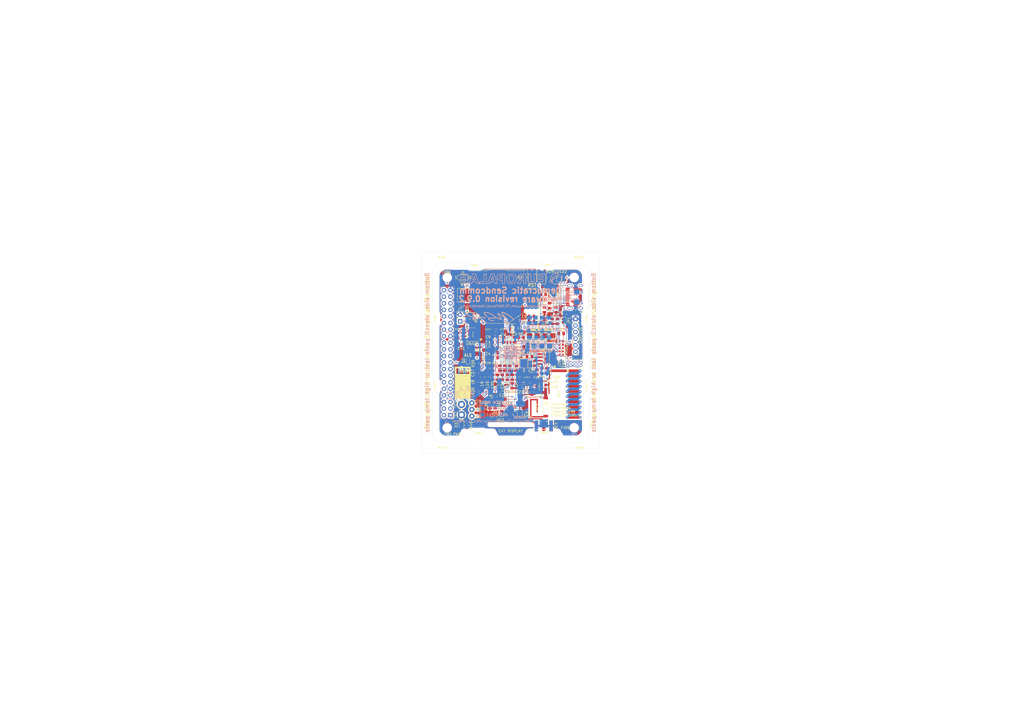
<source format=kicad_pcb>
(kicad_pcb (version 20171130) (host pcbnew 5.1.5+dfsg1-2build2)

  (general
    (thickness 1.6)
    (drawings 189)
    (tracks 1302)
    (zones 0)
    (modules 156)
    (nets 131)
  )

  (page A3)
  (title_block
    (title "Democratic Sendcomm")
    (date 2020-12-26)
    (rev 0.9.2)
    (company "Europalab Devices")
    (comment 1 "Copyright © 2020, Europalab Devices")
    (comment 2 "Fulfilling requirements of 20200210")
    (comment 3 "Pending quality assurance testing")
    (comment 4 "Release revision for manufacturing")
  )

  (layers
    (0 F.Cu signal)
    (1 In1.Cu power)
    (2 In2.Cu power)
    (31 B.Cu signal)
    (34 B.Paste user)
    (35 F.Paste user)
    (36 B.SilkS user)
    (37 F.SilkS user)
    (38 B.Mask user)
    (39 F.Mask user)
    (40 Dwgs.User user)
    (41 Cmts.User user)
    (44 Edge.Cuts user)
    (45 Margin user)
    (46 B.CrtYd user)
    (47 F.CrtYd user)
    (48 B.Fab user)
    (49 F.Fab user)
  )

  (setup
    (last_trace_width 0.4)
    (user_trace_width 0.1016)
    (user_trace_width 0.127)
    (user_trace_width 0.2)
    (user_trace_width 0.4)
    (user_trace_width 1.016)
    (trace_clearance 0.09)
    (zone_clearance 0.508)
    (zone_45_only no)
    (trace_min 0.09)
    (via_size 0.356)
    (via_drill 0.2)
    (via_min_size 0.356)
    (via_min_drill 0.2)
    (user_via 0.45 0.2)
    (user_via 0.6 0.3)
    (uvia_size 0.45)
    (uvia_drill 0.1)
    (uvias_allowed no)
    (uvia_min_size 0.45)
    (uvia_min_drill 0.1)
    (edge_width 0.1)
    (segment_width 0.1)
    (pcb_text_width 0.25)
    (pcb_text_size 1 1)
    (mod_edge_width 0.15)
    (mod_text_size 1 1)
    (mod_text_width 0.15)
    (pad_size 2 2)
    (pad_drill 0)
    (pad_to_mask_clearance 0)
    (aux_axis_origin 0 0)
    (visible_elements 7FFFFFFF)
    (pcbplotparams
      (layerselection 0x313fc_ffffffff)
      (usegerberextensions true)
      (usegerberattributes false)
      (usegerberadvancedattributes false)
      (creategerberjobfile false)
      (excludeedgelayer true)
      (linewidth 0.150000)
      (plotframeref false)
      (viasonmask false)
      (mode 1)
      (useauxorigin false)
      (hpglpennumber 1)
      (hpglpenspeed 20)
      (hpglpendiameter 15.000000)
      (psnegative false)
      (psa4output false)
      (plotreference true)
      (plotvalue true)
      (plotinvisibletext false)
      (padsonsilk false)
      (subtractmaskfromsilk false)
      (outputformat 1)
      (mirror false)
      (drillshape 0)
      (scaleselection 1)
      (outputdirectory "fabsingle"))
  )

  (net 0 "")
  (net 1 GND)
  (net 2 "Net-(AE1-Pad1)")
  (net 3 /Sheet5F53D5B4/RFSWPWR)
  (net 4 "Net-(C8-Pad1)")
  (net 5 /Sheet5F53D5B4/POWAMP)
  (net 6 "Net-(C13-Pad1)")
  (net 7 /Sheet5F53D5B4/HFOUT)
  (net 8 +3V3)
  (net 9 "Net-(C29-Pad1)")
  (net 10 /Sheet5F53D5B4/HPOUT)
  (net 11 /Sheet5F53D5B4/HFIN)
  (net 12 /Sheet5F53D5B4/BANDSEL)
  (net 13 "Net-(BT1-Pad1)")
  (net 14 /Sheet5F53D5B4/USB_BUS)
  (net 15 "Net-(C33-Pad1)")
  (net 16 "Net-(C34-Pad1)")
  (net 17 /Sheet5F53D5B4/CMDRST)
  (net 18 "Net-(D1-Pad2)")
  (net 19 "Net-(D1-Pad1)")
  (net 20 "Net-(D2-Pad1)")
  (net 21 "Net-(D2-Pad2)")
  (net 22 /Sheet5F53D5B4/USB_P)
  (net 23 /Sheet5F53D5B4/USB_N)
  (net 24 /Sheet60040980/ID_SD)
  (net 25 /Sheet60040980/ID_SC)
  (net 26 /Sheet5F53D5B4/SWDCLK)
  (net 27 "Net-(J3-Pad7)")
  (net 28 "Net-(J3-Pad8)")
  (net 29 "Net-(J4-Pad6)")
  (net 30 /Sheet5F53D5B4/CN_VBAT)
  (net 31 /Sheet5F53D5B4/XCEIV)
  (net 32 "Net-(AE5-Pad2)")
  (net 33 "Net-(C1-Pad1)")
  (net 34 "Net-(C7-Pad1)")
  (net 35 "Net-(C14-Pad1)")
  (net 36 "Net-(C17-Pad1)")
  (net 37 "Net-(C18-Pad2)")
  (net 38 "Net-(C19-Pad2)")
  (net 39 "Net-(C23-Pad2)")
  (net 40 "Net-(C23-Pad1)")
  (net 41 "Net-(C24-Pad1)")
  (net 42 "Net-(C24-Pad2)")
  (net 43 "Net-(C29-Pad2)")
  (net 44 "Net-(C33-Pad2)")
  (net 45 "Net-(C35-Pad2)")
  (net 46 "Net-(C40-Pad1)")
  (net 47 "Net-(J2-PadB5)")
  (net 48 "Net-(J2-PadA8)")
  (net 49 "Net-(J2-PadA5)")
  (net 50 "Net-(J2-PadB8)")
  (net 51 "Net-(J3-Pad2)")
  (net 52 "Net-(J3-Pad3)")
  (net 53 "Net-(J3-Pad4)")
  (net 54 "Net-(J3-Pad5)")
  (net 55 "Net-(J3-Pad10)")
  (net 56 "Net-(J3-Pad11)")
  (net 57 "Net-(J3-Pad12)")
  (net 58 "Net-(J3-Pad13)")
  (net 59 "Net-(J3-Pad15)")
  (net 60 "Net-(J3-Pad16)")
  (net 61 "Net-(J3-Pad18)")
  (net 62 "Net-(J3-Pad19)")
  (net 63 "Net-(J3-Pad21)")
  (net 64 "Net-(J3-Pad22)")
  (net 65 "Net-(J3-Pad23)")
  (net 66 "Net-(J3-Pad24)")
  (net 67 "Net-(J3-Pad26)")
  (net 68 "Net-(J3-Pad29)")
  (net 69 "Net-(J3-Pad31)")
  (net 70 "Net-(J3-Pad32)")
  (net 71 "Net-(J3-Pad33)")
  (net 72 "Net-(J3-Pad35)")
  (net 73 "Net-(J3-Pad36)")
  (net 74 "Net-(J3-Pad38)")
  (net 75 "Net-(J3-Pad40)")
  (net 76 "Net-(J4-Pad7)")
  (net 77 "Net-(J4-Pad8)")
  (net 78 "Net-(J5-Pad2)")
  (net 79 "Net-(J5-Pad3)")
  (net 80 "Net-(J5-Pad6)")
  (net 81 "Net-(J6-Pad1)")
  (net 82 "Net-(L1-Pad2)")
  (net 83 "Net-(R3-Pad1)")
  (net 84 "Net-(R4-Pad1)")
  (net 85 "Net-(R4-Pad2)")
  (net 86 "Net-(U2-Pad5)")
  (net 87 "Net-(U3-PadG1)")
  (net 88 "Net-(U3-PadH1)")
  (net 89 "Net-(U3-PadE3)")
  (net 90 "Net-(U3-PadE4)")
  (net 91 "Net-(U3-PadF4)")
  (net 92 "Net-(U3-PadC7)")
  (net 93 "Net-(U3-PadD7)")
  (net 94 "Net-(U3-PadD8)")
  (net 95 "Net-(U5-Pad3)")
  (net 96 "Net-(U5-Pad4)")
  (net 97 "Net-(U8-Pad7)")
  (net 98 "Net-(U8-Pad3)")
  (net 99 "Net-(U8-Pad2)")
  (net 100 "Net-(U8-Pad1)")
  (net 101 "Net-(U9-Pad1)")
  (net 102 "Net-(U9-Pad2)")
  (net 103 "Net-(U9-Pad3)")
  (net 104 "Net-(U9-Pad7)")
  (net 105 /Sheet5F53D5B4/SWDIO)
  (net 106 "Net-(AE2-Pad1)")
  (net 107 "Net-(AE4-Pad1)")
  (net 108 "Net-(AE5-Pad1)")
  (net 109 "Net-(J6-Pad2)")
  (net 110 "Net-(J6-Pad3)")
  (net 111 "Net-(J6-Pad4)")
  (net 112 "Net-(J7-Pad1)")
  (net 113 "Net-(C95-Pad1)")
  (net 114 /TP_SCL)
  (net 115 /TP_SDA)
  (net 116 "Net-(J20-Pad6)")
  (net 117 "Net-(J20-Pad7)")
  (net 118 "Net-(J20-Pad8)")
  (net 119 "Net-(Q2-Pad2)")
  (net 120 EXT_UART_TX)
  (net 121 EXT_UART_RX)
  (net 122 USB_TST)
  (net 123 "Net-(TP13-Pad1)")
  (net 124 "Net-(C94-Pad2)")
  (net 125 /Sheet5F53D5B4/CRY_XIN-RSVD)
  (net 126 /Sheet5F53D5B4/CRY_XOUT-RSVD)
  (net 127 "Net-(C97-Pad1)")
  (net 128 "Net-(C101-Pad1)")
  (net 129 "Net-(D3-Pad2)")
  (net 130 "Net-(JP4-Pad1)")

  (net_class Default "This is the default net class."
    (clearance 0.09)
    (trace_width 0.09)
    (via_dia 0.356)
    (via_drill 0.2)
    (uvia_dia 0.45)
    (uvia_drill 0.1)
    (add_net +3V3)
    (add_net /Sheet5F53D5B4/BANDSEL)
    (add_net /Sheet5F53D5B4/CMDRST)
    (add_net /Sheet5F53D5B4/CN_VBAT)
    (add_net /Sheet5F53D5B4/CRY_XIN-RSVD)
    (add_net /Sheet5F53D5B4/CRY_XOUT-RSVD)
    (add_net /Sheet5F53D5B4/HFIN)
    (add_net /Sheet5F53D5B4/HFOUT)
    (add_net /Sheet5F53D5B4/HPOUT)
    (add_net /Sheet5F53D5B4/POWAMP)
    (add_net /Sheet5F53D5B4/RFSWPWR)
    (add_net /Sheet5F53D5B4/SWDCLK)
    (add_net /Sheet5F53D5B4/SWDIO)
    (add_net /Sheet5F53D5B4/USB_BUS)
    (add_net /Sheet5F53D5B4/USB_N)
    (add_net /Sheet5F53D5B4/USB_P)
    (add_net /Sheet5F53D5B4/XCEIV)
    (add_net /Sheet60040980/ID_SC)
    (add_net /Sheet60040980/ID_SD)
    (add_net /TP_SCL)
    (add_net /TP_SDA)
    (add_net EXT_UART_RX)
    (add_net EXT_UART_TX)
    (add_net GND)
    (add_net "Net-(AE1-Pad1)")
    (add_net "Net-(AE2-Pad1)")
    (add_net "Net-(AE4-Pad1)")
    (add_net "Net-(AE5-Pad1)")
    (add_net "Net-(AE5-Pad2)")
    (add_net "Net-(BT1-Pad1)")
    (add_net "Net-(C1-Pad1)")
    (add_net "Net-(C101-Pad1)")
    (add_net "Net-(C13-Pad1)")
    (add_net "Net-(C14-Pad1)")
    (add_net "Net-(C17-Pad1)")
    (add_net "Net-(C18-Pad2)")
    (add_net "Net-(C19-Pad2)")
    (add_net "Net-(C23-Pad1)")
    (add_net "Net-(C23-Pad2)")
    (add_net "Net-(C24-Pad1)")
    (add_net "Net-(C24-Pad2)")
    (add_net "Net-(C29-Pad1)")
    (add_net "Net-(C29-Pad2)")
    (add_net "Net-(C33-Pad1)")
    (add_net "Net-(C33-Pad2)")
    (add_net "Net-(C34-Pad1)")
    (add_net "Net-(C35-Pad2)")
    (add_net "Net-(C40-Pad1)")
    (add_net "Net-(C7-Pad1)")
    (add_net "Net-(C8-Pad1)")
    (add_net "Net-(C94-Pad2)")
    (add_net "Net-(C95-Pad1)")
    (add_net "Net-(C97-Pad1)")
    (add_net "Net-(D1-Pad1)")
    (add_net "Net-(D1-Pad2)")
    (add_net "Net-(D2-Pad1)")
    (add_net "Net-(D2-Pad2)")
    (add_net "Net-(D3-Pad2)")
    (add_net "Net-(J2-PadA5)")
    (add_net "Net-(J2-PadA8)")
    (add_net "Net-(J2-PadB5)")
    (add_net "Net-(J2-PadB8)")
    (add_net "Net-(J20-Pad6)")
    (add_net "Net-(J20-Pad7)")
    (add_net "Net-(J20-Pad8)")
    (add_net "Net-(J3-Pad10)")
    (add_net "Net-(J3-Pad11)")
    (add_net "Net-(J3-Pad12)")
    (add_net "Net-(J3-Pad13)")
    (add_net "Net-(J3-Pad15)")
    (add_net "Net-(J3-Pad16)")
    (add_net "Net-(J3-Pad18)")
    (add_net "Net-(J3-Pad19)")
    (add_net "Net-(J3-Pad2)")
    (add_net "Net-(J3-Pad21)")
    (add_net "Net-(J3-Pad22)")
    (add_net "Net-(J3-Pad23)")
    (add_net "Net-(J3-Pad24)")
    (add_net "Net-(J3-Pad26)")
    (add_net "Net-(J3-Pad29)")
    (add_net "Net-(J3-Pad3)")
    (add_net "Net-(J3-Pad31)")
    (add_net "Net-(J3-Pad32)")
    (add_net "Net-(J3-Pad33)")
    (add_net "Net-(J3-Pad35)")
    (add_net "Net-(J3-Pad36)")
    (add_net "Net-(J3-Pad38)")
    (add_net "Net-(J3-Pad4)")
    (add_net "Net-(J3-Pad40)")
    (add_net "Net-(J3-Pad5)")
    (add_net "Net-(J3-Pad7)")
    (add_net "Net-(J3-Pad8)")
    (add_net "Net-(J4-Pad6)")
    (add_net "Net-(J4-Pad7)")
    (add_net "Net-(J4-Pad8)")
    (add_net "Net-(J5-Pad2)")
    (add_net "Net-(J5-Pad3)")
    (add_net "Net-(J5-Pad6)")
    (add_net "Net-(J6-Pad1)")
    (add_net "Net-(J6-Pad2)")
    (add_net "Net-(J6-Pad3)")
    (add_net "Net-(J6-Pad4)")
    (add_net "Net-(J7-Pad1)")
    (add_net "Net-(JP4-Pad1)")
    (add_net "Net-(L1-Pad2)")
    (add_net "Net-(Q2-Pad2)")
    (add_net "Net-(R3-Pad1)")
    (add_net "Net-(R4-Pad1)")
    (add_net "Net-(R4-Pad2)")
    (add_net "Net-(TP13-Pad1)")
    (add_net "Net-(U2-Pad5)")
    (add_net "Net-(U3-PadC7)")
    (add_net "Net-(U3-PadD7)")
    (add_net "Net-(U3-PadD8)")
    (add_net "Net-(U3-PadE3)")
    (add_net "Net-(U3-PadE4)")
    (add_net "Net-(U3-PadF4)")
    (add_net "Net-(U3-PadG1)")
    (add_net "Net-(U3-PadH1)")
    (add_net "Net-(U5-Pad3)")
    (add_net "Net-(U5-Pad4)")
    (add_net "Net-(U8-Pad1)")
    (add_net "Net-(U8-Pad2)")
    (add_net "Net-(U8-Pad3)")
    (add_net "Net-(U8-Pad7)")
    (add_net "Net-(U9-Pad1)")
    (add_net "Net-(U9-Pad2)")
    (add_net "Net-(U9-Pad3)")
    (add_net "Net-(U9-Pad7)")
    (add_net USB_TST)
  )

  (net_class Power ""
    (clearance 0.2)
    (trace_width 0.5)
    (via_dia 1)
    (via_drill 0.7)
    (uvia_dia 0.5)
    (uvia_drill 0.1)
  )

  (module Connector_Coaxial:SMA_Samtec_SMA-J-P-X-ST-EM1_EdgeMount (layer F.Cu) (tedit 5FE90BFC) (tstamp 5F686FA8)
    (at 222.75 176.25)
    (descr "Connector SMA, 0Hz to 20GHz, 50Ohm, Edge Mount (http://suddendocs.samtec.com/prints/sma-j-p-x-st-em1-mkt.pdf)")
    (tags "SMA Straight Samtec Edge Mount")
    (path /5F5C0728/6000659E)
    (attr smd)
    (fp_text reference AE4 (at 4.75 0 90 unlocked) (layer F.SilkS)
      (effects (font (size 1 1) (thickness 0.15)))
    )
    (fp_text value Antenna_Shield (at 0 13) (layer F.Fab)
      (effects (font (size 1 1) (thickness 0.15)))
    )
    (fp_text user "Board Thickness: 1.57mm" (at 0 -5.45) (layer Cmts.User)
      (effects (font (size 1 1) (thickness 0.15)))
    )
    (fp_line (start 0.84 -1.71) (end 1.95 -1.71) (layer F.SilkS) (width 0.12))
    (fp_line (start -1.95 -1.71) (end -0.84 -1.71) (layer F.SilkS) (width 0.12))
    (fp_line (start 0.84 2) (end 1.95 2) (layer F.SilkS) (width 0.12))
    (fp_line (start -1.95 2) (end -0.84 2) (layer F.SilkS) (width 0.12))
    (fp_line (start 3.68 2.6) (end 3.68 12.12) (layer B.CrtYd) (width 0.05))
    (fp_line (start 4 2.6) (end 3.68 2.6) (layer B.CrtYd) (width 0.05))
    (fp_line (start -3.68 12.12) (end -3.68 2.6) (layer B.CrtYd) (width 0.05))
    (fp_line (start -3.68 2.6) (end -4 2.6) (layer B.CrtYd) (width 0.05))
    (fp_line (start 3.68 2.6) (end 3.68 12.12) (layer F.CrtYd) (width 0.05))
    (fp_line (start 3.68 2.6) (end 4 2.6) (layer F.CrtYd) (width 0.05))
    (fp_line (start -3.68 12.12) (end -3.68 2.6) (layer F.CrtYd) (width 0.05))
    (fp_line (start -3.68 2.6) (end -4 2.6) (layer F.CrtYd) (width 0.05))
    (fp_text user "PCB Edge" (at 0 2.6) (layer Dwgs.User)
      (effects (font (size 0.5 0.5) (thickness 0.1)))
    )
    (fp_line (start 4.1 2.1) (end -4.1 2.1) (layer Dwgs.User) (width 0.1))
    (fp_line (start -3.175 -1.71) (end -3.175 11.62) (layer F.Fab) (width 0.1))
    (fp_line (start -2.365 -1.71) (end -3.175 -1.71) (layer F.Fab) (width 0.1))
    (fp_line (start -2.365 2.1) (end -2.365 -1.71) (layer F.Fab) (width 0.1))
    (fp_line (start 2.365 2.1) (end -2.365 2.1) (layer F.Fab) (width 0.1))
    (fp_line (start 2.365 -1.71) (end 2.365 2.1) (layer F.Fab) (width 0.1))
    (fp_line (start 3.175 -1.71) (end 2.365 -1.71) (layer F.Fab) (width 0.1))
    (fp_line (start 3.175 -1.71) (end 3.175 11.62) (layer F.Fab) (width 0.1))
    (fp_line (start 3.165 11.62) (end -3.165 11.62) (layer F.Fab) (width 0.1))
    (fp_line (start -4 -2.6) (end 4 -2.6) (layer B.CrtYd) (width 0.05))
    (fp_line (start -4 2.6) (end -4 -2.6) (layer B.CrtYd) (width 0.05))
    (fp_line (start 3.68 12.12) (end -3.68 12.12) (layer B.CrtYd) (width 0.05))
    (fp_line (start 4 2.6) (end 4 -2.6) (layer B.CrtYd) (width 0.05))
    (fp_line (start -4 -2.6) (end 4 -2.6) (layer F.CrtYd) (width 0.05))
    (fp_line (start -4 2.6) (end -4 -2.6) (layer F.CrtYd) (width 0.05))
    (fp_line (start 3.68 12.12) (end -3.68 12.12) (layer F.CrtYd) (width 0.05))
    (fp_line (start 4 2.6) (end 4 -2.6) (layer F.CrtYd) (width 0.05))
    (fp_text user %R (at 0 4.29 180) (layer F.Fab)
      (effects (font (size 1 1) (thickness 0.15)))
    )
    (fp_line (start 0.64 2.1) (end 0 3.1) (layer F.Fab) (width 0.1))
    (fp_line (start 0 3.1) (end -0.64 2.1) (layer F.Fab) (width 0.1))
    (fp_line (start 0 -2.26) (end 0.25 -2.76) (layer F.SilkS) (width 0.12))
    (fp_line (start 0.25 -2.76) (end -0.25 -2.76) (layer F.SilkS) (width 0.12))
    (fp_line (start -0.25 -2.76) (end 0 -2.26) (layer F.SilkS) (width 0.12))
    (pad 1 smd rect (at 0 0.2) (size 1.27 3.6) (layers F.Cu F.Mask)
      (net 107 "Net-(AE4-Pad1)"))
    (pad 2 smd rect (at 2.825 0) (size 1.35 4.2) (layers F.Cu F.Mask)
      (net 1 GND))
    (pad 2 smd rect (at -2.825 0) (size 1.35 4.2) (layers F.Cu F.Mask)
      (net 1 GND))
    (pad 2 smd rect (at 2.825 0) (size 1.35 4.2) (layers B.Cu B.Mask)
      (net 1 GND))
    (pad 2 smd rect (at -2.825 0) (size 1.35 4.2) (layers B.Cu B.Mask)
      (net 1 GND))
    (model ${KISYS3DMOD}/Connector_Coaxial.3dshapes/SMA_Samtec_SMA-J-P-X-ST-EM1_EdgeMount.wrl
      (at (xyz 0 0 0))
      (scale (xyz 1 1 1))
      (rotate (xyz 0 0 0))
    )
    (model ${KIPRJMOD}/modules/packages3d/RF_Antenna.3dshapes/SMA-J-P-H-ST-EM1.wrl
      (offset (xyz 0 -4 0.5))
      (scale (xyz 0.4 0.4 0.4))
      (rotate (xyz 180 -90 0))
    )
  )

  (module Connector_PinHeader_2.54mm:PinHeader_1x06_P2.54mm_Vertical (layer F.Cu) (tedit 59FED5CC) (tstamp 5FF83409)
    (at 235 135)
    (descr "Through hole straight pin header, 1x06, 2.54mm pitch, single row")
    (tags "Through hole pin header THT 1x06 2.54mm single row")
    (path /60040981/6006812D)
    (fp_text reference J5 (at 2 5 90) (layer F.SilkS)
      (effects (font (size 1 1) (thickness 0.15)) (justify left))
    )
    (fp_text value Conn_01x06_Male (at 4.385 14.97) (layer F.Fab)
      (effects (font (size 1 1) (thickness 0.15)))
    )
    (fp_text user %R (at 2.77 6.35 90) (layer F.Fab)
      (effects (font (size 1 1) (thickness 0.15)))
    )
    (fp_line (start 1.8 -1.8) (end -1.8 -1.8) (layer F.CrtYd) (width 0.05))
    (fp_line (start 1.8 14.5) (end 1.8 -1.8) (layer F.CrtYd) (width 0.05))
    (fp_line (start -1.8 14.5) (end 1.8 14.5) (layer F.CrtYd) (width 0.05))
    (fp_line (start -1.8 -1.8) (end -1.8 14.5) (layer F.CrtYd) (width 0.05))
    (fp_line (start -1.33 -1.33) (end 0 -1.33) (layer F.SilkS) (width 0.12))
    (fp_line (start -1.33 0) (end -1.33 -1.33) (layer F.SilkS) (width 0.12))
    (fp_line (start -1.33 1.27) (end 1.33 1.27) (layer F.SilkS) (width 0.12))
    (fp_line (start 1.33 1.27) (end 1.33 14.03) (layer F.SilkS) (width 0.12))
    (fp_line (start -1.33 1.27) (end -1.33 14.03) (layer F.SilkS) (width 0.12))
    (fp_line (start -1.33 14.03) (end 1.33 14.03) (layer F.SilkS) (width 0.12))
    (fp_line (start -1.27 -0.635) (end -0.635 -1.27) (layer F.Fab) (width 0.1))
    (fp_line (start -1.27 13.97) (end -1.27 -0.635) (layer F.Fab) (width 0.1))
    (fp_line (start 1.27 13.97) (end -1.27 13.97) (layer F.Fab) (width 0.1))
    (fp_line (start 1.27 -1.27) (end 1.27 13.97) (layer F.Fab) (width 0.1))
    (fp_line (start -0.635 -1.27) (end 1.27 -1.27) (layer F.Fab) (width 0.1))
    (pad 6 thru_hole oval (at 0 12.7) (size 1.7 1.7) (drill 1) (layers *.Cu *.Mask)
      (net 80 "Net-(J5-Pad6)"))
    (pad 5 thru_hole oval (at 0 10.16) (size 1.7 1.7) (drill 1) (layers *.Cu *.Mask)
      (net 120 EXT_UART_TX))
    (pad 4 thru_hole oval (at 0 7.62) (size 1.7 1.7) (drill 1) (layers *.Cu *.Mask)
      (net 121 EXT_UART_RX))
    (pad 3 thru_hole oval (at 0 5.08) (size 1.7 1.7) (drill 1) (layers *.Cu *.Mask)
      (net 79 "Net-(J5-Pad3)"))
    (pad 2 thru_hole oval (at 0 2.54) (size 1.7 1.7) (drill 1) (layers *.Cu *.Mask)
      (net 78 "Net-(J5-Pad2)"))
    (pad 1 thru_hole rect (at 0 0) (size 1.7 1.7) (drill 1) (layers *.Cu *.Mask)
      (net 1 GND))
    (model ${KISYS3DMOD}/Connector_PinHeader_2.54mm.3dshapes/PinHeader_1x06_P2.54mm_Vertical.wrl
      (at (xyz 0 0 0))
      (scale (xyz 1 1 1))
      (rotate (xyz 0 0 0))
    )
  )

  (module RF_Antenna:Texas_SWRA416_868MHz_915MHz (layer F.Cu) (tedit 5CF40AFD) (tstamp 5F686F31)
    (at 231 164 270)
    (descr http://www.ti.com/lit/an/swra416/swra416.pdf)
    (tags "PCB antenna")
    (path /5F5C0728/60008187)
    (attr smd)
    (fp_text reference AE1 (at 0 2.5 90) (layer F.SilkS)
      (effects (font (size 1 1) (thickness 0.15)))
    )
    (fp_text value Antenna (at 0.1 -7.6 90) (layer F.Fab)
      (effects (font (size 1 1) (thickness 0.15)))
    )
    (fp_line (start 9.7 2.1) (end 6.2 5.7) (layer Dwgs.User) (width 0.12))
    (fp_line (start 9.7 0.1) (end 4.3 5.7) (layer Dwgs.User) (width 0.12))
    (fp_line (start 9.7 -1.9) (end 2.3 5.7) (layer Dwgs.User) (width 0.12))
    (fp_line (start 9.7 -3.9) (end 0.2 5.7) (layer Dwgs.User) (width 0.12))
    (fp_line (start 9.7 -5.9) (end -1.8 5.7) (layer Dwgs.User) (width 0.12))
    (fp_line (start 8.3 -6.5) (end -3.8 5.7) (layer Dwgs.User) (width 0.12))
    (fp_line (start 6.3 -6.5) (end -5.8 5.7) (layer Dwgs.User) (width 0.12))
    (fp_line (start 4.3 -6.5) (end -7.8 5.7) (layer Dwgs.User) (width 0.12))
    (fp_line (start -9.7 5.5) (end 2.3 -6.5) (layer Dwgs.User) (width 0.12))
    (fp_line (start -9.7 3.5) (end 0.3 -6.5) (layer Dwgs.User) (width 0.12))
    (fp_line (start -9.7 1.5) (end -1.7 -6.5) (layer Dwgs.User) (width 0.12))
    (fp_line (start -9.7 -0.5) (end -3.7 -6.5) (layer Dwgs.User) (width 0.12))
    (fp_line (start -9.7 -2.5) (end -5.7 -6.5) (layer Dwgs.User) (width 0.12))
    (fp_line (start -9.7 -4.5) (end -7.7 -6.5) (layer Dwgs.User) (width 0.12))
    (fp_line (start 9.7 -6.5) (end -9.7 -6.5) (layer Dwgs.User) (width 0.15))
    (fp_line (start 9.7 5.7) (end 9.7 -6.5) (layer Dwgs.User) (width 0.15))
    (fp_line (start -9.7 5.7) (end 9.7 5.7) (layer Dwgs.User) (width 0.15))
    (fp_line (start -9.7 -6.5) (end -9.7 5.7) (layer Dwgs.User) (width 0.15))
    (fp_line (start 7 -5.8) (end 8 -4.8) (layer B.Cu) (width 1))
    (fp_line (start 8 -1.8) (end 9 -0.8) (layer B.Cu) (width 1))
    (fp_line (start 8 -4.8) (end 8 -1.8) (layer B.Cu) (width 1))
    (fp_line (start 9 -5.8) (end 9 -0.8) (layer F.Cu) (width 1))
    (fp_line (start 5 -5.8) (end 6 -4.8) (layer B.Cu) (width 1))
    (fp_line (start 6 -1.8) (end 7 -0.8) (layer B.Cu) (width 1))
    (fp_line (start 6 -4.8) (end 6 -1.8) (layer B.Cu) (width 1))
    (fp_line (start 7 -5.8) (end 7 -0.8) (layer F.Cu) (width 1))
    (fp_line (start 3 -5.8) (end 4 -4.8) (layer B.Cu) (width 1))
    (fp_line (start 4 -1.8) (end 5 -0.8) (layer B.Cu) (width 1))
    (fp_line (start 4 -4.8) (end 4 -1.8) (layer B.Cu) (width 1))
    (fp_line (start 5 -5.8) (end 5 -0.8) (layer F.Cu) (width 1))
    (fp_line (start 1 -5.8) (end 2 -4.8) (layer B.Cu) (width 1))
    (fp_line (start 2 -1.8) (end 3 -0.8) (layer B.Cu) (width 1))
    (fp_line (start 2 -4.8) (end 2 -1.8) (layer B.Cu) (width 1))
    (fp_line (start 3 -5.8) (end 3 -0.8) (layer F.Cu) (width 1))
    (fp_line (start -1 -5.8) (end 0 -4.8) (layer B.Cu) (width 1))
    (fp_line (start 0 -1.8) (end 1 -0.8) (layer B.Cu) (width 1))
    (fp_line (start 0 -4.8) (end 0 -1.8) (layer B.Cu) (width 1))
    (fp_line (start 1 -5.8) (end 1 -0.8) (layer F.Cu) (width 1))
    (fp_line (start -3 -5.8) (end -2 -4.8) (layer B.Cu) (width 1))
    (fp_line (start -2 -1.8) (end -1 -0.8) (layer B.Cu) (width 1))
    (fp_line (start -2 -4.8) (end -2 -1.8) (layer B.Cu) (width 1))
    (fp_line (start -1 -5.8) (end -1 -0.8) (layer F.Cu) (width 1))
    (fp_line (start -4 -4.8) (end -4 -1.8) (layer B.Cu) (width 1))
    (fp_line (start -5 -5.8) (end -4 -4.8) (layer B.Cu) (width 1))
    (fp_line (start -4 -1.8) (end -3 -0.8) (layer B.Cu) (width 1))
    (fp_line (start -3 -5.8) (end -3 -0.8) (layer F.Cu) (width 1))
    (fp_line (start -6 -4.8) (end -6 -1.8) (layer B.Cu) (width 1))
    (fp_line (start -7 -5.8) (end -6 -4.8) (layer B.Cu) (width 1))
    (fp_line (start -6 -1.8) (end -5 -0.8) (layer B.Cu) (width 1))
    (fp_line (start -5 -5.8) (end -5 -0.8) (layer F.Cu) (width 1))
    (fp_line (start -7 -5.8) (end -7 -0.8) (layer F.Cu) (width 1))
    (fp_line (start -9 5.2) (end -9 -5.8) (layer F.Cu) (width 1))
    (fp_line (start -9 -5.8) (end -8 -4.8) (layer B.Cu) (width 1))
    (fp_line (start -8 -4.8) (end -8 -1.8) (layer B.Cu) (width 1))
    (fp_line (start -8 -1.8) (end -7 -0.8) (layer B.Cu) (width 1))
    (fp_line (start 9.7 4.1) (end 8.2 5.7) (layer Dwgs.User) (width 0.12))
    (fp_line (start -9.9 -6.7) (end -9.9 5.9) (layer F.CrtYd) (width 0.05))
    (fp_line (start -9.9 5.9) (end 9.9 5.9) (layer F.CrtYd) (width 0.05))
    (fp_line (start 9.9 5.9) (end 9.9 -6.7) (layer F.CrtYd) (width 0.05))
    (fp_line (start 9.9 -6.7) (end -9.9 -6.7) (layer F.CrtYd) (width 0.05))
    (fp_line (start 9.9 -6.7) (end -9.9 -6.7) (layer B.CrtYd) (width 0.05))
    (fp_line (start 9.9 5.9) (end 9.9 -6.7) (layer B.CrtYd) (width 0.05))
    (fp_line (start -9.9 -6.7) (end -9.9 5.9) (layer B.CrtYd) (width 0.05))
    (fp_line (start -9.9 5.9) (end 9.9 5.9) (layer B.CrtYd) (width 0.05))
    (fp_text user "KEEP-OUT ZONE" (at 1 -2.8 90) (layer Cmts.User)
      (effects (font (size 1 1) (thickness 0.15)))
    )
    (fp_text user "No metal, traces or " (at 1 0.2 90) (layer Cmts.User)
      (effects (font (size 1 1) (thickness 0.15)))
    )
    (fp_text user "any components on" (at 1 2.2 90) (layer Cmts.User)
      (effects (font (size 1 1) (thickness 0.15)))
    )
    (fp_text user " any PCB layer." (at 1 4.2 90) (layer Cmts.User)
      (effects (font (size 1 1) (thickness 0.15)))
    )
    (fp_text user %R (at -0.4 6.6 90) (layer F.Fab)
      (effects (font (size 1 1) (thickness 0.15)))
    )
    (pad "" thru_hole circle (at 9 -0.8 90) (size 1 1) (drill 0.4) (layers *.Cu))
    (pad "" thru_hole circle (at 9 -5.8 90) (size 1 1) (drill 0.4) (layers *.Cu))
    (pad "" thru_hole circle (at 7 -5.8 90) (size 1 1) (drill 0.4) (layers *.Cu))
    (pad "" thru_hole circle (at 7 -0.8 90) (size 1 1) (drill 0.4) (layers *.Cu))
    (pad "" thru_hole circle (at 5 -0.8 90) (size 1 1) (drill 0.4) (layers *.Cu))
    (pad "" thru_hole circle (at 5 -5.8 90) (size 1 1) (drill 0.4) (layers *.Cu))
    (pad "" thru_hole circle (at 3 -0.8 90) (size 1 1) (drill 0.4) (layers *.Cu))
    (pad "" thru_hole circle (at 3 -5.8 90) (size 1 1) (drill 0.4) (layers *.Cu))
    (pad "" thru_hole circle (at 1 -5.8 90) (size 1 1) (drill 0.4) (layers *.Cu))
    (pad "" thru_hole circle (at 1 -0.8 90) (size 1 1) (drill 0.4) (layers *.Cu))
    (pad "" thru_hole circle (at -1 -0.8 90) (size 1 1) (drill 0.4) (layers *.Cu))
    (pad "" thru_hole circle (at -1 -5.8 90) (size 1 1) (drill 0.4) (layers *.Cu))
    (pad "" thru_hole circle (at -3 -5.8 90) (size 1 1) (drill 0.4) (layers *.Cu))
    (pad "" thru_hole circle (at -3 -0.8 90) (size 1 1) (drill 0.4) (layers *.Cu))
    (pad "" thru_hole circle (at -5 -0.8 90) (size 1 1) (drill 0.4) (layers *.Cu))
    (pad "" thru_hole circle (at -5 -5.8 90) (size 1 1) (drill 0.4) (layers *.Cu))
    (pad "" thru_hole circle (at -7 -5.8 90) (size 1 1) (drill 0.4) (layers *.Cu))
    (pad "" thru_hole circle (at -7 -0.8 90) (size 1 1) (drill 0.4) (layers *.Cu))
    (pad "" thru_hole circle (at -9 -5.8 90) (size 1 1) (drill 0.4) (layers *.Cu))
    (pad 1 smd trapezoid (at -9 5.9 90) (size 0.4 0.8) (rect_delta 0 0.3 ) (layers F.Cu)
      (net 2 "Net-(AE1-Pad1)"))
  )

  (module Elabdev:Panel_Mousetab_25mm_Single (layer F.Cu) (tedit 5CD9E502) (tstamp 5FEC726C)
    (at 222.5 179 90)
    (path /5CD9EB0D)
    (fp_text reference TAB8 (at 0 0) (layer F.SilkS)
      (effects (font (size 0.8 0.8) (thickness 0.13)))
    )
    (fp_text value Pantab (at -3.25 0 180) (layer F.Fab)
      (effects (font (size 1 1) (thickness 0.15)))
    )
    (fp_line (start 1.25 -2.2) (end 1.25 2.2) (layer F.Fab) (width 0.15))
    (fp_line (start -1.25 -2.2) (end -1.25 2.2) (layer F.Fab) (width 0.15))
    (fp_line (start 2.1 -2.6) (end 2.1 2.6) (layer F.CrtYd) (width 0.15))
    (fp_line (start 2.1 2.6) (end -2.1 2.6) (layer F.CrtYd) (width 0.15))
    (fp_line (start -2.1 2.6) (end -2.1 -2.6) (layer F.CrtYd) (width 0.15))
    (fp_line (start -2.1 -2.6) (end 2.1 -2.6) (layer F.CrtYd) (width 0.15))
    (pad "" np_thru_hole circle (at 1.35 2 90) (size 0.5 0.5) (drill 0.5) (layers *.Cu))
    (pad "" np_thru_hole circle (at 1.35 1.2 90) (size 0.5 0.5) (drill 0.5) (layers *.Cu))
    (pad "" np_thru_hole circle (at 1.35 0.4 90) (size 0.5 0.5) (drill 0.5) (layers *.Cu))
    (pad "" np_thru_hole circle (at 1.35 -0.4 90) (size 0.5 0.5) (drill 0.5) (layers *.Cu))
    (pad "" np_thru_hole circle (at 1.35 -1.2 90) (size 0.5 0.5) (drill 0.5) (layers *.Cu))
    (pad "" np_thru_hole circle (at 1.35 -2 90) (size 0.5 0.5) (drill 0.5) (layers *.Cu))
  )

  (module Capacitor_SMD:C_0805_2012Metric (layer F.Cu) (tedit 5B36C52B) (tstamp 5FEB8111)
    (at 211.5 143.0625 270)
    (descr "Capacitor SMD 0805 (2012 Metric), square (rectangular) end terminal, IPC_7351 nominal, (Body size source: https://docs.google.com/spreadsheets/d/1BsfQQcO9C6DZCsRaXUlFlo91Tg2WpOkGARC1WS5S8t0/edit?usp=sharing), generated with kicad-footprint-generator")
    (tags capacitor)
    (path /5F53D5B5/5F609CF5)
    (attr smd)
    (fp_text reference C19 (at -2.0625 0 180) (layer F.SilkS)
      (effects (font (size 0.7 0.7) (thickness 0.1)))
    )
    (fp_text value 18pF (at 0 1.65 90) (layer F.Fab)
      (effects (font (size 1 1) (thickness 0.15)))
    )
    (fp_line (start -1 0.6) (end -1 -0.6) (layer F.Fab) (width 0.1))
    (fp_line (start -1 -0.6) (end 1 -0.6) (layer F.Fab) (width 0.1))
    (fp_line (start 1 -0.6) (end 1 0.6) (layer F.Fab) (width 0.1))
    (fp_line (start 1 0.6) (end -1 0.6) (layer F.Fab) (width 0.1))
    (fp_line (start -0.258578 -0.71) (end 0.258578 -0.71) (layer F.SilkS) (width 0.12))
    (fp_line (start -0.258578 0.71) (end 0.258578 0.71) (layer F.SilkS) (width 0.12))
    (fp_line (start -1.68 0.95) (end -1.68 -0.95) (layer F.CrtYd) (width 0.05))
    (fp_line (start -1.68 -0.95) (end 1.68 -0.95) (layer F.CrtYd) (width 0.05))
    (fp_line (start 1.68 -0.95) (end 1.68 0.95) (layer F.CrtYd) (width 0.05))
    (fp_line (start 1.68 0.95) (end -1.68 0.95) (layer F.CrtYd) (width 0.05))
    (fp_text user %R (at 0 0 90) (layer F.Fab)
      (effects (font (size 0.5 0.5) (thickness 0.08)))
    )
    (pad 1 smd roundrect (at -0.9375 0 270) (size 0.975 1.4) (layers F.Cu F.Paste F.Mask) (roundrect_rratio 0.25)
      (net 1 GND))
    (pad 2 smd roundrect (at 0.9375 0 270) (size 0.975 1.4) (layers F.Cu F.Paste F.Mask) (roundrect_rratio 0.25)
      (net 38 "Net-(C19-Pad2)"))
    (model ${KISYS3DMOD}/Capacitor_SMD.3dshapes/C_0805_2012Metric.wrl
      (at (xyz 0 0 0))
      (scale (xyz 1 1 1))
      (rotate (xyz 0 0 0))
    )
  )

  (module Elabdev:Meinkuerz_sign_480dpi (layer B.Cu) (tedit 0) (tstamp 5FBE809B)
    (at 202 134 180)
    (fp_text reference G1 (at 0 0) (layer B.SilkS) hide
      (effects (font (size 1.524 1.524) (thickness 0.3)) (justify mirror))
    )
    (fp_text value Meinkuerzel_signature (at 0.75 0) (layer B.SilkS) hide
      (effects (font (size 1.524 1.524) (thickness 0.3)) (justify mirror))
    )
    (fp_poly (pts (xy 7.849084 1.675651) (xy 8.303148 1.632827) (xy 8.685942 1.550363) (xy 8.876057 1.481326)
      (xy 9.07938 1.34976) (xy 9.204465 1.178624) (xy 9.241225 0.986809) (xy 9.210768 0.854557)
      (xy 9.078684 0.643748) (xy 8.864557 0.429964) (xy 8.589687 0.233059) (xy 8.471807 0.165759)
      (xy 8.232808 0.053863) (xy 7.923436 -0.068816) (xy 7.576824 -0.190996) (xy 7.226108 -0.301392)
      (xy 6.904421 -0.388723) (xy 6.731621 -0.426811) (xy 6.398868 -0.490816) (xy 6.556265 -0.586535)
      (xy 6.736632 -0.743549) (xy 6.819572 -0.938245) (xy 6.82625 -1.022915) (xy 6.780462 -1.15416)
      (xy 6.660466 -1.295963) (xy 6.49231 -1.424979) (xy 6.30204 -1.517866) (xy 6.258842 -1.531402)
      (xy 6.0446 -1.569955) (xy 5.805186 -1.581627) (xy 5.582286 -1.566858) (xy 5.417587 -1.526091)
      (xy 5.409578 -1.522402) (xy 5.285381 -1.409276) (xy 5.232727 -1.237525) (xy 5.243042 -1.133742)
      (xy 5.545646 -1.133742) (xy 5.569322 -1.243922) (xy 5.599007 -1.270742) (xy 5.725804 -1.30367)
      (xy 5.911501 -1.301091) (xy 6.117136 -1.267785) (xy 6.303743 -1.20853) (xy 6.368163 -1.176419)
      (xy 6.483421 -1.090411) (xy 6.547775 -1.006994) (xy 6.550669 -0.996984) (xy 6.519163 -0.903747)
      (xy 6.404517 -0.814537) (xy 6.229026 -0.742568) (xy 6.060328 -0.706358) (xy 5.903418 -0.693399)
      (xy 5.806355 -0.717484) (xy 5.726223 -0.79035) (xy 5.718194 -0.79992) (xy 5.596762 -0.979847)
      (xy 5.545646 -1.133742) (xy 5.243042 -1.133742) (xy 5.253531 -1.028227) (xy 5.344918 -0.810631)
      (xy 5.442538 -0.642303) (xy 5.295353 -0.646487) (xy 5.12125 -0.625399) (xy 5.035885 -0.550663)
      (xy 5.027083 -0.501447) (xy 5.075804 -0.410776) (xy 5.222941 -0.351671) (xy 5.469958 -0.32355)
      (xy 5.476875 -0.323261) (xy 5.599677 -0.314345) (xy 5.697993 -0.289875) (xy 5.794712 -0.235966)
      (xy 5.912725 -0.138734) (xy 6.074923 0.015705) (xy 6.138333 0.077935) (xy 6.357426 0.284825)
      (xy 6.520758 0.415811) (xy 6.63982 0.476704) (xy 6.726105 0.473318) (xy 6.791106 0.411464)
      (xy 6.792772 0.408883) (xy 6.813029 0.349999) (xy 6.787897 0.281807) (xy 6.704882 0.184844)
      (xy 6.561666 0.048946) (xy 6.270625 -0.217166) (xy 6.532899 -0.183078) (xy 6.900304 -0.115245)
      (xy 7.289474 -0.008645) (xy 7.678243 0.127507) (xy 8.044445 0.283994) (xy 8.365914 0.451601)
      (xy 8.620483 0.621112) (xy 8.749193 0.738377) (xy 8.856936 0.865956) (xy 8.92727 0.965202)
      (xy 8.942916 1.001728) (xy 8.895983 1.084773) (xy 8.773369 1.176095) (xy 8.602358 1.259484)
      (xy 8.410231 1.318727) (xy 8.408998 1.318992) (xy 8.149682 1.354937) (xy 7.8128 1.371973)
      (xy 7.424917 1.370093) (xy 7.012599 1.349291) (xy 6.686734 1.319437) (xy 6.066773 1.222977)
      (xy 5.517194 1.081213) (xy 5.043989 0.897075) (xy 4.653152 0.673494) (xy 4.350673 0.413401)
      (xy 4.142546 0.119727) (xy 4.114637 0.061443) (xy 4.047094 -0.15251) (xy 4.06025 -0.336634)
      (xy 4.160207 -0.518581) (xy 4.270456 -0.644496) (xy 4.390411 -0.79173) (xy 4.431252 -0.900383)
      (xy 4.427296 -0.922309) (xy 4.357272 -0.99719) (xy 4.242023 -0.977517) (xy 4.082983 -0.863726)
      (xy 4.010682 -0.795217) (xy 3.879838 -0.680755) (xy 3.765594 -0.608691) (xy 3.712637 -0.594925)
      (xy 3.6215 -0.594723) (xy 3.455888 -0.585507) (xy 3.246599 -0.569127) (xy 3.175 -0.562633)
      (xy 2.951086 -0.544014) (xy 2.793821 -0.54282) (xy 2.664643 -0.565021) (xy 2.524987 -0.61659)
      (xy 2.371034 -0.687127) (xy 2.100169 -0.795663) (xy 1.89262 -0.837972) (xy 1.841867 -0.837015)
      (xy 1.72083 -0.812158) (xy 1.663036 -0.745697) (xy 1.637803 -0.635) (xy 1.623821 -0.491701)
      (xy 1.628566 -0.389706) (xy 1.630235 -0.383646) (xy 1.692219 -0.322789) (xy 1.789679 -0.330876)
      (xy 1.885465 -0.399867) (xy 1.916539 -0.445597) (xy 1.984375 -0.573694) (xy 2.371569 -0.384068)
      (xy 2.758764 -0.194442) (xy 3.165319 -0.256321) (xy 3.413597 -0.293214) (xy 3.576071 -0.310583)
      (xy 3.67165 -0.304292) (xy 3.719238 -0.270208) (xy 3.737742 -0.204195) (xy 3.744012 -0.129767)
      (xy 3.817818 0.177969) (xy 3.989413 0.470621) (xy 4.251219 0.74303) (xy 4.595656 0.99004)
      (xy 5.015149 1.206492) (xy 5.502117 1.387229) (xy 6.048984 1.527094) (xy 6.228561 1.561184)
      (xy 6.794861 1.64034) (xy 7.340678 1.678326) (xy 7.849084 1.675651)) (layer B.SilkS) (width 0.01))
    (fp_poly (pts (xy -4.580024 1.756567) (xy -4.544854 1.74305) (xy -4.466016 1.67622) (xy -4.437143 1.580417)
      (xy -4.461964 1.447967) (xy -4.544204 1.271201) (xy -4.68759 1.042447) (xy -4.895848 0.754033)
      (xy -5.172705 0.39829) (xy -5.237349 0.3175) (xy -5.411926 0.098408) (xy -5.577817 -0.112809)
      (xy -5.714811 -0.290245) (xy -5.794689 -0.396875) (xy -5.948296 -0.608542) (xy -5.791961 -0.468507)
      (xy -5.700695 -0.392772) (xy -5.541009 -0.266466) (xy -5.329307 -0.10231) (xy -5.081994 0.086977)
      (xy -4.815472 0.288675) (xy -4.815417 0.288716) (xy -4.345432 0.631252) (xy -3.946225 0.897872)
      (xy -3.615767 1.089474) (xy -3.352032 1.206955) (xy -3.152989 1.251211) (xy -3.016612 1.223138)
      (xy -2.940872 1.123633) (xy -2.939055 1.118116) (xy -2.92791 1.023519) (xy -2.955738 0.908417)
      (xy -3.029742 0.759005) (xy -3.157121 0.561475) (xy -3.345079 0.302021) (xy -3.409058 0.217037)
      (xy -3.654587 -0.113597) (xy -3.860834 -0.404313) (xy -4.022275 -0.646491) (xy -4.133388 -0.831509)
      (xy -4.188652 -0.950744) (xy -4.185335 -0.994958) (xy -4.120655 -0.981486) (xy -3.976478 -0.932768)
      (xy -3.770527 -0.855371) (xy -3.520529 -0.755864) (xy -3.349225 -0.685128) (xy -3.06462 -0.570045)
      (xy -2.797019 -0.469163) (xy -2.569108 -0.390505) (xy -2.403576 -0.342097) (xy -2.349431 -0.331513)
      (xy -2.183877 -0.291941) (xy -2.07811 -0.206425) (xy -2.041672 -0.151915) (xy -1.850086 0.096101)
      (xy -1.567603 0.354844) (xy -1.207453 0.616123) (xy -0.78287 0.87175) (xy -0.307084 1.113536)
      (xy 0.206672 1.333293) (xy 0.574448 1.467145) (xy 0.853452 1.556991) (xy 1.074831 1.61415)
      (xy 1.278935 1.645957) (xy 1.506112 1.659747) (xy 1.647661 1.662241) (xy 1.89537 1.661355)
      (xy 2.061526 1.650821) (xy 2.170245 1.626908) (xy 2.245641 1.585888) (xy 2.269431 1.566069)
      (xy 2.364656 1.413892) (xy 2.378536 1.21834) (xy 2.31231 1.002224) (xy 2.231511 0.867835)
      (xy 2.055394 0.653788) (xy 1.846452 0.444397) (xy 1.622129 0.252501) (xy 1.399873 0.090942)
      (xy 1.19713 -0.02744) (xy 1.031346 -0.089804) (xy 0.931657 -0.088852) (xy 0.853749 -0.025156)
      (xy 0.874571 0.06423) (xy 0.991583 0.174246) (xy 1.09802 0.242886) (xy 1.314624 0.387246)
      (xy 1.527802 0.560014) (xy 1.72429 0.746283) (xy 1.890825 0.931146) (xy 2.014146 1.099697)
      (xy 2.080988 1.237027) (xy 2.078088 1.32823) (xy 2.071165 1.336667) (xy 1.954541 1.387475)
      (xy 1.756832 1.400928) (xy 1.494763 1.380087) (xy 1.185063 1.328013) (xy 0.844457 1.247766)
      (xy 0.489674 1.142406) (xy 0.137439 1.014995) (xy -0.00172 0.957368) (xy -0.385109 0.777304)
      (xy -0.74297 0.581237) (xy -1.065571 0.377182) (xy -1.343179 0.173152) (xy -1.566062 -0.022838)
      (xy -1.724487 -0.202776) (xy -1.808722 -0.358647) (xy -1.809035 -0.482438) (xy -1.789329 -0.514562)
      (xy -1.69188 -0.558953) (xy -1.49842 -0.578536) (xy -1.2158 -0.573404) (xy -0.850872 -0.543648)
      (xy -0.464887 -0.496867) (xy -0.056607 -0.452123) (xy 0.260382 -0.442712) (xy 0.494773 -0.469264)
      (xy 0.655256 -0.532408) (xy 0.714552 -0.58228) (xy 0.776217 -0.725165) (xy 0.746162 -0.908878)
      (xy 0.632079 -1.115352) (xy 0.45893 -1.290216) (xy 0.2117 -1.450188) (xy -0.085638 -1.588107)
      (xy -0.409112 -1.696809) (xy -0.734748 -1.769134) (xy -1.038572 -1.797919) (xy -1.296612 -1.776003)
      (xy -1.42875 -1.731015) (xy -1.546706 -1.617759) (xy -1.577815 -1.519827) (xy -1.560687 -1.389395)
      (xy -1.486335 -1.336349) (xy -1.378138 -1.369493) (xy -1.317893 -1.421952) (xy -1.19986 -1.505637)
      (xy -1.092449 -1.534584) (xy -0.859949 -1.513387) (xy -0.579373 -1.457345) (xy -0.297878 -1.377776)
      (xy -0.068589 -1.288836) (xy 0.116249 -1.181832) (xy 0.284174 -1.050661) (xy 0.411262 -0.917533)
      (xy 0.473586 -0.804658) (xy 0.47625 -0.783054) (xy 0.425256 -0.757675) (xy 0.277287 -0.748743)
      (xy 0.039858 -0.755912) (xy -0.279513 -0.778835) (xy -0.673311 -0.817167) (xy -0.956033 -0.849048)
      (xy -1.308534 -0.882196) (xy -1.57585 -0.8857) (xy -1.774982 -0.85746) (xy -1.922933 -0.795374)
      (xy -2.017888 -0.717835) (xy -2.096716 -0.653738) (xy -2.190635 -0.62131) (xy -2.313833 -0.623423)
      (xy -2.480498 -0.662945) (xy -2.704818 -0.742748) (xy -3.00098 -0.865702) (xy -3.216817 -0.960383)
      (xy -3.585839 -1.11854) (xy -3.874386 -1.227749) (xy -4.094462 -1.290524) (xy -4.258069 -1.309381)
      (xy -4.377212 -1.286836) (xy -4.463891 -1.225404) (xy -4.466704 -1.222337) (xy -4.518051 -1.14061)
      (xy -4.530831 -1.040781) (xy -4.500098 -0.912213) (xy -4.420902 -0.744269) (xy -4.288295 -0.526313)
      (xy -4.097327 -0.247708) (xy -3.863138 0.07498) (xy -3.679345 0.325213) (xy -3.519393 0.545064)
      (xy -3.393108 0.720859) (xy -3.310313 0.838921) (xy -3.280834 0.885525) (xy -3.323557 0.888476)
      (xy -3.399896 0.869711) (xy -3.542096 0.805036) (xy -3.750284 0.678102) (xy -4.027571 0.486762)
      (xy -4.377062 0.228867) (xy -4.801868 -0.097732) (xy -4.81991 -0.111817) (xy -5.187034 -0.396401)
      (xy -5.482932 -0.620081) (xy -5.717862 -0.789492) (xy -5.902078 -0.911266) (xy -6.045837 -0.99204)
      (xy -6.159396 -1.038447) (xy -6.25301 -1.057121) (xy -6.283148 -1.058333) (xy -6.40378 -1.045849)
      (xy -6.450441 -0.994435) (xy -6.455563 -0.939271) (xy -6.445942 -0.865735) (xy -6.412644 -0.776476)
      (xy -6.348546 -0.66103) (xy -6.24652 -0.508935) (xy -6.099443 -0.309727) (xy -5.90019 -0.052942)
      (xy -5.641635 0.271882) (xy -5.570553 0.360397) (xy -5.363566 0.620769) (xy -5.174974 0.863504)
      (xy -5.016826 1.072659) (xy -4.901172 1.23229) (xy -4.84006 1.326453) (xy -4.839117 1.328251)
      (xy -4.786636 1.436383) (xy -4.790145 1.473528) (xy -4.856494 1.462433) (xy -4.877731 1.456477)
      (xy -4.973599 1.420322) (xy -5.140081 1.348706) (xy -5.352621 1.252468) (xy -5.55625 1.156974)
      (xy -6.094525 0.881508) (xy -6.644499 0.565345) (xy -7.182748 0.223911) (xy -7.685848 -0.12737)
      (xy -8.130378 -0.473072) (xy -8.424687 -0.732038) (xy -8.650145 -0.95487) (xy -8.800069 -1.131002)
      (xy -8.884377 -1.276175) (xy -8.912984 -1.406131) (xy -8.905425 -1.495188) (xy -8.906488 -1.61853)
      (xy -8.964006 -1.672137) (xy -9.075823 -1.672519) (xy -9.156792 -1.593028) (xy -9.200558 -1.456755)
      (xy -9.200763 -1.286789) (xy -9.151052 -1.106218) (xy -9.131299 -1.06447) (xy -9.024915 -0.913844)
      (xy -8.843627 -0.718433) (xy -8.601654 -0.490528) (xy -8.313213 -0.242422) (xy -7.992524 0.013592)
      (xy -7.653804 0.265222) (xy -7.3545 0.471681) (xy -6.896098 0.764541) (xy -6.449337 1.028776)
      (xy -6.024338 1.259805) (xy -5.631223 1.453048) (xy -5.280112 1.603926) (xy -4.981128 1.707858)
      (xy -4.744392 1.760265) (xy -4.580024 1.756567)) (layer B.SilkS) (width 0.01))
  )

  (module Elabdev:Panel_Mousetab_25mm_Single (layer F.Cu) (tedit 5CD9E59A) (tstamp 5FBE7343)
    (at 224 114.25 270)
    (path /5CD5C3A7)
    (fp_text reference TAB5 (at 0 0 180) (layer F.SilkS)
      (effects (font (size 0.8 0.8) (thickness 0.13)))
    )
    (fp_text value Pantab (at 0 -3.5 270) (layer F.Fab)
      (effects (font (size 1 1) (thickness 0.15)))
    )
    (fp_line (start -2.1 -2.6) (end 2.1 -2.6) (layer F.CrtYd) (width 0.15))
    (fp_line (start -2.1 2.6) (end -2.1 -2.6) (layer F.CrtYd) (width 0.15))
    (fp_line (start 2.1 2.6) (end -2.1 2.6) (layer F.CrtYd) (width 0.15))
    (fp_line (start 2.1 -2.6) (end 2.1 2.6) (layer F.CrtYd) (width 0.15))
    (fp_line (start -1.25 -2.2) (end -1.25 2.2) (layer F.Fab) (width 0.15))
    (fp_line (start 1.25 -2.2) (end 1.25 2.2) (layer F.Fab) (width 0.15))
    (pad "" np_thru_hole circle (at 1.35 -2 270) (size 0.5 0.5) (drill 0.5) (layers *.Cu))
    (pad "" np_thru_hole circle (at 1.35 -1.2 270) (size 0.5 0.5) (drill 0.5) (layers *.Cu))
    (pad "" np_thru_hole circle (at 1.35 -0.4 270) (size 0.5 0.5) (drill 0.5) (layers *.Cu))
    (pad "" np_thru_hole circle (at 1.35 0.4 270) (size 0.5 0.5) (drill 0.5) (layers *.Cu))
    (pad "" np_thru_hole circle (at 1.35 1.2 270) (size 0.5 0.5) (drill 0.5) (layers *.Cu))
    (pad "" np_thru_hole circle (at 1.35 2 270) (size 0.5 0.5) (drill 0.5) (layers *.Cu))
  )

  (module Elabdev:Elablogoslk-Gfx (layer B.Cu) (tedit 0) (tstamp 5FBDF7AF)
    (at 210 119.5 180)
    (fp_text reference G** (at 0 0) (layer B.SilkS) hide
      (effects (font (size 1.524 1.524) (thickness 0.3)) (justify mirror))
    )
    (fp_text value Elablogoslk (at 0.75 0) (layer B.SilkS) hide
      (effects (font (size 1.524 1.524) (thickness 0.3)) (justify mirror))
    )
    (fp_poly (pts (xy -15.405836 -0.675184) (xy -15.287483 -0.702055) (xy -15.188143 -0.754619) (xy -15.108772 -0.827765)
      (xy -15.050327 -0.916382) (xy -15.013763 -1.015359) (xy -15.000037 -1.119584) (xy -15.010104 -1.223945)
      (xy -15.04492 -1.323332) (xy -15.105441 -1.412633) (xy -15.192623 -1.486737) (xy -15.24833 -1.517344)
      (xy -15.356716 -1.550357) (xy -15.476625 -1.557984) (xy -15.592872 -1.539403) (xy -15.602283 -1.53653)
      (xy -15.678123 -1.497127) (xy -15.752493 -1.432517) (xy -15.815972 -1.352895) (xy -15.859141 -1.268459)
      (xy -15.864155 -1.2531) (xy -15.88425 -1.176683) (xy -15.891257 -1.117668) (xy -15.885212 -1.059627)
      (xy -15.866149 -0.986134) (xy -15.864727 -0.981328) (xy -15.815988 -0.8777) (xy -15.739972 -0.790432)
      (xy -15.643773 -0.72426) (xy -15.534487 -0.683915) (xy -15.419207 -0.674131) (xy -15.405836 -0.675184)) (layer B.Mask) (width 0.01))
    (fp_poly (pts (xy 17.476107 1.827609) (xy 17.687258 1.825899) (xy 17.865618 1.824237) (xy 18.014678 1.822477)
      (xy 18.137934 1.82047) (xy 18.238879 1.818068) (xy 18.321005 1.815122) (xy 18.387806 1.811484)
      (xy 18.442776 1.807007) (xy 18.489407 1.801541) (xy 18.531194 1.794939) (xy 18.57163 1.787052)
      (xy 18.6055 1.779685) (xy 18.771822 1.733432) (xy 18.923911 1.673315) (xy 19.054677 1.602656)
      (xy 19.157033 1.524776) (xy 19.164226 1.5179) (xy 19.246251 1.417951) (xy 19.315464 1.294688)
      (xy 19.365371 1.16053) (xy 19.377923 1.109275) (xy 19.39052 1.010407) (xy 19.393203 0.893754)
      (xy 19.386762 0.771789) (xy 19.371983 0.656983) (xy 19.349655 0.561808) (xy 19.341939 0.539811)
      (xy 19.283862 0.430962) (xy 19.19941 0.326298) (xy 19.097976 0.236127) (xy 19.019624 0.185927)
      (xy 18.914298 0.12941) (xy 18.968542 0.109123) (xy 19.093064 0.054672) (xy 19.194891 -0.009335)
      (xy 19.285933 -0.089714) (xy 19.390804 -0.214403) (xy 19.467199 -0.350129) (xy 19.516977 -0.501894)
      (xy 19.541997 -0.674698) (xy 19.545898 -0.789214) (xy 19.53245 -0.987132) (xy 19.491752 -1.163006)
      (xy 19.423278 -1.317328) (xy 19.326496 -1.450588) (xy 19.200879 -1.563277) (xy 19.045898 -1.655885)
      (xy 18.861023 -1.728905) (xy 18.645726 -1.782826) (xy 18.442214 -1.81358) (xy 18.390712 -1.817354)
      (xy 18.307346 -1.820878) (xy 18.196536 -1.82407) (xy 18.062704 -1.826851) (xy 17.910272 -1.829142)
      (xy 17.743659 -1.830864) (xy 17.567287 -1.831936) (xy 17.403536 -1.83228) (xy 16.528143 -1.832429)
      (xy 16.528143 -1.197429) (xy 17.471571 -1.197429) (xy 17.812474 -1.197429) (xy 17.960507 -1.19621)
      (xy 18.077011 -1.192363) (xy 18.166668 -1.185602) (xy 18.234157 -1.175639) (xy 18.257984 -1.170182)
      (xy 18.384709 -1.1231) (xy 18.482481 -1.054854) (xy 18.552639 -0.964254) (xy 18.589417 -0.8761)
      (xy 18.611394 -0.756961) (xy 18.608994 -0.636283) (xy 18.583832 -0.523232) (xy 18.537525 -0.426977)
      (xy 18.502598 -0.383459) (xy 18.44707 -0.333771) (xy 18.385424 -0.294593) (xy 18.312843 -0.264829)
      (xy 18.22451 -0.243381) (xy 18.115607 -0.229153) (xy 17.981316 -0.221046) (xy 17.816821 -0.217964)
      (xy 17.775464 -0.217851) (xy 17.471571 -0.217714) (xy 17.471571 -1.197429) (xy 16.528143 -1.197429)
      (xy 16.528143 1.197428) (xy 17.471571 1.197428) (xy 17.471571 0.417286) (xy 17.804933 0.417286)
      (xy 17.937918 0.418126) (xy 18.040036 0.420891) (xy 18.116671 0.425945) (xy 18.173209 0.433651)
      (xy 18.215035 0.444376) (xy 18.217426 0.445205) (xy 18.319056 0.498467) (xy 18.395331 0.575146)
      (xy 18.444205 0.67085) (xy 18.463631 0.781188) (xy 18.451564 0.901769) (xy 18.443884 0.931299)
      (xy 18.396902 1.030842) (xy 18.322562 1.110813) (xy 18.227195 1.165118) (xy 18.18819 1.177399)
      (xy 18.143627 1.184049) (xy 18.070672 1.189765) (xy 17.977218 1.19415) (xy 17.871155 1.196808)
      (xy 17.790109 1.197428) (xy 17.471571 1.197428) (xy 16.528143 1.197428) (xy 16.528143 1.835008)
      (xy 17.476107 1.827609)) (layer B.Mask) (width 0.01))
    (fp_poly (pts (xy 14.119941 1.828149) (xy 14.684369 1.823357) (xy 15.359475 0) (xy 16.034582 -1.823357)
      (xy 15.571079 -1.828205) (xy 15.445094 -1.82918) (xy 15.331429 -1.829406) (xy 15.235013 -1.828925)
      (xy 15.160777 -1.827781) (xy 15.11365 -1.826018) (xy 15.098562 -1.824039) (xy 15.090052 -1.80483)
      (xy 15.071782 -1.756797) (xy 15.045759 -1.68544) (xy 15.013987 -1.59626) (xy 14.978473 -1.494759)
      (xy 14.977731 -1.49262) (xy 14.865914 -1.170214) (xy 14.120645 -1.165479) (xy 13.375375 -1.160744)
      (xy 13.306737 -1.355979) (xy 13.272699 -1.452448) (xy 13.236904 -1.553325) (xy 13.204622 -1.643779)
      (xy 13.188986 -1.687286) (xy 13.139873 -1.823357) (xy 12.664678 -1.828197) (xy 12.53823 -1.828961)
      (xy 12.425118 -1.828639) (xy 12.329969 -1.827326) (xy 12.257408 -1.825117) (xy 12.212064 -1.822108)
      (xy 12.19843 -1.818559) (xy 12.205849 -1.799875) (xy 12.225002 -1.749455) (xy 12.255032 -1.669593)
      (xy 12.295087 -1.562586) (xy 12.34431 -1.430729) (xy 12.401847 -1.276318) (xy 12.466842 -1.101648)
      (xy 12.538441 -0.909015) (xy 12.615789 -0.700714) (xy 12.69803 -0.479041) (xy 12.702348 -0.467391)
      (xy 13.614056 -0.467391) (xy 13.61958 -0.47467) (xy 13.636172 -0.480187) (xy 13.66764 -0.484184)
      (xy 13.717795 -0.486904) (xy 13.790447 -0.488587) (xy 13.889405 -0.489478) (xy 14.01848 -0.489817)
      (xy 14.115143 -0.489857) (xy 14.270607 -0.489531) (xy 14.392961 -0.488457) (xy 14.485375 -0.486493)
      (xy 14.551022 -0.483496) (xy 14.59307 -0.479323) (xy 14.614692 -0.473831) (xy 14.619171 -0.467179)
      (xy 14.611769 -0.445613) (xy 14.593892 -0.393441) (xy 14.566814 -0.314385) (xy 14.53181 -0.212168)
      (xy 14.490155 -0.090515) (xy 14.443125 0.046852) (xy 14.391994 0.196209) (xy 14.367839 0.266773)
      (xy 14.315439 0.418794) (xy 14.266379 0.559098) (xy 14.221933 0.684192) (xy 14.183374 0.790582)
      (xy 14.151976 0.874778) (xy 14.129011 0.933285) (xy 14.115754 0.96261) (xy 14.11319 0.965273)
      (xy 14.105039 0.945854) (xy 14.08648 0.895813) (xy 14.058824 0.818867) (xy 14.023386 0.718735)
      (xy 13.981478 0.599134) (xy 13.934414 0.463783) (xy 13.883507 0.316398) (xy 13.865167 0.263071)
      (xy 13.813057 0.111504) (xy 13.764295 -0.030104) (xy 13.720215 -0.157901) (xy 13.682146 -0.268036)
      (xy 13.651421 -0.356659) (xy 13.629372 -0.419918) (xy 13.617329 -0.453964) (xy 13.615787 -0.458107)
      (xy 13.614056 -0.467391) (xy 12.702348 -0.467391) (xy 12.784311 -0.246291) (xy 12.842155 -0.090148)
      (xy 12.931409 0.150825) (xy 13.017702 0.38378) (xy 13.100126 0.606258) (xy 13.177768 0.815802)
      (xy 13.249717 1.009954) (xy 13.315063 1.186256) (xy 13.372895 1.34225) (xy 13.422301 1.47548)
      (xy 13.462371 1.583486) (xy 13.492193 1.663811) (xy 13.510857 1.713998) (xy 13.516223 1.728364)
      (xy 13.555513 1.832942) (xy 14.119941 1.828149)) (layer B.Mask) (width 0.01))
    (fp_poly (pts (xy 10.359571 -1.124857) (xy 12.028714 -1.124857) (xy 12.028714 -1.832429) (xy 9.416143 -1.832429)
      (xy 9.416143 1.832429) (xy 10.359571 1.832429) (xy 10.359571 -1.124857)) (layer B.Mask) (width 0.01))
    (fp_poly (pts (xy 8.199353 0.127) (xy 8.288425 -0.113439) (xy 8.374711 -0.34635) (xy 8.457277 -0.569212)
      (xy 8.535188 -0.7795) (xy 8.607508 -0.974691) (xy 8.673302 -1.152261) (xy 8.731636 -1.309687)
      (xy 8.781574 -1.444447) (xy 8.822182 -1.554015) (xy 8.852524 -1.63587) (xy 8.871666 -1.687486)
      (xy 8.876754 -1.701194) (xy 8.925739 -1.83303) (xy 8.45225 -1.828194) (xy 7.97876 -1.823357)
      (xy 7.866169 -1.496786) (xy 7.753577 -1.170214) (xy 6.263113 -1.160744) (xy 6.215979 -1.292479)
      (xy 6.18957 -1.366538) (xy 6.156119 -1.460694) (xy 6.120643 -1.560816) (xy 6.098384 -1.623786)
      (xy 6.027922 -1.823357) (xy 5.555303 -1.828192) (xy 5.082684 -1.833026) (xy 5.109 -1.764692)
      (xy 5.118841 -1.738485) (xy 5.140399 -1.680606) (xy 5.172801 -1.59341) (xy 5.215173 -1.479255)
      (xy 5.26664 -1.3405) (xy 5.32633 -1.1795) (xy 5.393368 -0.998613) (xy 5.46688 -0.800198)
      (xy 5.545992 -0.586611) (xy 5.590624 -0.466084) (xy 6.500383 -0.466084) (xy 6.503747 -0.473226)
      (xy 6.522197 -0.478851) (xy 6.559117 -0.48312) (xy 6.617891 -0.486194) (xy 6.701902 -0.488231)
      (xy 6.814535 -0.489393) (xy 6.959172 -0.489839) (xy 7.003143 -0.489857) (xy 7.158575 -0.489532)
      (xy 7.280898 -0.488459) (xy 7.373282 -0.486498) (xy 7.438898 -0.483504) (xy 7.480918 -0.479336)
      (xy 7.502511 -0.47385) (xy 7.506956 -0.467179) (xy 7.499509 -0.445611) (xy 7.481591 -0.393437)
      (xy 7.454479 -0.31438) (xy 7.419449 -0.212163) (xy 7.377777 -0.090513) (xy 7.33074 0.046847)
      (xy 7.279613 0.196192) (xy 7.255551 0.266494) (xy 7.203171 0.418497) (xy 7.154136 0.558793)
      (xy 7.109719 0.683886) (xy 7.071192 0.790281) (xy 7.039829 0.874483) (xy 7.016902 0.932996)
      (xy 7.003686 0.962326) (xy 7.001147 0.964994) (xy 6.993017 0.945656) (xy 6.974441 0.89568)
      (xy 6.946726 0.818758) (xy 6.911178 0.718582) (xy 6.869105 0.598844) (xy 6.821814 0.463236)
      (xy 6.770613 0.31545) (xy 6.749793 0.255094) (xy 6.697385 0.103053) (xy 6.648476 -0.038716)
      (xy 6.604368 -0.166446) (xy 6.566363 -0.276369) (xy 6.535764 -0.364717) (xy 6.513876 -0.427723)
      (xy 6.502 -0.461619) (xy 6.500383 -0.466084) (xy 5.590624 -0.466084) (xy 5.629831 -0.36021)
      (xy 5.717523 -0.123352) (xy 5.786688 0.0635) (xy 6.438059 1.823357) (xy 7.570937 1.823357)
      (xy 8.199353 0.127)) (layer B.Mask) (width 0.01))
    (fp_poly (pts (xy 3.261178 1.827277) (xy 3.480979 1.825468) (xy 3.667644 1.823588) (xy 3.824324 1.821528)
      (xy 3.954168 1.819181) (xy 4.060326 1.81644) (xy 4.145949 1.813196) (xy 4.214186 1.809344)
      (xy 4.268189 1.804775) (xy 4.311106 1.799382) (xy 4.346087 1.793058) (xy 4.360384 1.789806)
      (xy 4.57993 1.722356) (xy 4.770202 1.633466) (xy 4.931207 1.523128) (xy 5.062949 1.391336)
      (xy 5.165434 1.238084) (xy 5.238668 1.063365) (xy 5.282655 0.867172) (xy 5.297401 0.6495)
      (xy 5.297399 0.645705) (xy 5.288217 0.449129) (xy 5.259944 0.278882) (xy 5.210498 0.129241)
      (xy 5.137794 -0.005519) (xy 5.039749 -0.131121) (xy 4.999026 -0.174012) (xy 4.895224 -0.267312)
      (xy 4.781879 -0.345945) (xy 4.655594 -0.410816) (xy 4.512975 -0.462831) (xy 4.350626 -0.502892)
      (xy 4.165152 -0.531906) (xy 3.953157 -0.550777) (xy 3.711246 -0.56041) (xy 3.542393 -0.562141)
      (xy 3.229428 -0.562429) (xy 3.229428 -1.832429) (xy 2.286 -1.832429) (xy 2.286 1.161143)
      (xy 3.229428 1.161143) (xy 3.229428 0.124325) (xy 3.596821 0.130257) (xy 3.723136 0.132565)
      (xy 3.819164 0.135281) (xy 3.890902 0.139038) (xy 3.944349 0.144469) (xy 3.985502 0.152208)
      (xy 4.020359 0.16289) (xy 4.054919 0.177147) (xy 4.059313 0.17912) (xy 4.169998 0.247064)
      (xy 4.252769 0.337754) (xy 4.306977 0.449997) (xy 4.331976 0.582598) (xy 4.332071 0.68209)
      (xy 4.311044 0.815987) (xy 4.265746 0.924961) (xy 4.194448 1.012525) (xy 4.152688 1.046406)
      (xy 4.091383 1.0851) (xy 4.025279 1.114474) (xy 3.948479 1.135638) (xy 3.855086 1.149702)
      (xy 3.739205 1.157776) (xy 3.594939 1.16097) (xy 3.543117 1.161143) (xy 3.229428 1.161143)
      (xy 2.286 1.161143) (xy 2.286 1.834702) (xy 3.261178 1.827277)) (layer B.Mask) (width 0.01))
    (fp_poly (pts (xy -5.021036 1.832322) (xy -4.790545 1.831953) (xy -4.592718 1.830742) (xy -4.423936 1.828439)
      (xy -4.280582 1.824796) (xy -4.15904 1.819563) (xy -4.05569 1.812491) (xy -3.966916 1.80333)
      (xy -3.8891 1.791831) (xy -3.818625 1.777744) (xy -3.751873 1.760821) (xy -3.685226 1.740812)
      (xy -3.683 1.7401) (xy -3.505143 1.668202) (xy -3.35675 1.57546) (xy -3.237033 1.461065)
      (xy -3.145204 1.32421) (xy -3.080473 1.164086) (xy -3.065095 1.106714) (xy -3.052126 1.024859)
      (xy -3.044784 0.920167) (xy -3.043076 0.805447) (xy -3.04701 0.693506) (xy -3.056593 0.597152)
      (xy -3.064765 0.553367) (xy -3.122067 0.387982) (xy -3.210124 0.241735) (xy -3.328674 0.114934)
      (xy -3.477456 0.007885) (xy -3.57383 -0.043297) (xy -3.737708 -0.121173) (xy -3.668326 -0.14196)
      (xy -3.581385 -0.180968) (xy -3.486689 -0.24535) (xy -3.393008 -0.328178) (xy -3.309114 -0.42252)
      (xy -3.302741 -0.430815) (xy -3.267184 -0.483895) (xy -3.217707 -0.567269) (xy -3.155723 -0.678343)
      (xy -3.082645 -0.814521) (xy -2.999885 -0.973211) (xy -2.908856 -1.151818) (xy -2.893023 -1.183254)
      (xy -2.82288 -1.322987) (xy -2.758127 -1.452445) (xy -2.700522 -1.56808) (xy -2.651821 -1.666341)
      (xy -2.613784 -1.743682) (xy -2.588166 -1.796552) (xy -2.576727 -1.821403) (xy -2.576286 -1.822789)
      (xy -2.593653 -1.825316) (xy -2.642652 -1.827593) (xy -2.718631 -1.829528) (xy -2.816936 -1.831032)
      (xy -2.932915 -1.832014) (xy -3.061914 -1.832384) (xy -3.070679 -1.832385) (xy -3.565072 -1.832341)
      (xy -3.841286 -1.280998) (xy -3.935266 -1.094993) (xy -4.016708 -0.93913) (xy -4.088439 -0.810677)
      (xy -4.153287 -0.706904) (xy -4.214078 -0.625078) (xy -4.27364 -0.562471) (xy -4.334799 -0.51635)
      (xy -4.400382 -0.483984) (xy -4.473218 -0.462643) (xy -4.556132 -0.449597) (xy -4.651953 -0.442113)
      (xy -4.712607 -0.439322) (xy -4.934857 -0.43053) (xy -4.934857 -1.832429) (xy -5.878286 -1.832429)
      (xy -5.878286 0.194859) (xy -4.934857 0.194859) (xy -4.640036 0.20436) (xy -4.485926 0.211499)
      (xy -4.366408 0.22194) (xy -4.279926 0.23584) (xy -4.249825 0.243746) (xy -4.144318 0.293932)
      (xy -4.063726 0.369853) (xy -4.008771 0.470198) (xy -3.980174 0.593659) (xy -3.978435 0.736049)
      (xy -3.99804 0.857385) (xy -4.035625 0.958384) (xy -4.088688 1.032538) (xy -4.094482 1.037986)
      (xy -4.130735 1.063292) (xy -4.185257 1.093514) (xy -4.218877 1.109665) (xy -4.256325 1.124906)
      (xy -4.295556 1.136159) (xy -4.3433 1.144228) (xy -4.406282 1.149916) (xy -4.491232 1.154025)
      (xy -4.604875 1.15736) (xy -4.621893 1.157773) (xy -4.934857 1.165259) (xy -4.934857 0.194859)
      (xy -5.878286 0.194859) (xy -5.878286 1.832429) (xy -5.021036 1.832322)) (layer B.Mask) (width 0.01))
    (fp_poly (pts (xy -10.867571 1.124857) (xy -12.482286 1.124857) (xy -12.482286 0.435429) (xy -10.976429 0.435429)
      (xy -10.976429 -0.272143) (xy -12.482286 -0.272143) (xy -12.482286 -1.124857) (xy -10.813143 -1.124857)
      (xy -10.813143 -1.832429) (xy -13.425714 -1.832429) (xy -13.425714 1.832429) (xy -10.867571 1.832429)
      (xy -10.867571 1.124857)) (layer B.Mask) (width 0.01))
    (fp_poly (pts (xy -0.228978 1.89448) (xy -0.078724 1.888371) (xy 0.055719 1.876762) (xy 0.151065 1.86234)
      (xy 0.390616 1.801445) (xy 0.605048 1.717288) (xy 0.798897 1.607509) (xy 0.976703 1.469751)
      (xy 1.061357 1.38929) (xy 1.213795 1.212223) (xy 1.337717 1.01768) (xy 1.433707 0.804035)
      (xy 1.502349 0.569664) (xy 1.544225 0.31294) (xy 1.559919 0.032239) (xy 1.560072 0)
      (xy 1.5472 -0.283492) (xy 1.5082 -0.542822) (xy 1.442499 -0.779588) (xy 1.349522 -0.99539)
      (xy 1.228695 -1.191828) (xy 1.079444 -1.370501) (xy 1.061357 -1.389048) (xy 0.896512 -1.53709)
      (xy 0.720815 -1.65755) (xy 0.53061 -1.751843) (xy 0.322238 -1.821386) (xy 0.092042 -1.867598)
      (xy -0.163636 -1.891894) (xy -0.244929 -1.895095) (xy -0.344247 -1.897272) (xy -0.433738 -1.898118)
      (xy -0.505666 -1.897644) (xy -0.552295 -1.895858) (xy -0.562429 -1.894726) (xy -0.602523 -1.888187)
      (xy -0.665462 -1.878473) (xy -0.738175 -1.867598) (xy -0.743857 -1.866762) (xy -0.987164 -1.813977)
      (xy -1.214974 -1.730312) (xy -1.424808 -1.617574) (xy -1.614186 -1.477568) (xy -1.78063 -1.3121)
      (xy -1.92166 -1.122975) (xy -2.025001 -0.933616) (xy -2.105385 -0.721719) (xy -2.162321 -0.489395)
      (xy -2.195876 -0.243481) (xy -2.205744 0) (xy -1.222288 0) (xy -1.221796 -0.128993)
      (xy -1.219948 -0.228802) (xy -1.216185 -0.306517) (xy -1.20995 -0.369231) (xy -1.200684 -0.424036)
      (xy -1.187828 -0.478023) (xy -1.183354 -0.494518) (xy -1.114887 -0.688703) (xy -1.025572 -0.853973)
      (xy -0.916566 -0.989615) (xy -0.789032 -1.09492) (xy -0.644127 -1.169176) (xy -0.483013 -1.211671)
      (xy -0.306849 -1.221694) (xy -0.116795 -1.198534) (xy -0.057367 -1.18504) (xy 0.084118 -1.131346)
      (xy 0.213032 -1.045953) (xy 0.326853 -0.932026) (xy 0.423063 -0.79273) (xy 0.499138 -0.631233)
      (xy 0.55256 -0.450698) (xy 0.56112 -0.408214) (xy 0.584828 -0.229692) (xy 0.593933 -0.038244)
      (xy 0.588859 0.15539) (xy 0.57003 0.340473) (xy 0.537873 0.506266) (xy 0.522796 0.560199)
      (xy 0.450801 0.743853) (xy 0.357363 0.898533) (xy 0.243303 1.023688) (xy 0.109438 1.118771)
      (xy -0.043412 1.183232) (xy -0.214428 1.216521) (xy -0.402793 1.218089) (xy -0.451366 1.213587)
      (xy -0.615554 1.178187) (xy -0.763149 1.110952) (xy -0.893253 1.012766) (xy -1.004968 0.884509)
      (xy -1.097397 0.727063) (xy -1.169644 0.541309) (xy -1.183354 0.494518) (xy -1.197354 0.439443)
      (xy -1.207603 0.385605) (xy -1.214658 0.325911) (xy -1.21908 0.25327) (xy -1.221425 0.160591)
      (xy -1.222252 0.04078) (xy -1.222288 0) (xy -2.205744 0) (xy -2.206117 0.009184)
      (xy -2.193113 0.261761) (xy -2.156929 0.507413) (xy -2.097634 0.739303) (xy -2.015294 0.95059)
      (xy -2.006273 0.969348) (xy -1.884663 1.178429) (xy -1.737221 1.362156) (xy -1.564379 1.520214)
      (xy -1.366569 1.652289) (xy -1.144222 1.758066) (xy -0.897769 1.837229) (xy -0.781432 1.863623)
      (xy -0.671269 1.87966) (xy -0.535583 1.890138) (xy -0.384709 1.895074) (xy -0.228978 1.89448)) (layer B.Mask) (width 0.01))
    (fp_poly (pts (xy -6.826317 0.53975) (xy -6.827566 0.291846) (xy -6.828746 0.077441) (xy -6.829948 -0.106249)
      (xy -6.831263 -0.262012) (xy -6.83278 -0.392631) (xy -6.834591 -0.500893) (xy -6.836785 -0.589584)
      (xy -6.839454 -0.661489) (xy -6.842688 -0.719394) (xy -6.846576 -0.766085) (xy -6.85121 -0.804347)
      (xy -6.856681 -0.836965) (xy -6.863077 -0.866726) (xy -6.870491 -0.896416) (xy -6.8733 -0.907143)
      (xy -6.945951 -1.121606) (xy -7.044066 -1.310445) (xy -7.167245 -1.473259) (xy -7.315092 -1.609643)
      (xy -7.487208 -1.719196) (xy -7.683195 -1.801513) (xy -7.78606 -1.831342) (xy -7.99491 -1.872121)
      (xy -8.223254 -1.895786) (xy -8.458202 -1.901599) (xy -8.686866 -1.888819) (xy -8.721534 -1.885054)
      (xy -8.963638 -1.84308) (xy -9.179163 -1.776508) (xy -9.368393 -1.685132) (xy -9.531612 -1.568747)
      (xy -9.669105 -1.427148) (xy -9.781154 -1.260129) (xy -9.868045 -1.067486) (xy -9.873312 -1.052694)
      (xy -9.89064 -1.002703) (xy -9.90567 -0.956653) (xy -9.918583 -0.911642) (xy -9.929558 -0.86477)
      (xy -9.938774 -0.813136) (xy -9.94641 -0.75384) (xy -9.952646 -0.68398) (xy -9.957661 -0.600657)
      (xy -9.961634 -0.500969) (xy -9.964745 -0.382017) (xy -9.967173 -0.240898) (xy -9.969097 -0.074714)
      (xy -9.970696 0.119438) (xy -9.972151 0.344458) (xy -9.973434 0.566964) (xy -9.980598 1.832428)
      (xy -9.50787 1.832428) (xy -9.035143 1.832429) (xy -9.035006 0.639536) (xy -9.034686 0.395346)
      (xy -9.033808 0.170485) (xy -9.032401 -0.032809) (xy -9.030499 -0.2123) (xy -9.028133 -0.365749)
      (xy -9.025336 -0.490919) (xy -9.022138 -0.585571) (xy -9.018573 -0.647469) (xy -9.01636 -0.667414)
      (xy -8.977519 -0.830688) (xy -8.918726 -0.963883) (xy -8.839697 -1.067414) (xy -8.740148 -1.141696)
      (xy -8.670648 -1.172329) (xy -8.573978 -1.195565) (xy -8.459225 -1.207176) (xy -8.338386 -1.207365)
      (xy -8.223459 -1.196337) (xy -8.126439 -1.174296) (xy -8.095567 -1.162546) (xy -7.993559 -1.101899)
      (xy -7.911492 -1.018493) (xy -7.848023 -0.909845) (xy -7.801809 -0.773475) (xy -7.771504 -0.606899)
      (xy -7.765546 -0.553072) (xy -7.762345 -0.501945) (xy -7.759316 -0.41837) (xy -7.756513 -0.306182)
      (xy -7.75399 -0.169219) (xy -7.7518 -0.011318) (xy -7.749999 0.163684) (xy -7.748639 0.351952)
      (xy -7.747776 0.549647) (xy -7.747468 0.73025) (xy -7.747 1.832429) (xy -6.819926 1.832429)
      (xy -6.826317 0.53975)) (layer B.Mask) (width 0.01))
    (fp_poly (pts (xy -17.270857 2.058311) (xy -17.102743 2.039596) (xy -16.954974 2.011439) (xy -16.938388 2.007237)
      (xy -16.682976 1.922338) (xy -16.444847 1.807365) (xy -16.225908 1.664916) (xy -16.028068 1.497588)
      (xy -15.853234 1.30798) (xy -15.703315 1.098689) (xy -15.580218 0.872311) (xy -15.48585 0.631446)
      (xy -15.422121 0.37869) (xy -15.390938 0.116641) (xy -15.390801 -0.099786) (xy -15.397211 -0.193957)
      (xy -15.406041 -0.286438) (xy -15.415923 -0.364098) (xy -15.4221 -0.39964) (xy -15.442959 -0.499923)
      (xy -15.566749 -0.492929) (xy -15.69629 -0.496243) (xy -15.806108 -0.524692) (xy -15.905682 -0.581873)
      (xy -15.985309 -0.651692) (xy -16.069093 -0.751088) (xy -16.120703 -0.853346) (xy -16.143679 -0.967732)
      (xy -16.144231 -1.067409) (xy -16.120321 -1.203444) (xy -16.066076 -1.323863) (xy -16.008031 -1.399469)
      (xy -15.962886 -1.447295) (xy -16.094134 -1.560257) (xy -16.310437 -1.72361) (xy -16.545788 -1.859063)
      (xy -16.794158 -1.963425) (xy -16.940397 -2.008082) (xy -17.019918 -2.027472) (xy -17.094181 -2.041279)
      (xy -17.17315 -2.05063) (xy -17.266789 -2.056652) (xy -17.385063 -2.060472) (xy -17.408072 -2.060978)
      (xy -17.582144 -2.061629) (xy -17.721649 -2.055588) (xy -17.826043 -2.042881) (xy -17.828434 -2.042434)
      (xy -18.09035 -1.975071) (xy -18.339379 -1.875706) (xy -18.57251 -1.74658) (xy -18.786736 -1.589936)
      (xy -18.979046 -1.408016) (xy -19.14643 -1.203063) (xy -19.285879 -0.977319) (xy -19.303382 -0.943429)
      (xy -19.40388 -0.716746) (xy -19.473153 -0.493719) (xy -19.513584 -0.264321) (xy -19.527555 -0.018526)
      (xy -19.527603 0) (xy -19.523937 0.15642) (xy -19.511711 0.292381) (xy -19.488713 0.423151)
      (xy -19.452732 0.563998) (xy -19.439294 0.609771) (xy -19.395104 0.7569) (xy -19.299659 0.768363)
      (xy -19.217327 0.774864) (xy -19.109125 0.778584) (xy -18.985357 0.77962) (xy -18.856324 0.778069)
      (xy -18.73233 0.774028) (xy -18.623675 0.767594) (xy -18.559667 0.761405) (xy -18.346158 0.726115)
      (xy -18.114459 0.671283) (xy -17.874767 0.599973) (xy -17.637277 0.515246) (xy -17.412186 0.420167)
      (xy -17.391389 0.410506) (xy -17.192189 0.309102) (xy -16.979233 0.186332) (xy -16.762202 0.04853)
      (xy -16.550777 -0.09797) (xy -16.354639 -0.246832) (xy -16.234754 -0.346335) (xy -16.182789 -0.389353)
      (xy -16.140243 -0.420967) (xy -16.115285 -0.435171) (xy -16.113595 -0.435429) (xy -16.098753 -0.418839)
      (xy -16.08788 -0.374973) (xy -16.081591 -0.312682) (xy -16.080498 -0.240821) (xy -16.085215 -0.168243)
      (xy -16.09198 -0.123374) (xy -16.144244 0.049757) (xy -16.231957 0.220297) (xy -16.354341 0.387676)
      (xy -16.510616 0.551322) (xy -16.700002 0.710665) (xy -16.92172 0.865135) (xy -17.17499 1.014159)
      (xy -17.459033 1.157168) (xy -17.773069 1.293591) (xy -18.116318 1.422856) (xy -18.278929 1.47815)
      (xy -18.388878 1.514177) (xy -18.490967 1.547257) (xy -18.578701 1.575313) (xy -18.645583 1.596269)
      (xy -18.68512 1.608052) (xy -18.687143 1.608599) (xy -18.750643 1.625466) (xy -18.659929 1.691696)
      (xy -18.496644 1.795397) (xy -18.30896 1.88838) (xy -18.108236 1.966085) (xy -17.905832 2.023954)
      (xy -17.765054 2.050834) (xy -17.615233 2.064627) (xy -17.446094 2.066887) (xy -17.270857 2.058311)) (layer B.Mask) (width 0.01))
    (fp_poly (pts (xy 17.917836 1.28629) (xy 18.054785 1.279804) (xy 18.165087 1.267294) (xy 18.253486 1.247368)
      (xy 18.324731 1.218633) (xy 18.383566 1.179699) (xy 18.434739 1.129175) (xy 18.476528 1.07498)
      (xy 18.504025 1.031532) (xy 18.521261 0.989192) (xy 18.531376 0.93622) (xy 18.537511 0.86088)
      (xy 18.538464 0.84349) (xy 18.537958 0.720191) (xy 18.520204 0.622334) (xy 18.482677 0.542196)
      (xy 18.422848 0.472055) (xy 18.414344 0.464209) (xy 18.370632 0.426221) (xy 18.330198 0.396654)
      (xy 18.287703 0.374358) (xy 18.237806 0.358182) (xy 18.175166 0.346978) (xy 18.094443 0.339595)
      (xy 17.990296 0.334883) (xy 17.857385 0.331693) (xy 17.793607 0.330563) (xy 17.380857 0.323601)
      (xy 17.380857 0.729383) (xy 17.56512 0.729383) (xy 17.565212 0.64451) (xy 17.566495 0.578701)
      (xy 17.568875 0.538977) (xy 17.570281 0.531476) (xy 17.592055 0.520343) (xy 17.642672 0.512548)
      (xy 17.714852 0.507986) (xy 17.801316 0.506549) (xy 17.894785 0.50813) (xy 17.98798 0.512623)
      (xy 18.073622 0.519919) (xy 18.14443 0.529914) (xy 18.187794 0.540544) (xy 18.272117 0.582877)
      (xy 18.327185 0.643869) (xy 18.355424 0.727116) (xy 18.360543 0.796433) (xy 18.348404 0.904009)
      (xy 18.311217 0.986622) (xy 18.247726 1.046703) (xy 18.2245 1.060112) (xy 18.193142 1.074475)
      (xy 18.159093 1.084668) (xy 18.115636 1.091387) (xy 18.056053 1.095326) (xy 17.973626 1.097179)
      (xy 17.861643 1.097643) (xy 17.571357 1.097643) (xy 17.566315 0.826297) (xy 17.56512 0.729383)
      (xy 17.380857 0.729383) (xy 17.380857 1.288143) (xy 17.749493 1.288143) (xy 17.917836 1.28629)) (layer B.SilkS) (width 0.01))
    (fp_poly (pts (xy 17.68475 -0.127322) (xy 17.877097 -0.129458) (xy 18.03749 -0.136052) (xy 18.170089 -0.14805)
      (xy 18.279056 -0.166399) (xy 18.36855 -0.192045) (xy 18.442734 -0.225937) (xy 18.505768 -0.269019)
      (xy 18.561812 -0.322239) (xy 18.567122 -0.328076) (xy 18.630512 -0.413985) (xy 18.670957 -0.50888)
      (xy 18.691232 -0.621399) (xy 18.694842 -0.725714) (xy 18.677935 -0.871409) (xy 18.630791 -0.9974)
      (xy 18.554075 -1.102703) (xy 18.448456 -1.186334) (xy 18.350027 -1.234497) (xy 18.313242 -1.247952)
      (xy 18.276743 -1.258357) (xy 18.235037 -1.266222) (xy 18.182629 -1.272051) (xy 18.114025 -1.276354)
      (xy 18.023731 -1.279637) (xy 17.906251 -1.282407) (xy 17.81175 -1.284191) (xy 17.380857 -1.291917)
      (xy 17.380857 -0.704548) (xy 17.562286 -0.704548) (xy 17.562912 -0.818333) (xy 17.564662 -0.919775)
      (xy 17.56734 -1.003282) (xy 17.570755 -1.063261) (xy 17.57471 -1.09412) (xy 17.575893 -1.096785)
      (xy 17.599123 -1.10204) (xy 17.651483 -1.104745) (xy 17.725926 -1.10518) (xy 17.815407 -1.103622)
      (xy 17.912878 -1.100348) (xy 18.011294 -1.095636) (xy 18.103609 -1.089763) (xy 18.182776 -1.083008)
      (xy 18.24175 -1.075649) (xy 18.269857 -1.069441) (xy 18.372131 -1.019227) (xy 18.445362 -0.949066)
      (xy 18.490921 -0.856888) (xy 18.510181 -0.740622) (xy 18.51105 -0.705457) (xy 18.497542 -0.583062)
      (xy 18.456802 -0.484556) (xy 18.388504 -0.409483) (xy 18.292323 -0.357388) (xy 18.253848 -0.345005)
      (xy 18.213991 -0.338923) (xy 18.14545 -0.333689) (xy 18.055824 -0.329671) (xy 17.952712 -0.327237)
      (xy 17.87525 -0.326673) (xy 17.562286 -0.326572) (xy 17.562286 -0.704548) (xy 17.380857 -0.704548)
      (xy 17.380857 -0.127) (xy 17.68475 -0.127322)) (layer B.SilkS) (width 0.01))
    (fp_poly (pts (xy 14.121277 1.222939) (xy 14.139569 1.177499) (xy 14.167285 1.103946) (xy 14.203299 1.005403)
      (xy 14.246485 0.884992) (xy 14.29572 0.745835) (xy 14.349877 0.591055) (xy 14.407831 0.423773)
      (xy 14.432643 0.351674) (xy 14.491932 0.179065) (xy 14.547704 0.016714) (xy 14.598838 -0.132122)
      (xy 14.644217 -0.264186) (xy 14.68272 -0.376222) (xy 14.713228 -0.464971) (xy 14.734623 -0.527178)
      (xy 14.745784 -0.559586) (xy 14.747119 -0.563436) (xy 14.731103 -0.568092) (xy 14.681055 -0.572105)
      (xy 14.599223 -0.575414) (xy 14.487856 -0.577957) (xy 14.349204 -0.579674) (xy 14.185514 -0.580502)
      (xy 14.117417 -0.580571) (xy 13.481668 -0.580571) (xy 13.550179 -0.382995) (xy 13.752286 -0.382995)
      (xy 13.769527 -0.387914) (xy 13.817649 -0.392225) (xy 13.891247 -0.39569) (xy 13.984918 -0.398066)
      (xy 14.093258 -0.399114) (xy 14.115143 -0.399143) (xy 14.245154 -0.398608) (xy 14.342499 -0.396854)
      (xy 14.410781 -0.393655) (xy 14.453605 -0.388786) (xy 14.474576 -0.382022) (xy 14.478196 -0.376464)
      (xy 14.472592 -0.350253) (xy 14.456769 -0.296749) (xy 14.432498 -0.220971) (xy 14.401551 -0.127939)
      (xy 14.365696 -0.022673) (xy 14.326704 0.089808) (xy 14.286347 0.204483) (xy 14.246393 0.316334)
      (xy 14.208614 0.42034) (xy 14.174779 0.511481) (xy 14.14666 0.584739) (xy 14.126026 0.635093)
      (xy 14.114648 0.657524) (xy 14.11333 0.658087) (xy 14.104503 0.638312) (xy 14.085886 0.589371)
      (xy 14.059288 0.516479) (xy 14.02652 0.424854) (xy 13.989388 0.31971) (xy 13.949703 0.206264)
      (xy 13.909273 0.089732) (xy 13.869907 -0.02467) (xy 13.833414 -0.131725) (xy 13.801604 -0.226219)
      (xy 13.776283 -0.302935) (xy 13.759263 -0.356657) (xy 13.752351 -0.382169) (xy 13.752286 -0.382995)
      (xy 13.550179 -0.382995) (xy 13.596483 -0.249464) (xy 13.632184 -0.146279) (xy 13.676964 -0.016496)
      (xy 13.72816 0.132149) (xy 13.78311 0.29192) (xy 13.839153 0.455081) (xy 13.893627 0.613895)
      (xy 13.907075 0.653143) (xy 13.954158 0.790045) (xy 13.997809 0.915927) (xy 14.036575 1.026684)
      (xy 14.069005 1.118214) (xy 14.09365 1.186412) (xy 14.109057 1.227174) (xy 14.113533 1.237145)
      (xy 14.121277 1.222939)) (layer B.SilkS) (width 0.01))
    (fp_poly (pts (xy 7.009104 1.222935) (xy 7.027411 1.177482) (xy 7.055126 1.103908) (xy 7.091127 1.005334)
      (xy 7.134289 0.884879) (xy 7.183489 0.745666) (xy 7.237604 0.590814) (xy 7.29551 0.423444)
      (xy 7.320643 0.350304) (xy 7.379884 0.177599) (xy 7.435614 0.015195) (xy 7.486717 -0.133657)
      (xy 7.532076 -0.265709) (xy 7.570575 -0.377713) (xy 7.601097 -0.46642) (xy 7.622526 -0.528581)
      (xy 7.633746 -0.560946) (xy 7.635119 -0.564806) (xy 7.619103 -0.568506) (xy 7.570757 -0.571889)
      (xy 7.494034 -0.574854) (xy 7.392888 -0.577303) (xy 7.271274 -0.579136) (xy 7.133146 -0.580256)
      (xy 7.005309 -0.580571) (xy 6.369451 -0.580571) (xy 6.437761 -0.382739) (xy 6.640286 -0.382739)
      (xy 6.657585 -0.387871) (xy 6.706114 -0.392305) (xy 6.780819 -0.395812) (xy 6.876647 -0.398163)
      (xy 6.988546 -0.399131) (xy 7.003143 -0.399143) (xy 7.133127 -0.398609) (xy 7.230445 -0.396857)
      (xy 7.298702 -0.393662) (xy 7.341504 -0.388798) (xy 7.362457 -0.38204) (xy 7.366067 -0.376464)
      (xy 7.360381 -0.350266) (xy 7.344441 -0.296776) (xy 7.320027 -0.221016) (xy 7.288918 -0.128009)
      (xy 7.252894 -0.022775) (xy 7.213731 0.089663) (xy 7.173211 0.204285) (xy 7.133111 0.316067)
      (xy 7.09521 0.419989) (xy 7.061287 0.511028) (xy 7.033121 0.584164) (xy 7.012492 0.634373)
      (xy 7.001177 0.656636) (xy 6.999915 0.657173) (xy 6.991125 0.637536) (xy 6.972575 0.588723)
      (xy 6.94607 0.515949) (xy 6.913413 0.424431) (xy 6.876408 0.319386) (xy 6.83686 0.206031)
      (xy 6.796572 0.089582) (xy 6.757349 -0.024744) (xy 6.720994 -0.13173) (xy 6.689313 -0.22616)
      (xy 6.664108 -0.302817) (xy 6.647184 -0.356485) (xy 6.640345 -0.381947) (xy 6.640286 -0.382739)
      (xy 6.437761 -0.382739) (xy 6.515103 -0.15875) (xy 6.56389 -0.017316) (xy 6.620546 0.147163)
      (xy 6.681187 0.3234) (xy 6.741931 0.500109) (xy 6.798896 0.666004) (xy 6.825601 0.743857)
      (xy 6.868787 0.869149) (xy 6.908519 0.98316) (xy 6.943194 1.081393) (xy 6.971211 1.159348)
      (xy 6.990966 1.212526) (xy 7.000856 1.236427) (xy 7.001331 1.237146) (xy 7.009104 1.222935)) (layer B.SilkS) (width 0.01))
    (fp_poly (pts (xy 3.469821 1.25172) (xy 3.639453 1.249943) (xy 3.777717 1.244388) (xy 3.889387 1.234487)
      (xy 3.97924 1.219671) (xy 4.05205 1.199373) (xy 4.107012 1.175919) (xy 4.20351 1.119377)
      (xy 4.274558 1.057688) (xy 4.330625 0.980547) (xy 4.358698 0.928143) (xy 4.386927 0.867671)
      (xy 4.404373 0.817864) (xy 4.413558 0.766132) (xy 4.417003 0.699888) (xy 4.417343 0.635381)
      (xy 4.415033 0.54058) (xy 4.40758 0.470903) (xy 4.393344 0.415356) (xy 4.379391 0.381)
      (xy 4.30689 0.260497) (xy 4.21178 0.167276) (xy 4.160013 0.132901) (xy 4.101562 0.102304)
      (xy 4.03976 0.07869) (xy 3.969016 0.061238) (xy 3.883741 0.049123) (xy 3.778344 0.041522)
      (xy 3.647235 0.037612) (xy 3.506107 0.036569) (xy 3.138714 0.036286) (xy 3.138714 0.217714)
      (xy 3.319474 0.217714) (xy 3.588658 0.217714) (xy 3.724055 0.219535) (xy 3.828565 0.225268)
      (xy 3.907418 0.235318) (xy 3.952931 0.245952) (xy 4.064296 0.295777) (xy 4.149888 0.369752)
      (xy 4.207908 0.464789) (xy 4.236555 0.577799) (xy 4.23403 0.705695) (xy 4.231259 0.7236)
      (xy 4.196708 0.839804) (xy 4.13642 0.930844) (xy 4.049545 0.997964) (xy 4.040041 1.003057)
      (xy 3.966856 1.029431) (xy 3.864473 1.049521) (xy 3.739561 1.062525) (xy 3.598793 1.067643)
      (xy 3.510643 1.066628) (xy 3.329214 1.061357) (xy 3.324344 0.639536) (xy 3.319474 0.217714)
      (xy 3.138714 0.217714) (xy 3.138714 1.251857) (xy 3.469821 1.25172)) (layer B.SilkS) (width 0.01))
    (fp_poly (pts (xy -4.748893 1.25172) (xy -4.559352 1.248116) (xy -4.401825 1.236609) (xy -4.272639 1.215848)
      (xy -4.168118 1.184484) (xy -4.08459 1.141166) (xy -4.018379 1.084545) (xy -3.965811 1.013271)
      (xy -3.934517 0.9525) (xy -3.912616 0.894379) (xy -3.899826 0.832542) (xy -3.894092 0.754357)
      (xy -3.893196 0.6985) (xy -3.901781 0.551017) (xy -3.929914 0.430791) (xy -3.97935 0.33346)
      (xy -4.051842 0.254657) (xy -4.080489 0.23243) (xy -4.134998 0.197795) (xy -4.193639 0.171348)
      (xy -4.262099 0.152095) (xy -4.346064 0.139043) (xy -4.451222 0.131199) (xy -4.583258 0.12757)
      (xy -4.68415 0.127) (xy -5.025572 0.127) (xy -5.025572 0.308429) (xy -4.844879 0.308429)
      (xy -4.611947 0.308429) (xy -4.463964 0.311908) (xy -4.351524 0.32235) (xy -4.286369 0.335941)
      (xy -4.200675 0.373113) (xy -4.138882 0.428683) (xy -4.098966 0.506327) (xy -4.078909 0.609718)
      (xy -4.075915 0.718603) (xy -4.09141 0.834003) (xy -4.132387 0.923963) (xy -4.199746 0.989733)
      (xy -4.294387 1.03256) (xy -4.303907 1.035233) (xy -4.350131 1.04304) (xy -4.422652 1.049937)
      (xy -4.511483 1.055172) (xy -4.605431 1.057973) (xy -4.835072 1.061357) (xy -4.839975 0.684893)
      (xy -4.844879 0.308429) (xy -5.025572 0.308429) (xy -5.025572 1.251857) (xy -4.748893 1.25172)) (layer B.SilkS) (width 0.01))
    (fp_poly (pts (xy -0.142398 1.293463) (xy 0.024867 1.254036) (xy 0.172149 1.186568) (xy 0.302524 1.089623)
      (xy 0.41907 0.961765) (xy 0.426631 0.951832) (xy 0.519148 0.804754) (xy 0.58968 0.63735)
      (xy 0.63892 0.446978) (xy 0.667562 0.230994) (xy 0.676323 0) (xy 0.673196 -0.168269)
      (xy 0.662767 -0.310503) (xy 0.643462 -0.436496) (xy 0.613709 -0.556043) (xy 0.571936 -0.67894)
      (xy 0.563982 -0.699699) (xy 0.481161 -0.86925) (xy 0.375 -1.014254) (xy 0.247987 -1.13247)
      (xy 0.102613 -1.221656) (xy -0.058636 -1.279569) (xy -0.087072 -1.286064) (xy -0.181882 -1.299098)
      (xy -0.295056 -1.304288) (xy -0.412669 -1.301865) (xy -0.520799 -1.29206) (xy -0.596816 -1.277574)
      (xy -0.758614 -1.215966) (xy -0.902124 -1.123795) (xy -1.026333 -1.002409) (xy -1.13023 -0.853154)
      (xy -1.212801 -0.677376) (xy -1.273035 -0.476423) (xy -1.297973 -0.344714) (xy -1.317523 -0.157129)
      (xy -1.321776 0.03894) (xy -1.319088 0.089237) (xy -1.138305 0.089237) (xy -1.137369 -0.126739)
      (xy -1.114624 -0.332425) (xy -1.070915 -0.522167) (xy -1.007084 -0.690309) (xy -0.952748 -0.789214)
      (xy -0.856844 -0.910573) (xy -0.740847 -1.00905) (xy -0.611589 -1.079515) (xy -0.53096 -1.106099)
      (xy -0.446071 -1.118252) (xy -0.339824 -1.120426) (xy -0.225476 -1.113529) (xy -0.116285 -1.098471)
      (xy -0.025507 -1.07616) (xy -0.009205 -1.070323) (xy 0.108861 -1.006051) (xy 0.216671 -0.910803)
      (xy 0.310638 -0.789269) (xy 0.387179 -0.646139) (xy 0.442709 -0.486103) (xy 0.445453 -0.475435)
      (xy 0.469064 -0.352468) (xy 0.485322 -0.206355) (xy 0.493409 -0.049644) (xy 0.492509 0.105118)
      (xy 0.48822 0.180613) (xy 0.461955 0.388456) (xy 0.416876 0.567864) (xy 0.351698 0.72217)
      (xy 0.265138 0.85471) (xy 0.200713 0.926871) (xy 0.117737 1.001173) (xy 0.034832 1.054148)
      (xy -0.056426 1.088811) (xy -0.16446 1.108173) (xy -0.297696 1.115247) (xy -0.326571 1.115451)
      (xy -0.420698 1.114782) (xy -0.488437 1.111445) (xy -0.539668 1.103929) (xy -0.584269 1.090725)
      (xy -0.63212 1.070321) (xy -0.637177 1.067961) (xy -0.775729 0.984032) (xy -0.891719 0.872529)
      (xy -0.985388 0.733071) (xy -1.05698 0.565273) (xy -1.106737 0.368752) (xy -1.11659 0.309848)
      (xy -1.138305 0.089237) (xy -1.319088 0.089237) (xy -1.311373 0.233595) (xy -1.286953 0.416943)
      (xy -1.249159 0.579086) (xy -1.2354 0.621852) (xy -1.154666 0.810239) (xy -1.053645 0.96897)
      (xy -0.932844 1.097662) (xy -0.792773 1.195926) (xy -0.633939 1.263379) (xy -0.456853 1.299633)
      (xy -0.332724 1.306286) (xy -0.142398 1.293463)) (layer B.SilkS) (width 0.01))
    (fp_poly (pts (xy 17.376321 1.936112) (xy 17.575843 1.93377) (xy 17.763562 1.930852) (xy 17.935943 1.927453)
      (xy 18.089453 1.923672) (xy 18.220558 1.919605) (xy 18.325725 1.915347) (xy 18.401419 1.910997)
      (xy 18.442214 1.906961) (xy 18.670522 1.862132) (xy 18.866845 1.803284) (xy 19.033238 1.728967)
      (xy 19.171756 1.637729) (xy 19.284455 1.52812) (xy 19.37339 1.398687) (xy 19.440615 1.24798)
      (xy 19.459863 1.188357) (xy 19.480984 1.083762) (xy 19.491611 0.958021) (xy 19.491764 0.824715)
      (xy 19.481464 0.697427) (xy 19.460729 0.58974) (xy 19.458962 0.583541) (xy 19.418042 0.476828)
      (xy 19.360429 0.370567) (xy 19.293466 0.276554) (xy 19.224493 0.206584) (xy 19.224207 0.206356)
      (xy 19.185345 0.173472) (xy 19.161942 0.150046) (xy 19.158858 0.144704) (xy 19.172423 0.130162)
      (xy 19.208156 0.10075) (xy 19.25861 0.062563) (xy 19.263795 0.058775) (xy 19.39463 -0.05863)
      (xy 19.499534 -0.201191) (xy 19.578146 -0.368319) (xy 19.624026 -0.529259) (xy 19.639187 -0.638775)
      (xy 19.644323 -0.767829) (xy 19.639906 -0.902915) (xy 19.626408 -1.030522) (xy 19.6043 -1.137144)
      (xy 19.602584 -1.143) (xy 19.532238 -1.318415) (xy 19.433044 -1.471932) (xy 19.305321 -1.603238)
      (xy 19.149388 -1.71202) (xy 18.965565 -1.797967) (xy 18.915968 -1.81562) (xy 18.848076 -1.837521)
      (xy 18.782367 -1.856262) (xy 18.715456 -1.872085) (xy 18.643952 -1.885232) (xy 18.564469 -1.895946)
      (xy 18.473618 -1.904467) (xy 18.368011 -1.911039) (xy 18.244261 -1.915902) (xy 18.09898 -1.9193)
      (xy 17.92878 -1.921473) (xy 17.730272 -1.922664) (xy 17.500068 -1.923115) (xy 17.410279 -1.923143)
      (xy 16.437429 -1.923143) (xy 16.437429 -1.744294) (xy 16.618857 -1.744294) (xy 17.566821 -1.736325)
      (xy 17.824538 -1.73372) (xy 18.046591 -1.730539) (xy 18.232874 -1.726785) (xy 18.383283 -1.722461)
      (xy 18.497712 -1.71757) (xy 18.576056 -1.712115) (xy 18.614571 -1.706958) (xy 18.808199 -1.65522)
      (xy 18.978908 -1.588644) (xy 19.122995 -1.509047) (xy 19.236758 -1.418246) (xy 19.265852 -1.387464)
      (xy 19.350709 -1.264489) (xy 19.412342 -1.119965) (xy 19.450079 -0.960769) (xy 19.463245 -0.79378)
      (xy 19.451169 -0.625877) (xy 19.413176 -0.463938) (xy 19.367336 -0.350672) (xy 19.299338 -0.235825)
      (xy 19.215789 -0.140697) (xy 19.111879 -0.061808) (xy 18.982799 0.004323) (xy 18.823736 0.061175)
      (xy 18.780629 0.073808) (xy 18.718223 0.091052) (xy 18.676877 0.103954) (xy 18.658558 0.115602)
      (xy 18.665235 0.129083) (xy 18.698876 0.147485) (xy 18.761447 0.173895) (xy 18.854919 0.211401)
      (xy 18.87296 0.218673) (xy 19.012121 0.289833) (xy 19.126957 0.379746) (xy 19.213055 0.484642)
      (xy 19.239234 0.531538) (xy 19.287613 0.669318) (xy 19.309412 0.822107) (xy 19.30552 0.9812)
      (xy 19.276823 1.137895) (xy 19.224209 1.283489) (xy 19.149919 1.40751) (xy 19.084229 1.473537)
      (xy 18.991644 1.538818) (xy 18.881229 1.597746) (xy 18.771379 1.641635) (xy 18.702495 1.663597)
      (xy 18.634955 1.682139) (xy 18.565031 1.697543) (xy 18.489 1.710091) (xy 18.403135 1.720064)
      (xy 18.30371 1.727744) (xy 18.187 1.733412) (xy 18.049278 1.73735) (xy 17.886821 1.73984)
      (xy 17.695901 1.741163) (xy 17.472793 1.741601) (xy 17.448893 1.741607) (xy 16.618857 1.741714)
      (xy 16.618857 -1.744294) (xy 16.437429 -1.744294) (xy 16.437429 1.945407) (xy 17.376321 1.936112)) (layer B.SilkS) (width 0.01))
    (fp_poly (pts (xy 10.454715 0.458107) (xy 10.459357 -1.025071) (xy 11.289393 -1.02979) (xy 12.119428 -1.034509)
      (xy 12.12071 -1.383576) (xy 12.121228 -1.503872) (xy 12.12207 -1.591663) (xy 12.123689 -1.650731)
      (xy 12.126534 -1.684855) (xy 12.131057 -1.697816) (xy 12.13771 -1.693396) (xy 12.146943 -1.675374)
      (xy 12.153705 -1.660071) (xy 12.164282 -1.633274) (xy 12.186537 -1.574796) (xy 12.219591 -1.487001)
      (xy 12.262565 -1.37225) (xy 12.314579 -1.232908) (xy 12.374755 -1.071336) (xy 12.442212 -0.889897)
      (xy 12.516072 -0.690955) (xy 12.595455 -0.476873) (xy 12.679481 -0.250012) (xy 12.767271 -0.012736)
      (xy 12.837317 0.176754) (xy 13.489214 1.941008) (xy 14.116691 1.941147) (xy 14.744167 1.941286)
      (xy 15.454739 0.022679) (xy 15.548293 -0.230044) (xy 15.638246 -0.473272) (xy 15.723803 -0.70484)
      (xy 15.804167 -0.922583) (xy 15.878542 -1.124338) (xy 15.946132 -1.307939) (xy 16.006142 -1.471221)
      (xy 16.057775 -1.612021) (xy 16.100234 -1.728172) (xy 16.132725 -1.817512) (xy 16.154451 -1.877875)
      (xy 16.164616 -1.907096) (xy 16.165298 -1.909536) (xy 16.147875 -1.912871) (xy 16.098501 -1.915909)
      (xy 16.021512 -1.918549) (xy 15.921242 -1.920684) (xy 15.802026 -1.922213) (xy 15.6682 -1.923032)
      (xy 15.595626 -1.923143) (xy 15.025967 -1.923143) (xy 14.978944 -1.791607) (xy 14.952683 -1.717525)
      (xy 14.9196 -1.623298) (xy 14.884658 -1.523097) (xy 14.862962 -1.4605) (xy 14.794004 -1.260929)
      (xy 13.447698 -1.251419) (xy 13.400558 -1.383174) (xy 13.374144 -1.457242) (xy 13.340689 -1.551404)
      (xy 13.305208 -1.651531) (xy 13.282947 -1.7145) (xy 13.212477 -1.914072) (xy 11.268953 -1.918689)
      (xy 9.325428 -1.923306) (xy 9.325428 1.741714) (xy 9.506857 1.741714) (xy 9.506857 -1.741714)
      (xy 11.938 -1.741714) (xy 12.332911 -1.741714) (xy 13.077053 -1.741714) (xy 13.14562 -1.546679)
      (xy 13.17965 -1.450233) (xy 13.215443 -1.349365) (xy 13.247723 -1.258924) (xy 13.263305 -1.215571)
      (xy 13.312424 -1.0795) (xy 14.11893 -1.07478) (xy 14.925436 -1.070059) (xy 15.040853 -1.405887)
      (xy 15.156269 -1.741714) (xy 15.909676 -1.741714) (xy 15.885285 -1.673679) (xy 15.87531 -1.646414)
      (xy 15.853944 -1.588431) (xy 15.822241 -1.502571) (xy 15.78125 -1.391673) (xy 15.732026 -1.258578)
      (xy 15.67562 -1.106126) (xy 15.613084 -0.937156) (xy 15.54547 -0.75451) (xy 15.473831 -0.561026)
      (xy 15.399218 -0.359546) (xy 15.322684 -0.15291) (xy 15.245281 0.056043) (xy 15.168061 0.264473)
      (xy 15.092076 0.469538) (xy 15.018378 0.668399) (xy 14.94802 0.858216) (xy 14.882053 1.036149)
      (xy 14.82153 1.199357) (xy 14.767504 1.345001) (xy 14.721025 1.47024) (xy 14.683146 1.572234)
      (xy 14.654919 1.648143) (xy 14.637397 1.695127) (xy 14.6318 1.709964) (xy 14.625672 1.719356)
      (xy 14.612887 1.726701) (xy 14.589407 1.732247) (xy 14.551193 1.736242) (xy 14.494207 1.738937)
      (xy 14.414409 1.740578) (xy 14.30776 1.741417) (xy 14.170223 1.7417) (xy 14.116367 1.741714)
      (xy 13.613473 1.741714) (xy 12.98366 0.040031) (xy 12.895445 -0.198432) (xy 12.810696 -0.42775)
      (xy 12.730277 -0.645574) (xy 12.655051 -0.849555) (xy 12.585882 -1.037343) (xy 12.523634 -1.206589)
      (xy 12.469169 -1.354944) (xy 12.423353 -1.480059) (xy 12.387048 -1.579585) (xy 12.361118 -1.651173)
      (xy 12.346426 -1.692473) (xy 12.343379 -1.701683) (xy 12.332911 -1.741714) (xy 11.938 -1.741714)
      (xy 11.938 -1.215571) (xy 10.268857 -1.215571) (xy 10.268857 1.741714) (xy 9.506857 1.741714)
      (xy 9.325428 1.741714) (xy 9.325428 1.941286) (xy 10.450074 1.941286) (xy 10.454715 0.458107)) (layer B.SilkS) (width 0.01))
    (fp_poly (pts (xy 8.342452 0.021647) (xy 8.436013 -0.231131) (xy 8.525975 -0.474401) (xy 8.611541 -0.706002)
      (xy 8.691918 -0.92377) (xy 8.766308 -1.125542) (xy 8.833916 -1.309155) (xy 8.893946 -1.472446)
      (xy 8.945603 -1.613253) (xy 8.988092 -1.729411) (xy 9.020616 -1.818759) (xy 9.04238 -1.879132)
      (xy 9.052588 -1.908369) (xy 9.053286 -1.910822) (xy 9.035864 -1.913811) (xy 8.986479 -1.916255)
      (xy 8.90945 -1.918095) (xy 8.809096 -1.919271) (xy 8.689735 -1.91972) (xy 8.555688 -1.919384)
      (xy 8.479625 -1.918862) (xy 7.905965 -1.914072) (xy 7.794095 -1.5875) (xy 7.682226 -1.260929)
      (xy 6.335026 -1.251419) (xy 6.306359 -1.328745) (xy 6.289966 -1.373987) (xy 6.264728 -1.44487)
      (xy 6.233702 -1.532758) (xy 6.199945 -1.629015) (xy 6.189101 -1.660071) (xy 6.100509 -1.914072)
      (xy 5.524715 -1.918865) (xy 5.359581 -1.91997) (xy 5.22763 -1.920176) (xy 5.125771 -1.919385)
      (xy 5.050909 -1.917498) (xy 4.999952 -1.914416) (xy 4.969807 -1.910039) (xy 4.957381 -1.90427)
      (xy 4.956883 -1.900722) (xy 4.964112 -1.880991) (xy 4.983121 -1.829413) (xy 5.013103 -1.748173)
      (xy 5.015488 -1.741714) (xy 5.210541 -1.741714) (xy 5.964912 -1.741714) (xy 6.051638 -1.49225)
      (xy 6.085521 -1.395336) (xy 6.117973 -1.303485) (xy 6.145812 -1.225647) (xy 6.165851 -1.170771)
      (xy 6.169476 -1.161143) (xy 6.200588 -1.0795) (xy 7.813222 -1.07006) (xy 8.041564 -1.741714)
      (xy 8.798373 -1.741714) (xy 8.746266 -1.601107) (xy 8.732295 -1.56342) (xy 8.706701 -1.494393)
      (xy 8.670479 -1.396707) (xy 8.624623 -1.273045) (xy 8.570128 -1.126089) (xy 8.507988 -0.958519)
      (xy 8.439198 -0.773018) (xy 8.364751 -0.572267) (xy 8.285643 -0.358948) (xy 8.202868 -0.135743)
      (xy 8.118886 0.090714) (xy 8.034396 0.318552) (xy 7.953255 0.537389) (xy 7.876384 0.744738)
      (xy 7.804705 0.938109) (xy 7.73914 1.115016) (xy 7.680611 1.272969) (xy 7.630039 1.409481)
      (xy 7.588348 1.522064) (xy 7.556458 1.608229) (xy 7.535292 1.665488) (xy 7.525772 1.691353)
      (xy 7.525603 1.691821) (xy 7.507593 1.741714) (xy 6.501027 1.741714) (xy 5.941841 0.231321)
      (xy 5.856713 0.001399) (xy 5.773565 -0.223154) (xy 5.693483 -0.4394) (xy 5.617556 -0.644403)
      (xy 5.546871 -0.835226) (xy 5.482518 -1.008933) (xy 5.425583 -1.162587) (xy 5.377155 -1.293252)
      (xy 5.338321 -1.39799) (xy 5.31017 -1.473865) (xy 5.296598 -1.510393) (xy 5.210541 -1.741714)
      (xy 5.015488 -1.741714) (xy 5.05325 -1.639457) (xy 5.102755 -1.505448) (xy 5.160811 -1.348333)
      (xy 5.226609 -1.170296) (xy 5.299343 -0.973523) (xy 5.378205 -0.760198) (xy 5.462387 -0.532508)
      (xy 5.551082 -0.292636) (xy 5.643482 -0.042768) (xy 5.67103 0.031723) (xy 6.377214 1.941231)
      (xy 7.004416 1.941258) (xy 7.631618 1.941286) (xy 8.342452 0.021647)) (layer B.SilkS) (width 0.01))
    (fp_poly (pts (xy 3.01625 1.940874) (xy 3.273532 1.940293) (xy 3.497801 1.93864) (xy 3.69232 1.935636)
      (xy 3.860351 1.931003) (xy 4.005159 1.924463) (xy 4.130006 1.915738) (xy 4.238156 1.904548)
      (xy 4.332872 1.890616) (xy 4.417418 1.873663) (xy 4.495056 1.853411) (xy 4.569051 1.829582)
      (xy 4.641912 1.802196) (xy 4.83296 1.707983) (xy 4.99948 1.588044) (xy 5.139894 1.444131)
      (xy 5.252628 1.277999) (xy 5.336106 1.091401) (xy 5.364595 0.997857) (xy 5.381743 0.903857)
      (xy 5.392195 0.785541) (xy 5.395952 0.654256) (xy 5.393017 0.521348) (xy 5.383393 0.398164)
      (xy 5.367082 0.29605) (xy 5.364449 0.284827) (xy 5.299106 0.089679) (xy 5.204644 -0.084037)
      (xy 5.081605 -0.235786) (xy 4.930534 -0.365033) (xy 4.751975 -0.471244) (xy 4.546471 -0.553883)
      (xy 4.495588 -0.56946) (xy 4.379476 -0.599033) (xy 4.257194 -0.621449) (xy 4.122218 -0.637368)
      (xy 3.968024 -0.647451) (xy 3.788088 -0.652357) (xy 3.669393 -0.653092) (xy 3.320143 -0.653143)
      (xy 3.320143 -1.923143) (xy 2.195286 -1.923143) (xy 2.195286 1.741714) (xy 2.376714 1.741714)
      (xy 2.376714 -1.741714) (xy 3.138714 -1.741714) (xy 3.138714 -0.471714) (xy 3.551464 -0.471565)
      (xy 3.750681 -0.470056) (xy 3.919196 -0.465375) (xy 4.062495 -0.457059) (xy 4.18606 -0.444643)
      (xy 4.295375 -0.427666) (xy 4.395924 -0.405662) (xy 4.426857 -0.397561) (xy 4.588037 -0.344679)
      (xy 4.723943 -0.278599) (xy 4.844805 -0.193617) (xy 4.927176 -0.118598) (xy 5.035118 0.0047)
      (xy 5.115454 0.13495) (xy 5.170407 0.278089) (xy 5.202203 0.440055) (xy 5.213069 0.626783)
      (xy 5.213099 0.644071) (xy 5.201054 0.842512) (xy 5.1649 1.017155) (xy 5.103218 1.17252)
      (xy 5.014587 1.313128) (xy 4.995097 1.337915) (xy 4.915652 1.418759) (xy 4.811885 1.499503)
      (xy 4.694959 1.57246) (xy 4.576038 1.629948) (xy 4.563923 1.634761) (xy 4.502246 1.657776)
      (xy 4.442968 1.677258) (xy 4.382504 1.693498) (xy 4.31727 1.706785) (xy 4.243679 1.717411)
      (xy 4.158148 1.725667) (xy 4.057091 1.731843) (xy 3.936922 1.736231) (xy 3.794058 1.73912)
      (xy 3.624913 1.740802) (xy 3.425901 1.741567) (xy 3.245195 1.741714) (xy 2.376714 1.741714)
      (xy 2.195286 1.741714) (xy 2.195286 1.941286) (xy 3.01625 1.940874)) (layer B.SilkS) (width 0.01))
    (fp_poly (pts (xy -5.021036 1.935852) (xy -4.793119 1.933396) (xy -4.597931 1.93078) (xy -4.431914 1.92773)
      (xy -4.291511 1.923976) (xy -4.173166 1.919243) (xy -4.073321 1.913259) (xy -3.988418 1.905752)
      (xy -3.914902 1.896449) (xy -3.849214 1.885076) (xy -3.787798 1.871363) (xy -3.727097 1.855035)
      (xy -3.663553 1.83582) (xy -3.646714 1.830504) (xy -3.460903 1.755335) (xy -3.302861 1.656943)
      (xy -3.172953 1.535885) (xy -3.071538 1.392716) (xy -2.998981 1.227994) (xy -2.955642 1.042274)
      (xy -2.941883 0.836113) (xy -2.944535 0.751664) (xy -2.970788 0.549618) (xy -3.02521 0.369394)
      (xy -3.10744 0.211664) (xy -3.217114 0.077101) (xy -3.35387 -0.033624) (xy -3.375691 -0.047515)
      (xy -3.483201 -0.113874) (xy -3.366217 -0.221069) (xy -3.298153 -0.289678) (xy -3.228775 -0.369677)
      (xy -3.172279 -0.444616) (xy -3.168753 -0.449882) (xy -3.143002 -0.492801) (xy -3.103432 -0.564026)
      (xy -3.052268 -0.659315) (xy -2.991732 -0.774428) (xy -2.924049 -0.905124) (xy -2.851443 -1.047161)
      (xy -2.776138 -1.196299) (xy -2.750589 -1.247321) (xy -2.412905 -1.923143) (xy -3.025274 -1.92205)
      (xy -3.637643 -1.920956) (xy -3.900714 -1.383645) (xy -3.967594 -1.248649) (xy -4.033121 -1.119355)
      (xy -4.094697 -1.000671) (xy -4.149724 -0.897503) (xy -4.195605 -0.814757) (xy -4.229743 -0.75734)
      (xy -4.241768 -0.739427) (xy -4.311228 -0.65759) (xy -4.385523 -0.600761) (xy -4.472559 -0.565391)
      (xy -4.580244 -0.547934) (xy -4.676322 -0.544463) (xy -4.844143 -0.544286) (xy -4.844143 -1.923143)
      (xy -5.969 -1.923143) (xy -5.969 1.741714) (xy -5.787572 1.741714) (xy -5.787572 -1.741714)
      (xy -5.025572 -1.741714) (xy -5.025572 -0.339443) (xy -4.757964 -0.349293) (xy -4.615205 -0.356806)
      (xy -4.501654 -0.369184) (xy -4.41032 -0.388818) (xy -4.33421 -0.418097) (xy -4.266333 -0.459414)
      (xy -4.199696 -0.515158) (xy -4.160212 -0.553672) (xy -4.128038 -0.587342) (xy -4.098819 -0.621326)
      (xy -4.070192 -0.659671) (xy -4.039793 -0.706426) (xy -4.005259 -0.765639) (xy -3.964226 -0.84136)
      (xy -3.914332 -0.937635) (xy -3.853212 -1.058514) (xy -3.78022 -1.204601) (xy -3.512659 -1.741714)
      (xy -3.117044 -1.741714) (xy -3.001632 -1.741413) (xy -2.899484 -1.74057) (xy -2.815804 -1.739275)
      (xy -2.755791 -1.737619) (xy -2.724649 -1.735693) (xy -2.721429 -1.734814) (xy -2.729312 -1.714735)
      (xy -2.751416 -1.666979) (xy -2.785428 -1.596169) (xy -2.829029 -1.506927) (xy -2.879906 -1.403874)
      (xy -2.935743 -1.291632) (xy -2.994223 -1.174823) (xy -3.053031 -1.058069) (xy -3.109852 -0.945991)
      (xy -3.16237 -0.843212) (xy -3.20827 -0.754353) (xy -3.245234 -0.684036) (xy -3.270949 -0.636883)
      (xy -3.275267 -0.629395) (xy -3.328852 -0.547567) (xy -3.393496 -0.462195) (xy -3.456371 -0.390068)
      (xy -3.464272 -0.382014) (xy -3.52968 -0.322374) (xy -3.59628 -0.276035) (xy -3.672386 -0.239122)
      (xy -3.766312 -0.207756) (xy -3.88637 -0.178064) (xy -3.915147 -0.171793) (xy -3.981172 -0.15591)
      (xy -4.028904 -0.141053) (xy -4.05115 -0.129617) (xy -4.051219 -0.126459) (xy -4.029411 -0.116167)
      (xy -3.979986 -0.097286) (xy -3.909871 -0.07234) (xy -3.82599 -0.043852) (xy -3.809547 -0.038405)
      (xy -3.624817 0.032779) (xy -3.473046 0.114728) (xy -3.351849 0.209977) (xy -3.258843 0.321064)
      (xy -3.191644 0.450527) (xy -3.147871 0.600903) (xy -3.134627 0.680158) (xy -3.123922 0.86667)
      (xy -3.142164 1.040976) (xy -3.187999 1.19989) (xy -3.260074 1.340225) (xy -3.357033 1.458799)
      (xy -3.477523 1.552423) (xy -3.514224 1.573174) (xy -3.584489 1.608523) (xy -3.652391 1.638616)
      (xy -3.721475 1.663869) (xy -3.795287 1.684694) (xy -3.877373 1.701508) (xy -3.971278 1.714725)
      (xy -4.080549 1.724759) (xy -4.208732 1.732026) (xy -4.359372 1.73694) (xy -4.536016 1.739916)
      (xy -4.74221 1.741367) (xy -4.955377 1.741714) (xy -5.787572 1.741714) (xy -5.969 1.741714)
      (xy -5.969 1.94538) (xy -5.021036 1.935852)) (layer B.SilkS) (width 0.01))
    (fp_poly (pts (xy -10.776857 1.034143) (xy -12.391572 1.034143) (xy -12.391572 0.526143) (xy -10.867571 0.526143)
      (xy -10.867571 -0.362459) (xy -11.625036 -0.367194) (xy -12.3825 -0.371929) (xy -12.3825 -1.025071)
      (xy -11.552464 -1.02979) (xy -10.722429 -1.034509) (xy -10.722429 -1.923143) (xy -13.516429 -1.923143)
      (xy -13.516429 1.741714) (xy -13.335 1.741714) (xy -13.335 -1.741714) (xy -10.903857 -1.741714)
      (xy -10.903857 -1.215571) (xy -12.573 -1.215571) (xy -12.573 -0.181429) (xy -11.067143 -0.181429)
      (xy -11.067143 0.344714) (xy -12.573 0.344714) (xy -12.573 1.215571) (xy -10.958286 1.215571)
      (xy -10.958286 1.741714) (xy -13.335 1.741714) (xy -13.516429 1.741714) (xy -13.516429 1.941286)
      (xy -10.776857 1.941286) (xy -10.776857 1.034143)) (layer B.SilkS) (width 0.01))
    (fp_poly (pts (xy -0.046283 1.984082) (xy 0.206367 1.948594) (xy 0.438248 1.888182) (xy 0.653008 1.801885)
      (xy 0.854296 1.688741) (xy 0.863269 1.68289) (xy 1.060133 1.532969) (xy 1.229056 1.359949)
      (xy 1.369982 1.163952) (xy 1.482853 0.945099) (xy 1.567611 0.703512) (xy 1.624201 0.439313)
      (xy 1.652563 0.152623) (xy 1.656141 0) (xy 1.650921 -0.206425) (xy 1.634193 -0.389393)
      (xy 1.60436 -0.560355) (xy 1.559824 -0.730762) (xy 1.549429 -0.764462) (xy 1.457142 -0.999911)
      (xy 1.336272 -1.213596) (xy 1.188095 -1.40437) (xy 1.013888 -1.571083) (xy 0.81493 -1.712588)
      (xy 0.592497 -1.827734) (xy 0.347866 -1.915375) (xy 0.237793 -1.943941) (xy 0.138714 -1.961261)
      (xy 0.012862 -1.974747) (xy -0.130428 -1.984159) (xy -0.281823 -1.989257) (xy -0.431987 -1.989801)
      (xy -0.571587 -1.985551) (xy -0.691288 -1.976269) (xy -0.743857 -1.969163) (xy -1.007432 -1.90967)
      (xy -1.249849 -1.821488) (xy -1.470339 -1.705094) (xy -1.668133 -1.560968) (xy -1.842461 -1.389587)
      (xy -1.991658 -1.192804) (xy -2.102886 -0.99137) (xy -2.190391 -0.766757) (xy -2.253579 -0.523747)
      (xy -2.291856 -0.267119) (xy -2.304115 -0.012316) (xy -2.120384 -0.012316) (xy -2.10703 -0.264384)
      (xy -2.068583 -0.509321) (xy -2.005038 -0.74061) (xy -1.923837 -0.936898) (xy -1.804176 -1.139844)
      (xy -1.658886 -1.317388) (xy -1.488809 -1.468943) (xy -1.294788 -1.593923) (xy -1.077667 -1.691741)
      (xy -0.838287 -1.761812) (xy -0.700337 -1.787863) (xy -0.580115 -1.801343) (xy -0.43776 -1.809191)
      (xy -0.287005 -1.811256) (xy -0.141586 -1.807386) (xy -0.015238 -1.797433) (xy 0 -1.795564)
      (xy 0.255898 -1.746905) (xy 0.489644 -1.670102) (xy 0.70078 -1.565372) (xy 0.888852 -1.432931)
      (xy 1.016957 -1.312949) (xy 1.150303 -1.153665) (xy 1.258198 -0.982405) (xy 1.344639 -0.791805)
      (xy 1.409617 -0.589489) (xy 1.425642 -0.528394) (xy 1.437741 -0.475056) (xy 1.446463 -0.422873)
      (xy 1.452357 -0.365243) (xy 1.455973 -0.295562) (xy 1.45786 -0.20723) (xy 1.458566 -0.093645)
      (xy 1.458653 0) (xy 1.45843 0.134227) (xy 1.457396 0.238771) (xy 1.455001 0.320235)
      (xy 1.450695 0.38522) (xy 1.443931 0.440328) (xy 1.434158 0.492163) (xy 1.420828 0.547325)
      (xy 1.409617 0.589488) (xy 1.330888 0.824444) (xy 1.228367 1.033318) (xy 1.10063 1.218603)
      (xy 0.96659 1.363777) (xy 0.796652 1.50436) (xy 0.610401 1.617267) (xy 0.405269 1.703477)
      (xy 0.178686 1.763968) (xy -0.071918 1.799717) (xy -0.201375 1.808371) (xy -0.485139 1.807121)
      (xy -0.749468 1.777341) (xy -0.993452 1.719492) (xy -1.216179 1.634035) (xy -1.416738 1.521431)
      (xy -1.594219 1.382141) (xy -1.747709 1.216626) (xy -1.876299 1.025348) (xy -1.922927 0.936897)
      (xy -2.009916 0.721489) (xy -2.071824 0.487139) (xy -2.108647 0.240364) (xy -2.120384 -0.012316)
      (xy -2.304115 -0.012316) (xy -2.304629 -0.001654) (xy -2.291303 0.267869) (xy -2.251285 0.536669)
      (xy -2.222335 0.664371) (xy -2.143763 0.906369) (xy -2.03683 1.126522) (xy -1.902794 1.32395)
      (xy -1.742912 1.49777) (xy -1.558442 1.647103) (xy -1.35064 1.771065) (xy -1.120765 1.868776)
      (xy -0.870073 1.939355) (xy -0.599822 1.981919) (xy -0.323349 1.995607) (xy -0.046283 1.984082)) (layer B.SilkS) (width 0.01))
    (fp_poly (pts (xy -8.944429 0.736098) (xy -8.944112 0.469691) (xy -8.943175 0.22854) (xy -8.941642 0.014178)
      (xy -8.939534 -0.171866) (xy -8.936874 -0.32806) (xy -8.933683 -0.452872) (xy -8.929984 -0.544772)
      (xy -8.925799 -0.602229) (xy -8.9249 -0.609497) (xy -8.894127 -0.764874) (xy -8.848 -0.888581)
      (xy -8.784047 -0.982869) (xy -8.699797 -1.049988) (xy -8.592782 -1.09219) (xy -8.460531 -1.111725)
      (xy -8.3717 -1.113562) (xy -8.230369 -1.099565) (xy -8.114949 -1.061226) (xy -8.023084 -0.996955)
      (xy -7.95242 -0.905164) (xy -7.905397 -0.798877) (xy -7.897745 -0.775735) (xy -7.891118 -0.752839)
      (xy -7.885433 -0.727499) (xy -7.880603 -0.697025) (xy -7.876541 -0.658725) (xy -7.873164 -0.609909)
      (xy -7.870384 -0.547887) (xy -7.868116 -0.469968) (xy -7.866275 -0.373462) (xy -7.864774 -0.255677)
      (xy -7.863528 -0.113923) (xy -7.862452 0.05449) (xy -7.861459 0.252253) (xy -7.860463 0.482057)
      (xy -7.859853 0.630464) (xy -7.854505 1.941286) (xy -6.71032 1.941286) (xy -6.717671 0.630464)
      (xy -6.719101 0.380417) (xy -6.720449 0.163838) (xy -6.721804 -0.022093) (xy -6.723258 -0.180193)
      (xy -6.7249 -0.313281) (xy -6.726822 -0.424175) (xy -6.729113 -0.515692) (xy -6.731864 -0.590652)
      (xy -6.735166 -0.651872) (xy -6.739108 -0.702172) (xy -6.743782 -0.744368) (xy -6.749277 -0.781279)
      (xy -6.755685 -0.815723) (xy -6.763094 -0.850519) (xy -6.765534 -0.861484) (xy -6.831907 -1.092178)
      (xy -6.922 -1.295665) (xy -7.036305 -1.472392) (xy -7.175311 -1.622807) (xy -7.33951 -1.747357)
      (xy -7.529392 -1.846491) (xy -7.745446 -1.920656) (xy -7.978294 -1.968833) (xy -8.080355 -1.980171)
      (xy -8.205972 -1.987973) (xy -8.344559 -1.992153) (xy -8.485529 -1.992624) (xy -8.6183 -1.989298)
      (xy -8.732284 -1.982089) (xy -8.789849 -1.975491) (xy -8.998041 -1.933704) (xy -9.197776 -1.871663)
      (xy -9.343571 -1.809514) (xy -9.426175 -1.765523) (xy -9.497696 -1.718116) (xy -9.569306 -1.658969)
      (xy -9.652177 -1.579757) (xy -9.652888 -1.579047) (xy -9.763125 -1.459018) (xy -9.847845 -1.341565)
      (xy -9.914735 -1.214624) (xy -9.962166 -1.093566) (xy -9.979549 -1.04346) (xy -9.994677 -0.998219)
      (xy -10.007717 -0.955029) (xy -10.018841 -0.911078) (xy -10.028218 -0.863551) (xy -10.036019 -0.809638)
      (xy -10.042413 -0.746523) (xy -10.04757 -0.671395) (xy -10.051661 -0.58144) (xy -10.054855 -0.473846)
      (xy -10.057322 -0.345799) (xy -10.059233 -0.194487) (xy -10.060758 -0.017096) (xy -10.062066 0.189187)
      (xy -10.063328 0.427174) (xy -10.064173 0.594179) (xy -10.069997 1.741714) (xy -9.887857 1.741714)
      (xy -9.887498 0.594179) (xy -9.887252 0.330067) (xy -9.886506 0.099291) (xy -9.884988 -0.101098)
      (xy -9.882422 -0.274051) (xy -9.878534 -0.422515) (xy -9.87305 -0.549441) (xy -9.865696 -0.657778)
      (xy -9.856197 -0.750475) (xy -9.84428 -0.830481) (xy -9.829669 -0.900746) (xy -9.812091 -0.96422)
      (xy -9.791271 -1.02385) (xy -9.766935 -1.082587) (xy -9.738809 -1.14338) (xy -9.722857 -1.17625)
      (xy -9.622798 -1.340714) (xy -9.496 -1.480897) (xy -9.343029 -1.596417) (xy -9.16445 -1.68689)
      (xy -8.960829 -1.751935) (xy -8.834548 -1.77736) (xy -8.76535 -1.788773) (xy -8.708167 -1.798409)
      (xy -8.674236 -1.804371) (xy -8.672286 -1.804745) (xy -8.621839 -1.809934) (xy -8.543992 -1.812402)
      (xy -8.447511 -1.812375) (xy -8.341161 -1.810082) (xy -8.233709 -1.805752) (xy -8.133921 -1.799613)
      (xy -8.050561 -1.791894) (xy -8.019143 -1.787723) (xy -7.825211 -1.750306) (xy -7.659695 -1.700352)
      (xy -7.515997 -1.634843) (xy -7.387517 -1.550762) (xy -7.267657 -1.44509) (xy -7.265663 -1.443097)
      (xy -7.172119 -1.339238) (xy -7.097465 -1.231086) (xy -7.035893 -1.108541) (xy -6.981594 -0.961502)
      (xy -6.972832 -0.933869) (xy -6.922192 -0.771071) (xy -6.916499 0.485321) (xy -6.910807 1.741714)
      (xy -7.674429 1.741714) (xy -7.674429 0.570735) (xy -7.674536 0.328702) (xy -7.674898 0.120105)
      (xy -7.675579 -0.057905) (xy -7.67664 -0.208177) (xy -7.678144 -0.33356) (xy -7.680153 -0.436904)
      (xy -7.68273 -0.521057) (xy -7.685936 -0.588868) (xy -7.689834 -0.643187) (xy -7.694487 -0.686863)
      (xy -7.699957 -0.722745) (xy -7.703092 -0.739014) (xy -7.74847 -0.900361) (xy -7.812822 -1.031644)
      (xy -7.898198 -1.134895) (xy -8.006645 -1.212145) (xy -8.14021 -1.265426) (xy -8.259536 -1.291101)
      (xy -8.425952 -1.302754) (xy -8.581471 -1.286201) (xy -8.722266 -1.243122) (xy -8.844506 -1.175194)
      (xy -8.944364 -1.084096) (xy -9.01801 -0.971509) (xy -9.025519 -0.955246) (xy -9.042376 -0.916514)
      (xy -9.056941 -0.880311) (xy -9.069398 -0.843761) (xy -9.079932 -0.803987) (xy -9.088726 -0.758115)
      (xy -9.095964 -0.703267) (xy -9.101833 -0.636568) (xy -9.106515 -0.555142) (xy -9.110194 -0.456113)
      (xy -9.113057 -0.336606) (xy -9.115285 -0.193743) (xy -9.117065 -0.02465) (xy -9.11858 0.173549)
      (xy -9.120014 0.403732) (xy -9.120753 0.530679) (xy -9.127749 1.741714) (xy -9.887857 1.741714)
      (xy -10.069997 1.741714) (xy -10.07101 1.941286) (xy -8.944429 1.941286) (xy -8.944429 0.736098)) (layer B.SilkS) (width 0.01))
    (fp_poly (pts (xy -17.296013 2.160559) (xy -17.146955 2.147625) (xy -17.01788 2.127067) (xy -17.011837 2.125773)
      (xy -16.745147 2.049925) (xy -16.492279 1.942406) (xy -16.256146 1.805414) (xy -16.039659 1.641144)
      (xy -15.84573 1.451794) (xy -15.677272 1.23956) (xy -15.542936 1.0177) (xy -15.432149 0.7745)
      (xy -15.354991 0.53052) (xy -15.309681 0.278492) (xy -15.29444 0.01115) (xy -15.294429 0.003282)
      (xy -15.298471 -0.139348) (xy -15.3098 -0.280217) (xy -15.32722 -0.409001) (xy -15.349537 -0.515371)
      (xy -15.357739 -0.543688) (xy -15.355416 -0.564047) (xy -15.329992 -0.582366) (xy -15.275454 -0.602783)
      (xy -15.268804 -0.604899) (xy -15.162741 -0.655064) (xy -15.06468 -0.732155) (xy -14.984955 -0.826886)
      (xy -14.948096 -0.893002) (xy -14.915202 -1.001259) (xy -14.903988 -1.121411) (xy -14.914464 -1.239923)
      (xy -14.946639 -1.343257) (xy -14.947804 -1.345701) (xy -15.022979 -1.461189) (xy -15.124166 -1.554603)
      (xy -15.246006 -1.622102) (xy -15.38314 -1.659847) (xy -15.387074 -1.660428) (xy -15.491406 -1.659995)
      (xy -15.604795 -1.633404) (xy -15.715456 -1.5842) (xy -15.779665 -1.542285) (xy -15.870979 -1.473172)
      (xy -15.950097 -1.555302) (xy -16.081266 -1.674272) (xy -16.23939 -1.789717) (xy -16.415182 -1.896314)
      (xy -16.599354 -1.98874) (xy -16.78262 -2.061672) (xy -16.891 -2.094578) (xy -17.047658 -2.129727)
      (xy -17.209836 -2.155371) (xy -17.367777 -2.17058) (xy -17.511725 -2.174422) (xy -17.631925 -2.165967)
      (xy -17.634857 -2.165544) (xy -17.674946 -2.159671) (xy -17.737875 -2.150465) (xy -17.81058 -2.139838)
      (xy -17.816286 -2.139004) (xy -18.064866 -2.084852) (xy -18.308663 -1.997087) (xy -18.54328 -1.878379)
      (xy -18.764318 -1.7314) (xy -18.967378 -1.558819) (xy -19.148062 -1.363308) (xy -19.197318 -1.300487)
      (xy -19.279292 -1.179057) (xy -19.361727 -1.034591) (xy -19.438347 -0.879707) (xy -19.502877 -0.727026)
      (xy -19.546388 -0.598593) (xy -19.596363 -0.372839) (xy -19.622134 -0.135568) (xy -19.623294 0.015294)
      (xy -19.438684 0.015294) (xy -19.435462 -0.11985) (xy -19.426996 -0.248532) (xy -19.413417 -0.360178)
      (xy -19.406283 -0.399143) (xy -19.335194 -0.653214) (xy -19.23167 -0.893807) (xy -19.098013 -1.11793)
      (xy -18.936525 -1.322597) (xy -18.749507 -1.504818) (xy -18.53926 -1.661604) (xy -18.3515 -1.768912)
      (xy -18.102407 -1.87556) (xy -17.852172 -1.946261) (xy -17.598514 -1.981337) (xy -17.339147 -1.981111)
      (xy -17.0815 -1.94776) (xy -16.85852 -1.892837) (xy -16.65007 -1.81372) (xy -16.448808 -1.706971)
      (xy -16.24739 -1.569152) (xy -16.207859 -1.53867) (xy -16.096218 -1.451093) (xy -16.160605 -1.325598)
      (xy -16.213366 -1.187745) (xy -16.234458 -1.048571) (xy -16.052281 -1.048571) (xy -16.031838 -1.168768)
      (xy -16.00986 -1.224633) (xy -15.989545 -1.265059) (xy -15.97637 -1.286894) (xy -15.974808 -1.288143)
      (xy -15.9736 -1.271673) (xy -15.975278 -1.228665) (xy -15.9791 -1.17344) (xy -15.976769 -1.114912)
      (xy -15.798888 -1.114912) (xy -15.782507 -1.219803) (xy -15.733025 -1.319033) (xy -15.69601 -1.364734)
      (xy -15.609118 -1.433166) (xy -15.508967 -1.469377) (xy -15.40059 -1.472484) (xy -15.289022 -1.441604)
      (xy -15.280192 -1.437677) (xy -15.201936 -1.383432) (xy -15.139246 -1.304623) (xy -15.097557 -1.211528)
      (xy -15.082299 -1.114425) (xy -15.085859 -1.069994) (xy -15.119357 -0.965711) (xy -15.177402 -0.881608)
      (xy -15.254047 -0.819151) (xy -15.343345 -0.779808) (xy -15.439348 -0.765044) (xy -15.536107 -0.776325)
      (xy -15.627675 -0.815118) (xy -15.708105 -0.882888) (xy -15.7306 -0.911048) (xy -15.781731 -1.010086)
      (xy -15.798888 -1.114912) (xy -15.976769 -1.114912) (xy -15.973468 -1.032067) (xy -15.935024 -0.901205)
      (xy -15.866385 -0.785474) (xy -15.770167 -0.689499) (xy -15.670136 -0.62762) (xy -15.620299 -0.602204)
      (xy -15.600929 -0.587963) (xy -15.609046 -0.582006) (xy -15.622304 -0.581234) (xy -15.707408 -0.594049)
      (xy -15.799509 -0.630575) (xy -15.885003 -0.684656) (xy -15.921248 -0.716578) (xy -15.995745 -0.815363)
      (xy -16.039837 -0.928398) (xy -16.052281 -1.048571) (xy -16.234458 -1.048571) (xy -16.234934 -1.045431)
      (xy -16.225692 -0.905079) (xy -16.186024 -0.773113) (xy -16.120934 -0.66192) (xy -16.07517 -0.60192)
      (xy -16.197335 -0.494486) (xy -16.495715 -0.249344) (xy -16.806412 -0.026992) (xy -17.123796 0.168963)
      (xy -17.44224 0.334918) (xy -17.607894 0.408797) (xy -17.925188 0.527413) (xy -18.235479 0.613419)
      (xy -18.544775 0.668075) (xy -18.859088 0.692643) (xy -18.968731 0.694366) (xy -19.0705 0.693682)
      (xy -19.161697 0.691696) (xy -19.235145 0.688669) (xy -19.283667 0.684863) (xy -19.297591 0.682391)
      (xy -19.318647 0.668168) (xy -19.338512 0.636698) (xy -19.358733 0.583669) (xy -19.380857 0.504772)
      (xy -19.406432 0.395695) (xy -19.415582 0.353786) (xy -19.428875 0.262684) (xy -19.436532 0.146329)
      (xy -19.438684 0.015294) (xy -19.623294 0.015294) (xy -19.623985 0.105038) (xy -19.602197 0.340797)
      (xy -19.557055 0.563525) (xy -19.500205 0.737314) (xy -19.476014 0.795271) (xy -19.455127 0.828398)
      (xy -19.427735 0.8457) (xy -19.384028 0.856181) (xy -19.367489 0.859127) (xy -19.318903 0.8645)
      (xy -19.242269 0.869218) (xy -19.145823 0.872939) (xy -19.037803 0.875323) (xy -18.959286 0.876015)
      (xy -18.816862 0.875149) (xy -18.699029 0.871032) (xy -18.594173 0.862823) (xy -18.490677 0.849678)
      (xy -18.405929 0.835895) (xy -18.051516 0.756421) (xy -17.697254 0.64199) (xy -17.34584 0.493844)
      (xy -16.999974 0.313221) (xy -16.662353 0.101362) (xy -16.412386 -0.080203) (xy -16.345574 -0.131743)
      (xy -16.284702 -0.178695) (xy -16.23877 -0.214119) (xy -16.223508 -0.225886) (xy -16.177602 -0.261271)
      (xy -16.18817 -0.158877) (xy -16.220167 -0.017945) (xy -16.286538 0.12666) (xy -16.385758 0.273345)
      (xy -16.516299 0.420513) (xy -16.676635 0.56657) (xy -16.865239 0.709919) (xy -17.080585 0.848966)
      (xy -17.238136 0.938422) (xy -17.429229 1.035044) (xy -17.646671 1.133785) (xy -17.880988 1.230988)
      (xy -18.122704 1.322994) (xy -18.362346 1.406146) (xy -18.59044 1.476785) (xy -18.7325 1.515397)
      (xy -18.813249 1.536528) (xy -18.880746 1.555404) (xy -18.927359 1.569812) (xy -18.945054 1.577045)
      (xy -18.937656 1.592075) (xy -18.905115 1.622661) (xy -18.853973 1.663963) (xy -18.548229 1.663963)
      (xy -18.195864 1.542899) (xy -17.818042 1.404312) (xy -17.475922 1.260402) (xy -17.169295 1.111041)
      (xy -16.89795 0.956099) (xy -16.661679 0.795448) (xy -16.460271 0.628959) (xy -16.293516 0.456502)
      (xy -16.177146 0.30254) (xy -16.095717 0.157981) (xy -16.037163 0.007634) (xy -16.002429 -0.142528)
      (xy -15.992458 -0.28653) (xy -16.008192 -0.418399) (xy -16.04657 -0.52462) (xy -16.064244 -0.563339)
      (xy -16.062768 -0.577274) (xy -16.039718 -0.566483) (xy -15.992667 -0.531025) (xy -15.986472 -0.526063)
      (xy -15.893478 -0.468732) (xy -15.780852 -0.425622) (xy -15.664129 -0.402007) (xy -15.612728 -0.399143)
      (xy -15.554885 -0.397723) (xy -15.523059 -0.39047) (xy -15.507008 -0.372895) (xy -15.498881 -0.34925)
      (xy -15.494292 -0.314813) (xy -15.490482 -0.251324) (xy -15.48771 -0.166011) (xy -15.486234 -0.066104)
      (xy -15.486111 0.009071) (xy -15.487144 0.128679) (xy -15.489794 0.220872) (xy -15.494959 0.294516)
      (xy -15.503535 0.358476) (xy -15.516419 0.421616) (xy -15.534507 0.492801) (xy -15.53536 0.495975)
      (xy -15.620774 0.748075) (xy -15.734233 0.980107) (xy -15.873059 1.190961) (xy -16.034572 1.379529)
      (xy -16.216093 1.544699) (xy -16.414942 1.685361) (xy -16.62844 1.800407) (xy -16.853908 1.888725)
      (xy -17.088666 1.949206) (xy -17.330035 1.980741) (xy -17.575336 1.982218) (xy -17.821889 1.952528)
      (xy -18.067015 1.890561) (xy -18.308035 1.795208) (xy -18.468007 1.710853) (xy -18.548229 1.663963)
      (xy -18.853973 1.663963) (xy -18.852879 1.664846) (xy -18.7864 1.714674) (xy -18.711126 1.768191)
      (xy -18.632507 1.821439) (xy -18.555994 1.870464) (xy -18.487035 1.911309) (xy -18.476607 1.917072)
      (xy -18.332118 1.986283) (xy -18.164027 2.050685) (xy -17.985016 2.105739) (xy -17.870714 2.133941)
      (xy -17.752406 2.152558) (xy -17.609807 2.16313) (xy -17.453987 2.165762) (xy -17.296013 2.160559)) (layer B.SilkS) (width 0.01))
  )

  (module Elabdev:TFBGA-64_8x8_6.0x6.0mm_P0.65mm (layer F.Cu) (tedit 5F6BA77A) (tstamp 5F68786E)
    (at 210 148)
    (path /5F53D5B5/6052EF69)
    (solder_mask_margin 0.025)
    (clearance 0.0508)
    (attr smd)
    (fp_text reference U3 (at 4.25 0) (layer F.SilkS)
      (effects (font (size 1 1) (thickness 0.15)))
    )
    (fp_text value ATSAMR34 (at 0 4) (layer F.Fab)
      (effects (font (size 1 1) (thickness 0.15)))
    )
    (fp_line (start -2 -3) (end -3 -2) (layer F.Fab) (width 0.1))
    (fp_line (start -3 -2) (end -3 3) (layer F.Fab) (width 0.1))
    (fp_line (start -3 3) (end 3 3) (layer F.Fab) (width 0.1))
    (fp_line (start 3 3) (end 3 -3) (layer F.Fab) (width 0.1))
    (fp_line (start 3 -3) (end -2 -3) (layer F.Fab) (width 0.1))
    (fp_line (start 1.62 -3.12) (end 3.12 -3.12) (layer F.SilkS) (width 0.12))
    (fp_line (start 3.12 -3.12) (end 3.12 -1.62) (layer F.SilkS) (width 0.12))
    (fp_line (start 1.62 -3.12) (end 3.12 -3.12) (layer F.SilkS) (width 0.12))
    (fp_line (start 3.12 -3.12) (end 3.12 -1.62) (layer F.SilkS) (width 0.12))
    (fp_line (start 1.62 3.12) (end 3.12 3.12) (layer F.SilkS) (width 0.12))
    (fp_line (start 3.12 3.12) (end 3.12 1.62) (layer F.SilkS) (width 0.12))
    (fp_line (start 1.62 -3.12) (end 3.12 -3.12) (layer F.SilkS) (width 0.12))
    (fp_line (start 3.12 -3.12) (end 3.12 -1.62) (layer F.SilkS) (width 0.12))
    (fp_line (start -1.62 3.12) (end -3.12 3.12) (layer F.SilkS) (width 0.12))
    (fp_line (start -3.12 3.12) (end -3.12 1.62) (layer F.SilkS) (width 0.12))
    (fp_line (start -1.62 -3.12) (end -2 -3.12) (layer F.SilkS) (width 0.12))
    (fp_line (start -2 -3.12) (end -3.12 -2) (layer F.SilkS) (width 0.12))
    (fp_line (start -3.12 -2) (end -3.12 -1.62) (layer F.SilkS) (width 0.12))
    (fp_circle (center -3 -3) (end -3 -2.9) (layer F.SilkS) (width 0.2))
    (fp_line (start -4 -4) (end 4 -4) (layer F.CrtYd) (width 0.05))
    (fp_line (start 4 -4) (end 4 4) (layer F.CrtYd) (width 0.05))
    (fp_line (start 4 4) (end -4 4) (layer F.CrtYd) (width 0.05))
    (fp_line (start -4 4) (end -4 -4) (layer F.CrtYd) (width 0.05))
    (pad A1 smd circle (at -2.275 -2.275) (size 0.32 0.32) (layers F.Cu F.Paste F.Mask)
      (net 11 /Sheet5F53D5B4/HFIN))
    (pad B1 smd circle (at -2.275 -1.625) (size 0.32 0.32) (layers F.Cu F.Paste F.Mask)
      (net 7 /Sheet5F53D5B4/HFOUT))
    (pad C1 smd circle (at -2.275 -0.975) (size 0.32 0.32) (layers F.Cu F.Paste F.Mask)
      (net 33 "Net-(C1-Pad1)"))
    (pad D1 smd circle (at -2.275 -0.325) (size 0.32 0.32) (layers F.Cu F.Paste F.Mask)
      (net 5 /Sheet5F53D5B4/POWAMP))
    (pad E1 smd circle (at -2.275 0.325) (size 0.32 0.32) (layers F.Cu F.Paste F.Mask)
      (net 1 GND))
    (pad F1 smd circle (at -2.275 0.975) (size 0.32 0.32) (layers F.Cu F.Paste F.Mask)
      (net 10 /Sheet5F53D5B4/HPOUT))
    (pad G1 smd circle (at -2.275 1.625) (size 0.32 0.32) (layers F.Cu F.Paste F.Mask)
      (net 87 "Net-(U3-PadG1)"))
    (pad H1 smd circle (at -2.275 2.275) (size 0.32 0.32) (layers F.Cu F.Paste F.Mask)
      (net 88 "Net-(U3-PadH1)"))
    (pad A2 smd circle (at -1.625 -2.275) (size 0.32 0.32) (layers F.Cu F.Paste F.Mask)
      (net 1 GND))
    (pad B2 smd circle (at -1.625 -1.625) (size 0.32 0.32) (layers F.Cu F.Paste F.Mask)
      (net 1 GND))
    (pad C2 smd circle (at -1.625 -0.975) (size 0.32 0.32) (layers F.Cu F.Paste F.Mask)
      (net 33 "Net-(C1-Pad1)"))
    (pad D2 smd circle (at -1.625 -0.325) (size 0.32 0.32) (layers F.Cu F.Paste F.Mask)
      (net 31 /Sheet5F53D5B4/XCEIV))
    (pad E2 smd circle (at -1.625 0.325) (size 0.32 0.32) (layers F.Cu F.Paste F.Mask)
      (net 1 GND))
    (pad F2 smd circle (at -1.625 0.975) (size 0.32 0.32) (layers F.Cu F.Paste F.Mask)
      (net 1 GND))
    (pad G2 smd circle (at -1.625 1.625) (size 0.32 0.32) (layers F.Cu F.Paste F.Mask)
      (net 1 GND))
    (pad H2 smd circle (at -1.625 2.275) (size 0.32 0.32) (layers F.Cu F.Paste F.Mask)
      (net 35 "Net-(C14-Pad1)"))
    (pad A3 smd circle (at -0.975 -2.275) (size 0.32 0.32) (layers F.Cu F.Paste F.Mask)
      (net 37 "Net-(C18-Pad2)"))
    (pad B3 smd circle (at -0.975 -1.625) (size 0.32 0.32) (layers F.Cu F.Paste F.Mask)
      (net 1 GND))
    (pad C3 smd circle (at -0.975 -0.975) (size 0.32 0.32) (layers F.Cu F.Paste F.Mask)
      (net 30 /Sheet5F53D5B4/CN_VBAT))
    (pad D3 smd circle (at -0.975 -0.325) (size 0.32 0.32) (layers F.Cu F.Paste F.Mask)
      (net 120 EXT_UART_TX))
    (pad E3 smd circle (at -0.975 0.325) (size 0.32 0.32) (layers F.Cu F.Paste F.Mask)
      (net 89 "Net-(U3-PadE3)"))
    (pad F3 smd circle (at -0.975 0.975) (size 0.32 0.32) (layers F.Cu F.Paste F.Mask)
      (net 122 USB_TST))
    (pad G3 smd circle (at -0.975 1.625) (size 0.32 0.32) (layers F.Cu F.Paste F.Mask)
      (net 1 GND))
    (pad H3 smd circle (at -0.975 2.275) (size 0.32 0.32) (layers F.Cu F.Paste F.Mask)
      (net 33 "Net-(C1-Pad1)"))
    (pad A4 smd circle (at -0.325 -2.275) (size 0.32 0.32) (layers F.Cu F.Paste F.Mask)
      (net 38 "Net-(C19-Pad2)"))
    (pad B4 smd circle (at -0.325 -1.625) (size 0.32 0.32) (layers F.Cu F.Paste F.Mask)
      (net 119 "Net-(Q2-Pad2)"))
    (pad C4 smd circle (at -0.325 -0.975) (size 0.32 0.32) (layers F.Cu F.Paste F.Mask)
      (net 121 EXT_UART_RX))
    (pad D4 smd circle (at -0.325 -0.325) (size 0.32 0.32) (layers F.Cu F.Paste F.Mask)
      (net 1 GND))
    (pad E4 smd circle (at -0.325 0.325) (size 0.32 0.32) (layers F.Cu F.Paste F.Mask)
      (net 90 "Net-(U3-PadE4)"))
    (pad F4 smd circle (at -0.325 0.975) (size 0.32 0.32) (layers F.Cu F.Paste F.Mask)
      (net 91 "Net-(U3-PadF4)"))
    (pad G4 smd circle (at -0.325 1.625) (size 0.32 0.32) (layers F.Cu F.Paste F.Mask)
      (net 8 +3V3))
    (pad H4 smd circle (at -0.325 2.275) (size 0.32 0.32) (layers F.Cu F.Paste F.Mask)
      (net 6 "Net-(C13-Pad1)"))
    (pad A5 smd circle (at 0.325 -2.275) (size 0.32 0.32) (layers F.Cu F.Paste F.Mask)
      (net 36 "Net-(C17-Pad1)"))
    (pad B5 smd circle (at 0.325 -1.625) (size 0.32 0.32) (layers F.Cu F.Paste F.Mask)
      (net 1 GND))
    (pad C5 smd circle (at 0.325 -0.975) (size 0.32 0.32) (layers F.Cu F.Paste F.Mask)
      (net 26 /Sheet5F53D5B4/SWDCLK))
    (pad D5 smd circle (at 0.325 -0.325) (size 0.32 0.32) (layers F.Cu F.Paste F.Mask)
      (net 105 /Sheet5F53D5B4/SWDIO))
    (pad E5 smd circle (at 0.325 0.325) (size 0.32 0.32) (layers F.Cu F.Paste F.Mask)
      (net 123 "Net-(TP13-Pad1)"))
    (pad F5 smd circle (at 0.325 0.975) (size 0.32 0.32) (layers F.Cu F.Paste F.Mask)
      (net 3 /Sheet5F53D5B4/RFSWPWR))
    (pad G5 smd circle (at 0.325 1.625) (size 0.32 0.32) (layers F.Cu F.Paste F.Mask)
      (net 1 GND))
    (pad H5 smd circle (at 0.325 2.275) (size 0.32 0.32) (layers F.Cu F.Paste F.Mask)
      (net 1 GND))
    (pad A6 smd circle (at 0.975 -2.275) (size 0.32 0.32) (layers F.Cu F.Paste F.Mask)
      (net 82 "Net-(L1-Pad2)"))
    (pad B6 smd circle (at 0.975 -1.625) (size 0.32 0.32) (layers F.Cu F.Paste F.Mask)
      (net 17 /Sheet5F53D5B4/CMDRST))
    (pad C6 smd circle (at 0.975 -0.975) (size 0.32 0.32) (layers F.Cu F.Paste F.Mask)
      (net 84 "Net-(R4-Pad1)"))
    (pad D6 smd circle (at 0.975 -0.325) (size 0.32 0.32) (layers F.Cu F.Paste F.Mask)
      (net 1 GND))
    (pad E6 smd circle (at 0.975 0.325) (size 0.32 0.32) (layers F.Cu F.Paste F.Mask)
      (net 114 /TP_SCL))
    (pad F6 smd circle (at 0.975 0.975) (size 0.32 0.32) (layers F.Cu F.Paste F.Mask)
      (net 12 /Sheet5F53D5B4/BANDSEL))
    (pad G6 smd circle (at 0.975 1.625) (size 0.32 0.32) (layers F.Cu F.Paste F.Mask)
      (net 1 GND))
    (pad H6 smd circle (at 0.975 2.275) (size 0.32 0.32) (layers F.Cu F.Paste F.Mask)
      (net 124 "Net-(C94-Pad2)"))
    (pad A7 smd circle (at 1.625 -2.275) (size 0.32 0.32) (layers F.Cu F.Paste F.Mask)
      (net 8 +3V3))
    (pad B7 smd circle (at 1.625 -1.625) (size 0.32 0.32) (layers F.Cu F.Paste F.Mask)
      (net 1 GND))
    (pad C7 smd circle (at 1.625 -0.975) (size 0.32 0.32) (layers F.Cu F.Paste F.Mask)
      (net 92 "Net-(U3-PadC7)"))
    (pad D7 smd circle (at 1.625 -0.325) (size 0.32 0.32) (layers F.Cu F.Paste F.Mask)
      (net 93 "Net-(U3-PadD7)"))
    (pad E7 smd circle (at 1.625 0.325) (size 0.32 0.32) (layers F.Cu F.Paste F.Mask)
      (net 19 "Net-(D1-Pad1)"))
    (pad F7 smd circle (at 1.625 0.975) (size 0.32 0.32) (layers F.Cu F.Paste F.Mask)
      (net 115 /TP_SDA))
    (pad G7 smd circle (at 1.625 1.625) (size 0.32 0.32) (layers F.Cu F.Paste F.Mask)
      (net 1 GND))
    (pad H7 smd circle (at 1.625 2.275) (size 0.32 0.32) (layers F.Cu F.Paste F.Mask)
      (net 113 "Net-(C95-Pad1)"))
    (pad A8 smd circle (at 2.275 -2.275) (size 0.32 0.32) (layers F.Cu F.Paste F.Mask)
      (net 8 +3V3))
    (pad B8 smd circle (at 2.275 -1.625) (size 0.32 0.32) (layers F.Cu F.Paste F.Mask)
      (net 23 /Sheet5F53D5B4/USB_N))
    (pad C8 smd circle (at 2.275 -0.975) (size 0.32 0.32) (layers F.Cu F.Paste F.Mask)
      (net 22 /Sheet5F53D5B4/USB_P))
    (pad D8 smd circle (at 2.275 -0.325) (size 0.32 0.32) (layers F.Cu F.Paste F.Mask)
      (net 94 "Net-(U3-PadD8)"))
    (pad E8 smd circle (at 2.275 0.325) (size 0.32 0.32) (layers F.Cu F.Paste F.Mask)
      (net 20 "Net-(D2-Pad1)"))
    (pad F8 smd circle (at 2.275 0.975) (size 0.32 0.32) (layers F.Cu F.Paste F.Mask)
      (net 125 /Sheet5F53D5B4/CRY_XIN-RSVD))
    (pad G8 smd circle (at 2.275 1.625) (size 0.32 0.32) (layers F.Cu F.Paste F.Mask)
      (net 126 /Sheet5F53D5B4/CRY_XOUT-RSVD))
    (pad H8 smd circle (at 2.275 2.275) (size 0.32 0.32) (layers F.Cu F.Paste F.Mask)
      (net 8 +3V3))
    (model ${KISYS3DMOD}/Package_BGA.3dshapes/TFBGA-64_5x5mm_Layout8x8_P0.5mm.wrl
      (at (xyz 0 0 0))
      (scale (xyz 1.2 1.2 1.2))
      (rotate (xyz 0 0 0))
    )
  )

  (module TestPoint:TestPoint_THTPad_D2.0mm_Drill1.0mm (layer F.Cu) (tedit 5A0F774F) (tstamp 5FBA0BE2)
    (at 195 172.5)
    (descr "THT pad as test Point, diameter 2.0mm, hole diameter 1.0mm")
    (tags "test point THT pad")
    (path /5F97637F)
    (attr virtual)
    (fp_text reference TP5 (at 2 0 90) (layer F.SilkS)
      (effects (font (size 0.7 0.7) (thickness 0.1)))
    )
    (fp_text value Probe (at 0 2.25) (layer F.Fab)
      (effects (font (size 1 1) (thickness 0.15)))
    )
    (fp_circle (center 0 0) (end 0 1.2) (layer F.SilkS) (width 0.12))
    (fp_circle (center 0 0) (end 1.5 0) (layer F.CrtYd) (width 0.05))
    (fp_text user %R (at 0 -2.15) (layer F.Fab)
      (effects (font (size 1 1) (thickness 0.15)))
    )
    (pad 1 thru_hole circle (at 0 0) (size 2 2) (drill 1) (layers *.Cu *.Mask)
      (net 114 /TP_SCL))
  )

  (module TestPoint:TestPoint_THTPad_D2.0mm_Drill1.0mm (layer F.Cu) (tedit 5A0F774F) (tstamp 5FBA0BEA)
    (at 195 169.96)
    (descr "THT pad as test Point, diameter 2.0mm, hole diameter 1.0mm")
    (tags "test point THT pad")
    (path /5F97786E)
    (attr virtual)
    (fp_text reference TP6 (at 2 0.04 90) (layer F.SilkS)
      (effects (font (size 0.7 0.7) (thickness 0.1)))
    )
    (fp_text value Probe (at 0 2.25) (layer F.Fab)
      (effects (font (size 1 1) (thickness 0.15)))
    )
    (fp_circle (center 0 0) (end 0 1.2) (layer F.SilkS) (width 0.12))
    (fp_circle (center 0 0) (end 1.5 0) (layer F.CrtYd) (width 0.05))
    (fp_text user %R (at 0 -2.15) (layer F.Fab)
      (effects (font (size 1 1) (thickness 0.15)))
    )
    (pad 1 thru_hole circle (at 0 0) (size 2 2) (drill 1) (layers *.Cu *.Mask)
      (net 115 /TP_SDA))
  )

  (module Inductor_SMD:L_0603_1608Metric (layer F.Cu) (tedit 5B301BBE) (tstamp 5F687507)
    (at 201 157.35 270)
    (descr "Inductor SMD 0603 (1608 Metric), square (rectangular) end terminal, IPC_7351 nominal, (Body size source: http://www.tortai-tech.com/upload/download/2011102023233369053.pdf), generated with kicad-footprint-generator")
    (tags inductor)
    (path /5F5C0728/5F5D6DC7)
    (attr smd)
    (fp_text reference L10 (at 3 0 90) (layer F.SilkS)
      (effects (font (size 1 1) (thickness 0.15)))
    )
    (fp_text value 11nH (at 0 1.65 90) (layer F.Fab)
      (effects (font (size 1 1) (thickness 0.15)))
    )
    (fp_text user %R (at 0 0 90) (layer F.Fab)
      (effects (font (size 0.5 0.5) (thickness 0.08)))
    )
    (fp_line (start 1.48 0.73) (end -1.48 0.73) (layer F.CrtYd) (width 0.05))
    (fp_line (start 1.48 -0.73) (end 1.48 0.73) (layer F.CrtYd) (width 0.05))
    (fp_line (start -1.48 -0.73) (end 1.48 -0.73) (layer F.CrtYd) (width 0.05))
    (fp_line (start -1.48 0.73) (end -1.48 -0.73) (layer F.CrtYd) (width 0.05))
    (fp_line (start -0.162779 0.51) (end 0.162779 0.51) (layer F.SilkS) (width 0.12))
    (fp_line (start -0.162779 -0.51) (end 0.162779 -0.51) (layer F.SilkS) (width 0.12))
    (fp_line (start 0.8 0.4) (end -0.8 0.4) (layer F.Fab) (width 0.1))
    (fp_line (start 0.8 -0.4) (end 0.8 0.4) (layer F.Fab) (width 0.1))
    (fp_line (start -0.8 -0.4) (end 0.8 -0.4) (layer F.Fab) (width 0.1))
    (fp_line (start -0.8 0.4) (end -0.8 -0.4) (layer F.Fab) (width 0.1))
    (pad 2 smd roundrect (at 0.7875 0 270) (size 0.875 0.95) (layers F.Cu F.Paste F.Mask) (roundrect_rratio 0.25)
      (net 45 "Net-(C35-Pad2)"))
    (pad 1 smd roundrect (at -0.7875 0 270) (size 0.875 0.95) (layers F.Cu F.Paste F.Mask) (roundrect_rratio 0.25)
      (net 16 "Net-(C34-Pad1)"))
    (model ${KISYS3DMOD}/Inductor_SMD.3dshapes/L_0603_1608Metric.wrl
      (at (xyz 0 0 0))
      (scale (xyz 1 1 1))
      (rotate (xyz 0 0 0))
    )
  )

  (module Elabdev:L_Murata_LQH3NPN (layer F.Cu) (tedit 5FE7612F) (tstamp 5F68751C)
    (at 210.75 138.5)
    (descr https://www.murata.com/~/media/webrenewal/products/inductor/chip/tokoproducts/wirewoundferritetypeforpl/m_dem3518c.ashx)
    (tags "Inductor SMD DEM35xxC")
    (path /5F53D5B5/5F643B51)
    (attr smd)
    (fp_text reference L1 (at 2.75 0) (layer F.SilkS)
      (effects (font (size 1 1) (thickness 0.15)))
    )
    (fp_text value LQH3NPN100MJRL (at 0 3.024) (layer F.Fab)
      (effects (font (size 1 1) (thickness 0.15)))
    )
    (fp_line (start -1.75 -1.6) (end -1.75 1.6) (layer F.CrtYd) (width 0.05))
    (fp_line (start -1.75 1.6) (end 1.75 1.6) (layer F.CrtYd) (width 0.05))
    (fp_line (start 1.75 1.6) (end 1.75 -1.6) (layer F.CrtYd) (width 0.05))
    (fp_line (start 1.75 -1.6) (end -1.75 -1.6) (layer F.CrtYd) (width 0.05))
    (fp_line (start -1.5 -1.35) (end 1.5 -1.35) (layer F.Fab) (width 0.1))
    (fp_line (start 1.5 -1.35) (end 1.5 1.35) (layer F.Fab) (width 0.1))
    (fp_line (start 1.5 1.35) (end -1.5 1.35) (layer F.Fab) (width 0.1))
    (fp_line (start -1.5 1.35) (end -1.5 -1.35) (layer F.Fab) (width 0.1))
    (fp_line (start -1.5 -1.6) (end 1.5 -1.6) (layer F.SilkS) (width 0.12))
    (fp_line (start -1.5 1.6) (end 1.5 1.6) (layer F.SilkS) (width 0.12))
    (fp_text user %R (at 0 0) (layer F.Fab)
      (effects (font (size 0.7 0.7) (thickness 0.105)))
    )
    (pad 1 smd rect (at -1.1 0) (size 0.8 2.7) (layers F.Cu F.Mask)
      (net 36 "Net-(C17-Pad1)"))
    (pad 2 smd rect (at 1.1 0) (size 0.8 2.7) (layers F.Cu F.Mask)
      (net 82 "Net-(L1-Pad2)"))
    (model ${KISYS3DMOD}/Inductor_SMD.3dshapes/L_Murata_DEM35xxC.wrl
      (at (xyz 0 0 0))
      (scale (xyz 1 1 1))
      (rotate (xyz 0 0 0))
    )
  )

  (module Elabdev:Panel_Mousetab_25mm_Single (layer F.Cu) (tedit 5CD9E59A) (tstamp 5F4C0A71)
    (at 196 114.25 270)
    (path /5CD5C3A7)
    (fp_text reference TAB4 (at 0 0 180) (layer F.SilkS)
      (effects (font (size 0.8 0.8) (thickness 0.13)))
    )
    (fp_text value Pantab (at 0 -3.5 270) (layer F.Fab)
      (effects (font (size 1 1) (thickness 0.15)))
    )
    (fp_line (start 1.25 -2.2) (end 1.25 2.2) (layer F.Fab) (width 0.15))
    (fp_line (start -1.25 -2.2) (end -1.25 2.2) (layer F.Fab) (width 0.15))
    (fp_line (start 2.1 -2.6) (end 2.1 2.6) (layer F.CrtYd) (width 0.15))
    (fp_line (start 2.1 2.6) (end -2.1 2.6) (layer F.CrtYd) (width 0.15))
    (fp_line (start -2.1 2.6) (end -2.1 -2.6) (layer F.CrtYd) (width 0.15))
    (fp_line (start -2.1 -2.6) (end 2.1 -2.6) (layer F.CrtYd) (width 0.15))
    (pad "" np_thru_hole circle (at 1.35 2 270) (size 0.5 0.5) (drill 0.5) (layers *.Cu))
    (pad "" np_thru_hole circle (at 1.35 1.2 270) (size 0.5 0.5) (drill 0.5) (layers *.Cu))
    (pad "" np_thru_hole circle (at 1.35 0.4 270) (size 0.5 0.5) (drill 0.5) (layers *.Cu))
    (pad "" np_thru_hole circle (at 1.35 -0.4 270) (size 0.5 0.5) (drill 0.5) (layers *.Cu))
    (pad "" np_thru_hole circle (at 1.35 -1.2 270) (size 0.5 0.5) (drill 0.5) (layers *.Cu))
    (pad "" np_thru_hole circle (at 1.35 -2 270) (size 0.5 0.5) (drill 0.5) (layers *.Cu))
  )

  (module Elabdev:Panel_Mousetab_25mm_Single (layer F.Cu) (tedit 5CD9E502) (tstamp 5CE1C45C)
    (at 197.5 179 90)
    (path /5CD9EB0D)
    (fp_text reference TAB1 (at 0 0) (layer F.SilkS)
      (effects (font (size 0.8 0.8) (thickness 0.13)))
    )
    (fp_text value Pantab (at -3.25 0 180) (layer F.Fab)
      (effects (font (size 1 1) (thickness 0.15)))
    )
    (fp_line (start 1.25 -2.2) (end 1.25 2.2) (layer F.Fab) (width 0.15))
    (fp_line (start -1.25 -2.2) (end -1.25 2.2) (layer F.Fab) (width 0.15))
    (fp_line (start 2.1 -2.6) (end 2.1 2.6) (layer F.CrtYd) (width 0.15))
    (fp_line (start 2.1 2.6) (end -2.1 2.6) (layer F.CrtYd) (width 0.15))
    (fp_line (start -2.1 2.6) (end -2.1 -2.6) (layer F.CrtYd) (width 0.15))
    (fp_line (start -2.1 -2.6) (end 2.1 -2.6) (layer F.CrtYd) (width 0.15))
    (pad "" np_thru_hole circle (at 1.35 2 90) (size 0.5 0.5) (drill 0.5) (layers *.Cu))
    (pad "" np_thru_hole circle (at 1.35 1.2 90) (size 0.5 0.5) (drill 0.5) (layers *.Cu))
    (pad "" np_thru_hole circle (at 1.35 0.4 90) (size 0.5 0.5) (drill 0.5) (layers *.Cu))
    (pad "" np_thru_hole circle (at 1.35 -0.4 90) (size 0.5 0.5) (drill 0.5) (layers *.Cu))
    (pad "" np_thru_hole circle (at 1.35 -1.2 90) (size 0.5 0.5) (drill 0.5) (layers *.Cu))
    (pad "" np_thru_hole circle (at 1.35 -2 90) (size 0.5 0.5) (drill 0.5) (layers *.Cu))
  )

  (module Elabdev:Panel_Mousetab_25mm_Single (layer F.Cu) (tedit 5CD5AA6C) (tstamp 5F4C1007)
    (at 180.75 161)
    (path /5CD5C074)
    (fp_text reference TAB2 (at 0 0 90) (layer F.SilkS)
      (effects (font (size 0.8 0.8) (thickness 0.13)))
    )
    (fp_text value Pantab (at -2.5 0 -270) (layer F.Fab)
      (effects (font (size 1 1) (thickness 0.15)))
    )
    (fp_line (start -2.1 -2.6) (end 2.1 -2.6) (layer F.CrtYd) (width 0.15))
    (fp_line (start -2.1 2.6) (end -2.1 -2.6) (layer F.CrtYd) (width 0.15))
    (fp_line (start 2.1 2.6) (end -2.1 2.6) (layer F.CrtYd) (width 0.15))
    (fp_line (start 2.1 -2.6) (end 2.1 2.6) (layer F.CrtYd) (width 0.15))
    (fp_line (start -1.25 -2.2) (end -1.25 2.2) (layer F.Fab) (width 0.15))
    (fp_line (start 1.25 -2.2) (end 1.25 2.2) (layer F.Fab) (width 0.15))
    (pad "" np_thru_hole circle (at 1.35 -2) (size 0.5 0.5) (drill 0.5) (layers *.Cu))
    (pad "" np_thru_hole circle (at 1.35 -1.2) (size 0.5 0.5) (drill 0.5) (layers *.Cu))
    (pad "" np_thru_hole circle (at 1.35 -0.4) (size 0.5 0.5) (drill 0.5) (layers *.Cu))
    (pad "" np_thru_hole circle (at 1.35 0.4) (size 0.5 0.5) (drill 0.5) (layers *.Cu))
    (pad "" np_thru_hole circle (at 1.35 1.2) (size 0.5 0.5) (drill 0.5) (layers *.Cu))
    (pad "" np_thru_hole circle (at 1.35 2) (size 0.5 0.5) (drill 0.5) (layers *.Cu))
  )

  (module Elabdev:Panel_Mousetab_25mm_Single (layer F.Cu) (tedit 5CD5AA6C) (tstamp 5F4C1047)
    (at 180.75 135)
    (path /5CD5C074)
    (fp_text reference TAB3 (at 0 0 90) (layer F.SilkS)
      (effects (font (size 0.8 0.8) (thickness 0.13)))
    )
    (fp_text value Pantab (at -2.5 0 -270) (layer F.Fab)
      (effects (font (size 1 1) (thickness 0.15)))
    )
    (fp_line (start 1.25 -2.2) (end 1.25 2.2) (layer F.Fab) (width 0.15))
    (fp_line (start -1.25 -2.2) (end -1.25 2.2) (layer F.Fab) (width 0.15))
    (fp_line (start 2.1 -2.6) (end 2.1 2.6) (layer F.CrtYd) (width 0.15))
    (fp_line (start 2.1 2.6) (end -2.1 2.6) (layer F.CrtYd) (width 0.15))
    (fp_line (start -2.1 2.6) (end -2.1 -2.6) (layer F.CrtYd) (width 0.15))
    (fp_line (start -2.1 -2.6) (end 2.1 -2.6) (layer F.CrtYd) (width 0.15))
    (pad "" np_thru_hole circle (at 1.35 2) (size 0.5 0.5) (drill 0.5) (layers *.Cu))
    (pad "" np_thru_hole circle (at 1.35 1.2) (size 0.5 0.5) (drill 0.5) (layers *.Cu))
    (pad "" np_thru_hole circle (at 1.35 0.4) (size 0.5 0.5) (drill 0.5) (layers *.Cu))
    (pad "" np_thru_hole circle (at 1.35 -0.4) (size 0.5 0.5) (drill 0.5) (layers *.Cu))
    (pad "" np_thru_hole circle (at 1.35 -1.2) (size 0.5 0.5) (drill 0.5) (layers *.Cu))
    (pad "" np_thru_hole circle (at 1.35 -2) (size 0.5 0.5) (drill 0.5) (layers *.Cu))
  )

  (module Elabdev:Panel_Mousetab_25mm_Single (layer F.Cu) (tedit 5CD5AA6C) (tstamp 5F4C108A)
    (at 239.25 135 180)
    (path /5CD5C074)
    (fp_text reference TAB6 (at 0 0 90) (layer F.SilkS)
      (effects (font (size 0.8 0.8) (thickness 0.13)))
    )
    (fp_text value Pantab (at -2.5 0 90) (layer F.Fab)
      (effects (font (size 1 1) (thickness 0.15)))
    )
    (fp_line (start 1.25 -2.2) (end 1.25 2.2) (layer F.Fab) (width 0.15))
    (fp_line (start -1.25 -2.2) (end -1.25 2.2) (layer F.Fab) (width 0.15))
    (fp_line (start 2.1 -2.6) (end 2.1 2.6) (layer F.CrtYd) (width 0.15))
    (fp_line (start 2.1 2.6) (end -2.1 2.6) (layer F.CrtYd) (width 0.15))
    (fp_line (start -2.1 2.6) (end -2.1 -2.6) (layer F.CrtYd) (width 0.15))
    (fp_line (start -2.1 -2.6) (end 2.1 -2.6) (layer F.CrtYd) (width 0.15))
    (pad "" np_thru_hole circle (at 1.35 2 180) (size 0.5 0.5) (drill 0.5) (layers *.Cu))
    (pad "" np_thru_hole circle (at 1.35 1.2 180) (size 0.5 0.5) (drill 0.5) (layers *.Cu))
    (pad "" np_thru_hole circle (at 1.35 0.4 180) (size 0.5 0.5) (drill 0.5) (layers *.Cu))
    (pad "" np_thru_hole circle (at 1.35 -0.4 180) (size 0.5 0.5) (drill 0.5) (layers *.Cu))
    (pad "" np_thru_hole circle (at 1.35 -1.2 180) (size 0.5 0.5) (drill 0.5) (layers *.Cu))
    (pad "" np_thru_hole circle (at 1.35 -2 180) (size 0.5 0.5) (drill 0.5) (layers *.Cu))
  )

  (module Elabdev:Panel_Mousetab_25mm_Single (layer F.Cu) (tedit 5CD5AA6C) (tstamp 5F4C1067)
    (at 239.25 161 180)
    (path /5CD5C074)
    (fp_text reference TAB7 (at 0 0 90) (layer F.SilkS)
      (effects (font (size 0.8 0.8) (thickness 0.13)))
    )
    (fp_text value Pantab (at -2.5 0 90) (layer F.Fab)
      (effects (font (size 1 1) (thickness 0.15)))
    )
    (fp_line (start -2.1 -2.6) (end 2.1 -2.6) (layer F.CrtYd) (width 0.15))
    (fp_line (start -2.1 2.6) (end -2.1 -2.6) (layer F.CrtYd) (width 0.15))
    (fp_line (start 2.1 2.6) (end -2.1 2.6) (layer F.CrtYd) (width 0.15))
    (fp_line (start 2.1 -2.6) (end 2.1 2.6) (layer F.CrtYd) (width 0.15))
    (fp_line (start -1.25 -2.2) (end -1.25 2.2) (layer F.Fab) (width 0.15))
    (fp_line (start 1.25 -2.2) (end 1.25 2.2) (layer F.Fab) (width 0.15))
    (pad "" np_thru_hole circle (at 1.35 -2 180) (size 0.5 0.5) (drill 0.5) (layers *.Cu))
    (pad "" np_thru_hole circle (at 1.35 -1.2 180) (size 0.5 0.5) (drill 0.5) (layers *.Cu))
    (pad "" np_thru_hole circle (at 1.35 -0.4 180) (size 0.5 0.5) (drill 0.5) (layers *.Cu))
    (pad "" np_thru_hole circle (at 1.35 0.4 180) (size 0.5 0.5) (drill 0.5) (layers *.Cu))
    (pad "" np_thru_hole circle (at 1.35 1.2 180) (size 0.5 0.5) (drill 0.5) (layers *.Cu))
    (pad "" np_thru_hole circle (at 1.35 2 180) (size 0.5 0.5) (drill 0.5) (layers *.Cu))
  )

  (module Connector_PinSocket_2.54mm:PinSocket_2x20_P2.54mm_Vertical (layer B.Cu) (tedit 5A19A433) (tstamp 5F683F15)
    (at 186.77 172.13)
    (descr "Through hole straight socket strip, 2x20, 2.54mm pitch, double cols (from Kicad 4.0.7), script generated")
    (tags "Through hole socket strip THT 2x20 2.54mm double row")
    (path /60040981/5F6A7FD9)
    (fp_text reference J3 (at -1.27 2.77) (layer B.SilkS)
      (effects (font (size 1 1) (thickness 0.15)) (justify mirror))
    )
    (fp_text value RPIHAT-40W (at -1.27 -51.03) (layer B.Fab)
      (effects (font (size 1 1) (thickness 0.15)) (justify mirror))
    )
    (fp_line (start -3.81 1.27) (end 0.27 1.27) (layer B.Fab) (width 0.1))
    (fp_line (start 0.27 1.27) (end 1.27 0.27) (layer B.Fab) (width 0.1))
    (fp_line (start 1.27 0.27) (end 1.27 -49.53) (layer B.Fab) (width 0.1))
    (fp_line (start 1.27 -49.53) (end -3.81 -49.53) (layer B.Fab) (width 0.1))
    (fp_line (start -3.81 -49.53) (end -3.81 1.27) (layer B.Fab) (width 0.1))
    (fp_line (start -3.87 1.33) (end -1.27 1.33) (layer B.SilkS) (width 0.12))
    (fp_line (start -3.87 1.33) (end -3.87 -49.59) (layer B.SilkS) (width 0.12))
    (fp_line (start -3.87 -49.59) (end 1.33 -49.59) (layer B.SilkS) (width 0.12))
    (fp_line (start 1.33 -1.27) (end 1.33 -49.59) (layer B.SilkS) (width 0.12))
    (fp_line (start -1.27 -1.27) (end 1.33 -1.27) (layer B.SilkS) (width 0.12))
    (fp_line (start -1.27 1.33) (end -1.27 -1.27) (layer B.SilkS) (width 0.12))
    (fp_line (start 1.33 1.33) (end 1.33 0) (layer B.SilkS) (width 0.12))
    (fp_line (start 0 1.33) (end 1.33 1.33) (layer B.SilkS) (width 0.12))
    (fp_line (start -4.34 1.8) (end 1.76 1.8) (layer B.CrtYd) (width 0.05))
    (fp_line (start 1.76 1.8) (end 1.76 -50) (layer B.CrtYd) (width 0.05))
    (fp_line (start 1.76 -50) (end -4.34 -50) (layer B.CrtYd) (width 0.05))
    (fp_line (start -4.34 -50) (end -4.34 1.8) (layer B.CrtYd) (width 0.05))
    (fp_text user %R (at -1.27 -24.13 -90) (layer B.Fab)
      (effects (font (size 1 1) (thickness 0.15)) (justify mirror))
    )
    (pad 1 thru_hole rect (at 0 0) (size 1.7 1.7) (drill 1) (layers *.Cu *.Mask)
      (net 8 +3V3))
    (pad 2 thru_hole oval (at -2.54 0) (size 1.7 1.7) (drill 1) (layers *.Cu *.Mask)
      (net 51 "Net-(J3-Pad2)"))
    (pad 3 thru_hole oval (at 0 -2.54) (size 1.7 1.7) (drill 1) (layers *.Cu *.Mask)
      (net 52 "Net-(J3-Pad3)"))
    (pad 4 thru_hole oval (at -2.54 -2.54) (size 1.7 1.7) (drill 1) (layers *.Cu *.Mask)
      (net 53 "Net-(J3-Pad4)"))
    (pad 5 thru_hole oval (at 0 -5.08) (size 1.7 1.7) (drill 1) (layers *.Cu *.Mask)
      (net 54 "Net-(J3-Pad5)"))
    (pad 6 thru_hole oval (at -2.54 -5.08) (size 1.7 1.7) (drill 1) (layers *.Cu *.Mask)
      (net 1 GND))
    (pad 7 thru_hole oval (at 0 -7.62) (size 1.7 1.7) (drill 1) (layers *.Cu *.Mask)
      (net 27 "Net-(J3-Pad7)"))
    (pad 8 thru_hole oval (at -2.54 -7.62) (size 1.7 1.7) (drill 1) (layers *.Cu *.Mask)
      (net 28 "Net-(J3-Pad8)"))
    (pad 9 thru_hole oval (at 0 -10.16) (size 1.7 1.7) (drill 1) (layers *.Cu *.Mask)
      (net 1 GND))
    (pad 10 thru_hole oval (at -2.54 -10.16) (size 1.7 1.7) (drill 1) (layers *.Cu *.Mask)
      (net 55 "Net-(J3-Pad10)"))
    (pad 11 thru_hole oval (at 0 -12.7) (size 1.7 1.7) (drill 1) (layers *.Cu *.Mask)
      (net 56 "Net-(J3-Pad11)"))
    (pad 12 thru_hole oval (at -2.54 -12.7) (size 1.7 1.7) (drill 1) (layers *.Cu *.Mask)
      (net 57 "Net-(J3-Pad12)"))
    (pad 13 thru_hole oval (at 0 -15.24) (size 1.7 1.7) (drill 1) (layers *.Cu *.Mask)
      (net 58 "Net-(J3-Pad13)"))
    (pad 14 thru_hole oval (at -2.54 -15.24) (size 1.7 1.7) (drill 1) (layers *.Cu *.Mask)
      (net 1 GND))
    (pad 15 thru_hole oval (at 0 -17.78) (size 1.7 1.7) (drill 1) (layers *.Cu *.Mask)
      (net 59 "Net-(J3-Pad15)"))
    (pad 16 thru_hole oval (at -2.54 -17.78) (size 1.7 1.7) (drill 1) (layers *.Cu *.Mask)
      (net 60 "Net-(J3-Pad16)"))
    (pad 17 thru_hole oval (at 0 -20.32) (size 1.7 1.7) (drill 1) (layers *.Cu *.Mask)
      (net 8 +3V3))
    (pad 18 thru_hole oval (at -2.54 -20.32) (size 1.7 1.7) (drill 1) (layers *.Cu *.Mask)
      (net 61 "Net-(J3-Pad18)"))
    (pad 19 thru_hole oval (at 0 -22.86) (size 1.7 1.7) (drill 1) (layers *.Cu *.Mask)
      (net 62 "Net-(J3-Pad19)"))
    (pad 20 thru_hole oval (at -2.54 -22.86) (size 1.7 1.7) (drill 1) (layers *.Cu *.Mask)
      (net 1 GND))
    (pad 21 thru_hole oval (at 0 -25.4) (size 1.7 1.7) (drill 1) (layers *.Cu *.Mask)
      (net 63 "Net-(J3-Pad21)"))
    (pad 22 thru_hole oval (at -2.54 -25.4) (size 1.7 1.7) (drill 1) (layers *.Cu *.Mask)
      (net 64 "Net-(J3-Pad22)"))
    (pad 23 thru_hole oval (at 0 -27.94) (size 1.7 1.7) (drill 1) (layers *.Cu *.Mask)
      (net 65 "Net-(J3-Pad23)"))
    (pad 24 thru_hole oval (at -2.54 -27.94) (size 1.7 1.7) (drill 1) (layers *.Cu *.Mask)
      (net 66 "Net-(J3-Pad24)"))
    (pad 25 thru_hole oval (at 0 -30.48) (size 1.7 1.7) (drill 1) (layers *.Cu *.Mask)
      (net 1 GND))
    (pad 26 thru_hole oval (at -2.54 -30.48) (size 1.7 1.7) (drill 1) (layers *.Cu *.Mask)
      (net 67 "Net-(J3-Pad26)"))
    (pad 27 thru_hole oval (at 0 -33.02) (size 1.7 1.7) (drill 1) (layers *.Cu *.Mask)
      (net 24 /Sheet60040980/ID_SD))
    (pad 28 thru_hole oval (at -2.54 -33.02) (size 1.7 1.7) (drill 1) (layers *.Cu *.Mask)
      (net 25 /Sheet60040980/ID_SC))
    (pad 29 thru_hole oval (at 0 -35.56) (size 1.7 1.7) (drill 1) (layers *.Cu *.Mask)
      (net 68 "Net-(J3-Pad29)"))
    (pad 30 thru_hole oval (at -2.54 -35.56) (size 1.7 1.7) (drill 1) (layers *.Cu *.Mask)
      (net 1 GND))
    (pad 31 thru_hole oval (at 0 -38.1) (size 1.7 1.7) (drill 1) (layers *.Cu *.Mask)
      (net 69 "Net-(J3-Pad31)"))
    (pad 32 thru_hole oval (at -2.54 -38.1) (size 1.7 1.7) (drill 1) (layers *.Cu *.Mask)
      (net 70 "Net-(J3-Pad32)"))
    (pad 33 thru_hole oval (at 0 -40.64) (size 1.7 1.7) (drill 1) (layers *.Cu *.Mask)
      (net 71 "Net-(J3-Pad33)"))
    (pad 34 thru_hole oval (at -2.54 -40.64) (size 1.7 1.7) (drill 1) (layers *.Cu *.Mask)
      (net 1 GND))
    (pad 35 thru_hole oval (at 0 -43.18) (size 1.7 1.7) (drill 1) (layers *.Cu *.Mask)
      (net 72 "Net-(J3-Pad35)"))
    (pad 36 thru_hole oval (at -2.54 -43.18) (size 1.7 1.7) (drill 1) (layers *.Cu *.Mask)
      (net 73 "Net-(J3-Pad36)"))
    (pad 37 thru_hole oval (at 0 -45.72) (size 1.7 1.7) (drill 1) (layers *.Cu *.Mask)
      (net 17 /Sheet5F53D5B4/CMDRST))
    (pad 38 thru_hole oval (at -2.54 -45.72) (size 1.7 1.7) (drill 1) (layers *.Cu *.Mask)
      (net 74 "Net-(J3-Pad38)"))
    (pad 39 thru_hole oval (at 0 -48.26) (size 1.7 1.7) (drill 1) (layers *.Cu *.Mask)
      (net 1 GND))
    (pad 40 thru_hole oval (at -2.54 -48.26) (size 1.7 1.7) (drill 1) (layers *.Cu *.Mask)
      (net 75 "Net-(J3-Pad40)"))
    (model ${KISYS3DMOD}/Connector_PinSocket_2.54mm.3dshapes/PinSocket_2x20_P2.54mm_Vertical.wrl
      (at (xyz 0 0 0))
      (scale (xyz 1 1 1))
      (rotate (xyz 0 0 0))
    )
  )

  (module Connector_Coaxial:U.FL_Hirose_U.FL-R-SMT-1_Vertical (layer F.Cu) (tedit 5A1DBFC3) (tstamp 5F686F5E)
    (at 210 173 270)
    (descr "Hirose U.FL Coaxial https://www.hirose.com/product/en/products/U.FL/U.FL-R-SMT-1%2810%29/")
    (tags "Hirose U.FL Coaxial")
    (path /5F5C0728/5F5D6D7C)
    (attr smd)
    (fp_text reference AE2 (at 1 4 180) (layer F.SilkS)
      (effects (font (size 1 1) (thickness 0.15)))
    )
    (fp_text value Antenna_Shield (at 0.475 3.2 90) (layer F.Fab)
      (effects (font (size 1 1) (thickness 0.15)))
    )
    (fp_text user %R (at 0.475 0) (layer F.Fab)
      (effects (font (size 0.6 0.6) (thickness 0.09)))
    )
    (fp_line (start -2.02 1) (end -2.02 -1) (layer F.CrtYd) (width 0.05))
    (fp_line (start -1.32 1) (end -2.02 1) (layer F.CrtYd) (width 0.05))
    (fp_line (start 2.08 1.8) (end 2.28 1.8) (layer F.CrtYd) (width 0.05))
    (fp_line (start 2.08 2.5) (end 2.08 1.8) (layer F.CrtYd) (width 0.05))
    (fp_line (start 2.28 1.8) (end 2.28 -1.8) (layer F.CrtYd) (width 0.05))
    (fp_line (start -1.32 1.8) (end -1.12 1.8) (layer F.CrtYd) (width 0.05))
    (fp_line (start -1.12 2.5) (end -1.12 1.8) (layer F.CrtYd) (width 0.05))
    (fp_line (start 2.08 2.5) (end -1.12 2.5) (layer F.CrtYd) (width 0.05))
    (fp_line (start 1.835 -1.35) (end 1.835 1.35) (layer F.SilkS) (width 0.12))
    (fp_line (start -0.885 -0.76) (end -1.515 -0.76) (layer F.SilkS) (width 0.12))
    (fp_line (start -0.885 1.4) (end -0.885 0.76) (layer F.SilkS) (width 0.12))
    (fp_line (start -0.925 -0.3) (end -1.075 -0.15) (layer F.Fab) (width 0.1))
    (fp_line (start 1.775 -1.3) (end 1.375 -1.3) (layer F.Fab) (width 0.1))
    (fp_line (start 1.375 -1.5) (end 1.375 -1.3) (layer F.Fab) (width 0.1))
    (fp_line (start -0.425 -1.5) (end 1.375 -1.5) (layer F.Fab) (width 0.1))
    (fp_line (start 1.775 -1.3) (end 1.775 1.3) (layer F.Fab) (width 0.1))
    (fp_line (start 1.775 1.3) (end 1.375 1.3) (layer F.Fab) (width 0.1))
    (fp_line (start 1.375 1.5) (end 1.375 1.3) (layer F.Fab) (width 0.1))
    (fp_line (start -0.425 1.5) (end 1.375 1.5) (layer F.Fab) (width 0.1))
    (fp_line (start -0.425 -1.3) (end -0.825 -1.3) (layer F.Fab) (width 0.1))
    (fp_line (start -0.425 -1.5) (end -0.425 -1.3) (layer F.Fab) (width 0.1))
    (fp_line (start -0.825 -0.3) (end -0.825 -1.3) (layer F.Fab) (width 0.1))
    (fp_line (start -0.925 -0.3) (end -0.825 -0.3) (layer F.Fab) (width 0.1))
    (fp_line (start -1.075 0.3) (end -1.075 -0.15) (layer F.Fab) (width 0.1))
    (fp_line (start -1.075 0.3) (end -0.825 0.3) (layer F.Fab) (width 0.1))
    (fp_line (start -0.825 0.3) (end -0.825 1.3) (layer F.Fab) (width 0.1))
    (fp_line (start -0.425 1.3) (end -0.825 1.3) (layer F.Fab) (width 0.1))
    (fp_line (start -0.425 1.5) (end -0.425 1.3) (layer F.Fab) (width 0.1))
    (fp_line (start -0.885 -1.4) (end -0.885 -0.76) (layer F.SilkS) (width 0.12))
    (fp_line (start 2.08 -1.8) (end 2.28 -1.8) (layer F.CrtYd) (width 0.05))
    (fp_line (start 2.08 -1.8) (end 2.08 -2.5) (layer F.CrtYd) (width 0.05))
    (fp_line (start -1.32 -1) (end -1.32 -1.8) (layer F.CrtYd) (width 0.05))
    (fp_line (start 2.08 -2.5) (end -1.12 -2.5) (layer F.CrtYd) (width 0.05))
    (fp_line (start -1.12 -1.8) (end -1.12 -2.5) (layer F.CrtYd) (width 0.05))
    (fp_line (start -1.32 -1.8) (end -1.12 -1.8) (layer F.CrtYd) (width 0.05))
    (fp_line (start -1.32 1.8) (end -1.32 1) (layer F.CrtYd) (width 0.05))
    (fp_line (start -1.32 -1) (end -2.02 -1) (layer F.CrtYd) (width 0.05))
    (pad 2 smd rect (at 0.475 1.475 270) (size 2.2 1.05) (layers F.Cu F.Paste F.Mask)
      (net 1 GND))
    (pad 1 smd rect (at -1.05 0 270) (size 1.05 1) (layers F.Cu F.Paste F.Mask)
      (net 106 "Net-(AE2-Pad1)"))
    (pad 2 smd rect (at 0.475 -1.475 270) (size 2.2 1.05) (layers F.Cu F.Paste F.Mask)
      (net 1 GND))
    (model ${KISYS3DMOD}/Connector_Coaxial.3dshapes/U.FL_Hirose_U.FL-R-SMT-1_Vertical.wrl
      (offset (xyz 0.4749999928262157 0 0))
      (scale (xyz 1 1 1))
      (rotate (xyz 0 0 0))
    )
  )

  (module Battery:BatteryHolder_Keystone_3002_1x2032 (layer F.Cu) (tedit 5FE90C8F) (tstamp 5F68703C)
    (at 205 125.875)
    (descr https://www.tme.eu/it/Document/a823211ec201a9e209042d155fe22d2b/KEYS2996.pdf)
    (tags "BR2016 CR2016 DL2016 BR2020 CL2020 BR2025 CR2025 DL2025 DR2032 CR2032 DL2032")
    (path /5F53D5B5/5FA3E7CA)
    (attr smd)
    (fp_text reference BT1 (at -13 -4.125) (layer F.SilkS)
      (effects (font (size 1 1) (thickness 0.15)))
    )
    (fp_text value Battery_Cell (at 0 -11) (layer F.Fab)
      (effects (font (size 1 1) (thickness 0.15)))
    )
    (fp_text user %R (at -9.15 9.7) (layer F.Fab)
      (effects (font (size 1 1) (thickness 0.15)))
    )
    (fp_line (start 15.55 -2.75) (end 10.75 -2.75) (layer F.SilkS) (width 0.12))
    (fp_line (start 15.55 2.75) (end 15.55 -2.75) (layer F.SilkS) (width 0.12))
    (fp_line (start 10.75 2.75) (end 15.55 2.75) (layer F.SilkS) (width 0.12))
    (fp_line (start -15.55 2.75) (end -10.75 2.75) (layer F.SilkS) (width 0.12))
    (fp_line (start -15.55 -2.75) (end -15.55 2.75) (layer F.SilkS) (width 0.12))
    (fp_line (start -10.75 -2.75) (end -15.55 -2.75) (layer F.SilkS) (width 0.12))
    (fp_line (start -15.85 3.05) (end -15.85 -3.05) (layer F.CrtYd) (width 0.05))
    (fp_line (start -11.05 3.05) (end -15.85 3.05) (layer F.CrtYd) (width 0.05))
    (fp_line (start -11.05 6.35) (end -11.05 3.05) (layer F.CrtYd) (width 0.05))
    (fp_line (start -4.3 11.1) (end -11.05 6.35) (layer F.CrtYd) (width 0.05))
    (fp_line (start 4.3 11.1) (end -4.3 11.1) (layer F.CrtYd) (width 0.05))
    (fp_line (start 11.05 6.35) (end 4.3 11.1) (layer F.CrtYd) (width 0.05))
    (fp_line (start 11.05 3.05) (end 11.05 6.35) (layer F.CrtYd) (width 0.05))
    (fp_line (start 15.85 3.05) (end 11.05 3.05) (layer F.CrtYd) (width 0.05))
    (fp_line (start 15.85 -3.05) (end 15.85 3.05) (layer F.CrtYd) (width 0.05))
    (fp_line (start 11.05 -3.05) (end 15.85 -3.05) (layer F.CrtYd) (width 0.05))
    (fp_line (start 11.05 -9.8) (end 11.05 -3.05) (layer F.CrtYd) (width 0.05))
    (fp_line (start 11.05 -9.8) (end 3.9 -9.8) (layer F.CrtYd) (width 0.05))
    (fp_arc (start 0 0) (end 3.9 -9.8) (angle -43.40107348) (layer F.CrtYd) (width 0.05))
    (fp_line (start -11.05 -9.8) (end -3.9 -9.8) (layer F.CrtYd) (width 0.05))
    (fp_line (start -11.05 -3.05) (end -11.05 -9.8) (layer F.CrtYd) (width 0.05))
    (fp_line (start -15.85 -3.05) (end -11.05 -3.05) (layer F.CrtYd) (width 0.05))
    (fp_line (start 10.55 -9.5) (end 3.85 -9.5) (layer F.SilkS) (width 0.12))
    (fp_arc (start 0 0) (end 3.85 -9.5) (angle -44.1) (layer F.SilkS) (width 0.12))
    (fp_line (start -10.55 -9.5) (end -3.85 -9.5) (layer F.SilkS) (width 0.12))
    (fp_circle (center 0 0) (end 10 0) (layer Dwgs.User) (width 0.2))
    (fp_line (start 10.55 5.9) (end 3.8 10.6) (layer F.Fab) (width 0.1))
    (fp_line (start 3.95 10.85) (end 10.75 6.05) (layer F.SilkS) (width 0.12))
    (fp_line (start -3.95 10.85) (end 3.95 10.85) (layer F.SilkS) (width 0.12))
    (fp_line (start -10.8 6.05) (end -3.95 10.85) (layer F.SilkS) (width 0.12))
    (fp_line (start -10.55 5.85) (end -3.8 10.6) (layer F.Fab) (width 0.1))
    (fp_line (start -10.55 -2.55) (end -10.55 -9.3) (layer F.Fab) (width 0.1))
    (fp_line (start 10.55 -9.3) (end -10.55 -9.3) (layer F.Fab) (width 0.1))
    (fp_line (start 10.55 -2.55) (end 10.55 -9.3) (layer F.Fab) (width 0.1))
    (fp_line (start 15.35 -2.55) (end 10.55 -2.55) (layer F.Fab) (width 0.1))
    (fp_line (start 15.35 2.55) (end 15.35 -2.55) (layer F.Fab) (width 0.1))
    (fp_line (start 10.55 2.55) (end 15.35 2.55) (layer F.Fab) (width 0.1))
    (fp_line (start -3.8 10.6) (end 3.8 10.6) (layer F.Fab) (width 0.1))
    (fp_line (start 10.55 2.55) (end 10.55 5.9) (layer F.Fab) (width 0.1))
    (fp_line (start -10.55 2.55) (end -10.55 5.85) (layer F.Fab) (width 0.1))
    (fp_line (start -15.35 -2.55) (end -10.55 -2.55) (layer F.Fab) (width 0.1))
    (fp_line (start -15.35 2.55) (end -10.55 2.55) (layer F.Fab) (width 0.1))
    (fp_line (start -15.35 -2.55) (end -15.35 2.55) (layer F.Fab) (width 0.1))
    (pad 1 smd rect (at 12.8 0) (size 5.1 5.1) (layers F.Cu F.Mask)
      (net 13 "Net-(BT1-Pad1)"))
    (pad 1 smd rect (at -12.8 0) (size 5.1 5.1) (layers F.Cu F.Mask)
      (net 13 "Net-(BT1-Pad1)"))
    (pad 2 smd circle (at 0 0) (size 17.8 17.8) (layers F.Cu F.Mask)
      (net 1 GND))
    (model ${KISYS3DMOD}/Battery.3dshapes/BatteryHolder_Keystone_3002_1x2032.wrl
      (at (xyz 0 0 0))
      (scale (xyz 1 1 1))
      (rotate (xyz 0 0 0))
    )
    (model ${KIPRJMOD}/modules/packages3d/Battery.3dshapes/Keystone-3002.wrl
      (offset (xyz 0 -10.25 3.5))
      (scale (xyz 0.4 0.4 0.4))
      (rotate (xyz -90 0 0))
    )
  )

  (module Capacitor_SMD:C_0805_2012Metric (layer F.Cu) (tedit 5B36C52B) (tstamp 5F68704D)
    (at 207 166)
    (descr "Capacitor SMD 0805 (2012 Metric), square (rectangular) end terminal, IPC_7351 nominal, (Body size source: https://docs.google.com/spreadsheets/d/1BsfQQcO9C6DZCsRaXUlFlo91Tg2WpOkGARC1WS5S8t0/edit?usp=sharing), generated with kicad-footprint-generator")
    (tags capacitor)
    (path /5F5C0728/5F5D6D8A)
    (attr smd)
    (fp_text reference C22 (at 0 -1.65) (layer F.SilkS)
      (effects (font (size 1 1) (thickness 0.15)))
    )
    (fp_text value 1nF (at 0 1.65) (layer F.Fab)
      (effects (font (size 1 1) (thickness 0.15)))
    )
    (fp_text user %R (at 0 0) (layer F.Fab)
      (effects (font (size 0.5 0.5) (thickness 0.08)))
    )
    (fp_line (start 1.68 0.95) (end -1.68 0.95) (layer F.CrtYd) (width 0.05))
    (fp_line (start 1.68 -0.95) (end 1.68 0.95) (layer F.CrtYd) (width 0.05))
    (fp_line (start -1.68 -0.95) (end 1.68 -0.95) (layer F.CrtYd) (width 0.05))
    (fp_line (start -1.68 0.95) (end -1.68 -0.95) (layer F.CrtYd) (width 0.05))
    (fp_line (start -0.258578 0.71) (end 0.258578 0.71) (layer F.SilkS) (width 0.12))
    (fp_line (start -0.258578 -0.71) (end 0.258578 -0.71) (layer F.SilkS) (width 0.12))
    (fp_line (start 1 0.6) (end -1 0.6) (layer F.Fab) (width 0.1))
    (fp_line (start 1 -0.6) (end 1 0.6) (layer F.Fab) (width 0.1))
    (fp_line (start -1 -0.6) (end 1 -0.6) (layer F.Fab) (width 0.1))
    (fp_line (start -1 0.6) (end -1 -0.6) (layer F.Fab) (width 0.1))
    (pad 2 smd roundrect (at 0.9375 0) (size 0.975 1.4) (layers F.Cu F.Paste F.Mask) (roundrect_rratio 0.25)
      (net 3 /Sheet5F53D5B4/RFSWPWR))
    (pad 1 smd roundrect (at -0.9375 0) (size 0.975 1.4) (layers F.Cu F.Paste F.Mask) (roundrect_rratio 0.25)
      (net 1 GND))
    (model ${KISYS3DMOD}/Capacitor_SMD.3dshapes/C_0805_2012Metric.wrl
      (at (xyz 0 0 0))
      (scale (xyz 1 1 1))
      (rotate (xyz 0 0 0))
    )
  )

  (module Capacitor_SMD:C_0805_2012Metric (layer F.Cu) (tedit 5B36C52B) (tstamp 5F68706F)
    (at 212.5 157.5 270)
    (descr "Capacitor SMD 0805 (2012 Metric), square (rectangular) end terminal, IPC_7351 nominal, (Body size source: https://docs.google.com/spreadsheets/d/1BsfQQcO9C6DZCsRaXUlFlo91Tg2WpOkGARC1WS5S8t0/edit?usp=sharing), generated with kicad-footprint-generator")
    (tags capacitor)
    (path /5F5C0728/5F5D6E33)
    (attr smd)
    (fp_text reference C24 (at 2.75 0.25 90) (layer F.SilkS)
      (effects (font (size 0.7 0.7) (thickness 0.1)))
    )
    (fp_text value 18pF (at 0 1.65 90) (layer F.Fab)
      (effects (font (size 1 1) (thickness 0.15)))
    )
    (fp_line (start -1 0.6) (end -1 -0.6) (layer F.Fab) (width 0.1))
    (fp_line (start -1 -0.6) (end 1 -0.6) (layer F.Fab) (width 0.1))
    (fp_line (start 1 -0.6) (end 1 0.6) (layer F.Fab) (width 0.1))
    (fp_line (start 1 0.6) (end -1 0.6) (layer F.Fab) (width 0.1))
    (fp_line (start -0.258578 -0.71) (end 0.258578 -0.71) (layer F.SilkS) (width 0.12))
    (fp_line (start -0.258578 0.71) (end 0.258578 0.71) (layer F.SilkS) (width 0.12))
    (fp_line (start -1.68 0.95) (end -1.68 -0.95) (layer F.CrtYd) (width 0.05))
    (fp_line (start -1.68 -0.95) (end 1.68 -0.95) (layer F.CrtYd) (width 0.05))
    (fp_line (start 1.68 -0.95) (end 1.68 0.95) (layer F.CrtYd) (width 0.05))
    (fp_line (start 1.68 0.95) (end -1.68 0.95) (layer F.CrtYd) (width 0.05))
    (fp_text user %R (at 0 0 90) (layer F.Fab)
      (effects (font (size 0.5 0.5) (thickness 0.08)))
    )
    (pad 1 smd roundrect (at -0.9375 0 270) (size 0.975 1.4) (layers F.Cu F.Paste F.Mask) (roundrect_rratio 0.25)
      (net 41 "Net-(C24-Pad1)"))
    (pad 2 smd roundrect (at 0.9375 0 270) (size 0.975 1.4) (layers F.Cu F.Paste F.Mask) (roundrect_rratio 0.25)
      (net 42 "Net-(C24-Pad2)"))
    (model ${KISYS3DMOD}/Capacitor_SMD.3dshapes/C_0805_2012Metric.wrl
      (at (xyz 0 0 0))
      (scale (xyz 1 1 1))
      (rotate (xyz 0 0 0))
    )
  )

  (module Capacitor_SMD:C_0805_2012Metric (layer F.Cu) (tedit 5B36C52B) (tstamp 5F687080)
    (at 217.2375 160.25)
    (descr "Capacitor SMD 0805 (2012 Metric), square (rectangular) end terminal, IPC_7351 nominal, (Body size source: https://docs.google.com/spreadsheets/d/1BsfQQcO9C6DZCsRaXUlFlo91Tg2WpOkGARC1WS5S8t0/edit?usp=sharing), generated with kicad-footprint-generator")
    (tags capacitor)
    (path /5F5C0728/5F5D6E48)
    (attr smd)
    (fp_text reference C25 (at -1.4875 1.75) (layer F.SilkS)
      (effects (font (size 0.7 0.7) (thickness 0.1)))
    )
    (fp_text value 3,3pF (at 0 1.65) (layer F.Fab)
      (effects (font (size 1 1) (thickness 0.15)))
    )
    (fp_line (start -1 0.6) (end -1 -0.6) (layer F.Fab) (width 0.1))
    (fp_line (start -1 -0.6) (end 1 -0.6) (layer F.Fab) (width 0.1))
    (fp_line (start 1 -0.6) (end 1 0.6) (layer F.Fab) (width 0.1))
    (fp_line (start 1 0.6) (end -1 0.6) (layer F.Fab) (width 0.1))
    (fp_line (start -0.258578 -0.71) (end 0.258578 -0.71) (layer F.SilkS) (width 0.12))
    (fp_line (start -0.258578 0.71) (end 0.258578 0.71) (layer F.SilkS) (width 0.12))
    (fp_line (start -1.68 0.95) (end -1.68 -0.95) (layer F.CrtYd) (width 0.05))
    (fp_line (start -1.68 -0.95) (end 1.68 -0.95) (layer F.CrtYd) (width 0.05))
    (fp_line (start 1.68 -0.95) (end 1.68 0.95) (layer F.CrtYd) (width 0.05))
    (fp_line (start 1.68 0.95) (end -1.68 0.95) (layer F.CrtYd) (width 0.05))
    (fp_text user %R (at 0 0) (layer F.Fab)
      (effects (font (size 0.5 0.5) (thickness 0.08)))
    )
    (pad 1 smd roundrect (at -0.9375 0) (size 0.975 1.4) (layers F.Cu F.Paste F.Mask) (roundrect_rratio 0.25)
      (net 39 "Net-(C23-Pad2)"))
    (pad 2 smd roundrect (at 0.9375 0) (size 0.975 1.4) (layers F.Cu F.Paste F.Mask) (roundrect_rratio 0.25)
      (net 1 GND))
    (model ${KISYS3DMOD}/Capacitor_SMD.3dshapes/C_0805_2012Metric.wrl
      (at (xyz 0 0 0))
      (scale (xyz 1 1 1))
      (rotate (xyz 0 0 0))
    )
  )

  (module Capacitor_SMD:C_0805_2012Metric (layer F.Cu) (tedit 5B36C52B) (tstamp 5F687091)
    (at 218.2 157.5 270)
    (descr "Capacitor SMD 0805 (2012 Metric), square (rectangular) end terminal, IPC_7351 nominal, (Body size source: https://docs.google.com/spreadsheets/d/1BsfQQcO9C6DZCsRaXUlFlo91Tg2WpOkGARC1WS5S8t0/edit?usp=sharing), generated with kicad-footprint-generator")
    (tags capacitor)
    (path /5F5C0728/5F5D6E50)
    (attr smd)
    (fp_text reference C26 (at -2.5 -0.05 90) (layer F.SilkS)
      (effects (font (size 0.7 0.7) (thickness 0.1)))
    )
    (fp_text value 5,6pF (at 0 1.65 90) (layer F.Fab)
      (effects (font (size 1 1) (thickness 0.15)))
    )
    (fp_line (start -1 0.6) (end -1 -0.6) (layer F.Fab) (width 0.1))
    (fp_line (start -1 -0.6) (end 1 -0.6) (layer F.Fab) (width 0.1))
    (fp_line (start 1 -0.6) (end 1 0.6) (layer F.Fab) (width 0.1))
    (fp_line (start 1 0.6) (end -1 0.6) (layer F.Fab) (width 0.1))
    (fp_line (start -0.258578 -0.71) (end 0.258578 -0.71) (layer F.SilkS) (width 0.12))
    (fp_line (start -0.258578 0.71) (end 0.258578 0.71) (layer F.SilkS) (width 0.12))
    (fp_line (start -1.68 0.95) (end -1.68 -0.95) (layer F.CrtYd) (width 0.05))
    (fp_line (start -1.68 -0.95) (end 1.68 -0.95) (layer F.CrtYd) (width 0.05))
    (fp_line (start 1.68 -0.95) (end 1.68 0.95) (layer F.CrtYd) (width 0.05))
    (fp_line (start 1.68 0.95) (end -1.68 0.95) (layer F.CrtYd) (width 0.05))
    (fp_text user %R (at 0 0 90) (layer F.Fab)
      (effects (font (size 0.5 0.5) (thickness 0.08)))
    )
    (pad 1 smd roundrect (at -0.9375 0 270) (size 0.975 1.4) (layers F.Cu F.Paste F.Mask) (roundrect_rratio 0.25)
      (net 40 "Net-(C23-Pad1)"))
    (pad 2 smd roundrect (at 0.9375 0 270) (size 0.975 1.4) (layers F.Cu F.Paste F.Mask) (roundrect_rratio 0.25)
      (net 1 GND))
    (model ${KISYS3DMOD}/Capacitor_SMD.3dshapes/C_0805_2012Metric.wrl
      (at (xyz 0 0 0))
      (scale (xyz 1 1 1))
      (rotate (xyz 0 0 0))
    )
  )

  (module Capacitor_SMD:C_0805_2012Metric (layer F.Cu) (tedit 5B36C52B) (tstamp 5FBFA7A0)
    (at 213.45 160.8 270)
    (descr "Capacitor SMD 0805 (2012 Metric), square (rectangular) end terminal, IPC_7351 nominal, (Body size source: https://docs.google.com/spreadsheets/d/1BsfQQcO9C6DZCsRaXUlFlo91Tg2WpOkGARC1WS5S8t0/edit?usp=sharing), generated with kicad-footprint-generator")
    (tags capacitor)
    (path /5F5C0728/5F5D6E57)
    (attr smd)
    (fp_text reference C27 (at 2.45 0 180) (layer F.SilkS)
      (effects (font (size 1 1) (thickness 0.15)))
    )
    (fp_text value 3,3pF (at 0 1.65 90) (layer F.Fab)
      (effects (font (size 1 1) (thickness 0.15)))
    )
    (fp_line (start -1 0.6) (end -1 -0.6) (layer F.Fab) (width 0.1))
    (fp_line (start -1 -0.6) (end 1 -0.6) (layer F.Fab) (width 0.1))
    (fp_line (start 1 -0.6) (end 1 0.6) (layer F.Fab) (width 0.1))
    (fp_line (start 1 0.6) (end -1 0.6) (layer F.Fab) (width 0.1))
    (fp_line (start -0.258578 -0.71) (end 0.258578 -0.71) (layer F.SilkS) (width 0.12))
    (fp_line (start -0.258578 0.71) (end 0.258578 0.71) (layer F.SilkS) (width 0.12))
    (fp_line (start -1.68 0.95) (end -1.68 -0.95) (layer F.CrtYd) (width 0.05))
    (fp_line (start -1.68 -0.95) (end 1.68 -0.95) (layer F.CrtYd) (width 0.05))
    (fp_line (start 1.68 -0.95) (end 1.68 0.95) (layer F.CrtYd) (width 0.05))
    (fp_line (start 1.68 0.95) (end -1.68 0.95) (layer F.CrtYd) (width 0.05))
    (fp_text user %R (at 0 0 90) (layer F.Fab)
      (effects (font (size 0.5 0.5) (thickness 0.08)))
    )
    (pad 1 smd roundrect (at -0.9375 0 270) (size 0.975 1.4) (layers F.Cu F.Paste F.Mask) (roundrect_rratio 0.25)
      (net 42 "Net-(C24-Pad2)"))
    (pad 2 smd roundrect (at 0.9375 0 270) (size 0.975 1.4) (layers F.Cu F.Paste F.Mask) (roundrect_rratio 0.25)
      (net 1 GND))
    (model ${KISYS3DMOD}/Capacitor_SMD.3dshapes/C_0805_2012Metric.wrl
      (at (xyz 0 0 0))
      (scale (xyz 1 1 1))
      (rotate (xyz 0 0 0))
    )
  )

  (module Capacitor_SMD:C_0805_2012Metric (layer F.Cu) (tedit 5B36C52B) (tstamp 5FB9423D)
    (at 210.6 160.8 270)
    (descr "Capacitor SMD 0805 (2012 Metric), square (rectangular) end terminal, IPC_7351 nominal, (Body size source: https://docs.google.com/spreadsheets/d/1BsfQQcO9C6DZCsRaXUlFlo91Tg2WpOkGARC1WS5S8t0/edit?usp=sharing), generated with kicad-footprint-generator")
    (tags capacitor)
    (path /5F5C0728/5F5D6E5F)
    (attr smd)
    (fp_text reference C28 (at 2.45 0.5 180) (layer F.SilkS)
      (effects (font (size 1 1) (thickness 0.15)))
    )
    (fp_text value 3,9pF (at 0 1.65 90) (layer F.Fab)
      (effects (font (size 1 1) (thickness 0.15)))
    )
    (fp_text user %R (at 0 0 90) (layer F.Fab)
      (effects (font (size 0.5 0.5) (thickness 0.08)))
    )
    (fp_line (start 1.68 0.95) (end -1.68 0.95) (layer F.CrtYd) (width 0.05))
    (fp_line (start 1.68 -0.95) (end 1.68 0.95) (layer F.CrtYd) (width 0.05))
    (fp_line (start -1.68 -0.95) (end 1.68 -0.95) (layer F.CrtYd) (width 0.05))
    (fp_line (start -1.68 0.95) (end -1.68 -0.95) (layer F.CrtYd) (width 0.05))
    (fp_line (start -0.258578 0.71) (end 0.258578 0.71) (layer F.SilkS) (width 0.12))
    (fp_line (start -0.258578 -0.71) (end 0.258578 -0.71) (layer F.SilkS) (width 0.12))
    (fp_line (start 1 0.6) (end -1 0.6) (layer F.Fab) (width 0.1))
    (fp_line (start 1 -0.6) (end 1 0.6) (layer F.Fab) (width 0.1))
    (fp_line (start -1 -0.6) (end 1 -0.6) (layer F.Fab) (width 0.1))
    (fp_line (start -1 0.6) (end -1 -0.6) (layer F.Fab) (width 0.1))
    (pad 2 smd roundrect (at 0.9375 0 270) (size 0.975 1.4) (layers F.Cu F.Paste F.Mask) (roundrect_rratio 0.25)
      (net 1 GND))
    (pad 1 smd roundrect (at -0.9375 0 270) (size 0.975 1.4) (layers F.Cu F.Paste F.Mask) (roundrect_rratio 0.25)
      (net 41 "Net-(C24-Pad1)"))
    (model ${KISYS3DMOD}/Capacitor_SMD.3dshapes/C_0805_2012Metric.wrl
      (at (xyz 0 0 0))
      (scale (xyz 1 1 1))
      (rotate (xyz 0 0 0))
    )
  )

  (module Capacitor_SMD:C_0805_2012Metric (layer F.Cu) (tedit 5B36C52B) (tstamp 5F6870C4)
    (at 204 168.5625 270)
    (descr "Capacitor SMD 0805 (2012 Metric), square (rectangular) end terminal, IPC_7351 nominal, (Body size source: https://docs.google.com/spreadsheets/d/1BsfQQcO9C6DZCsRaXUlFlo91Tg2WpOkGARC1WS5S8t0/edit?usp=sharing), generated with kicad-footprint-generator")
    (tags capacitor)
    (path /5F5C0728/5F5D6D9A)
    (attr smd)
    (fp_text reference C29 (at 0 -1.65 90) (layer F.SilkS)
      (effects (font (size 0.875 0.875) (thickness 0.125)))
    )
    (fp_text value 47pF (at 0 1.65 90) (layer F.Fab)
      (effects (font (size 1 1) (thickness 0.15)))
    )
    (fp_line (start -1 0.6) (end -1 -0.6) (layer F.Fab) (width 0.1))
    (fp_line (start -1 -0.6) (end 1 -0.6) (layer F.Fab) (width 0.1))
    (fp_line (start 1 -0.6) (end 1 0.6) (layer F.Fab) (width 0.1))
    (fp_line (start 1 0.6) (end -1 0.6) (layer F.Fab) (width 0.1))
    (fp_line (start -0.258578 -0.71) (end 0.258578 -0.71) (layer F.SilkS) (width 0.12))
    (fp_line (start -0.258578 0.71) (end 0.258578 0.71) (layer F.SilkS) (width 0.12))
    (fp_line (start -1.68 0.95) (end -1.68 -0.95) (layer F.CrtYd) (width 0.05))
    (fp_line (start -1.68 -0.95) (end 1.68 -0.95) (layer F.CrtYd) (width 0.05))
    (fp_line (start 1.68 -0.95) (end 1.68 0.95) (layer F.CrtYd) (width 0.05))
    (fp_line (start 1.68 0.95) (end -1.68 0.95) (layer F.CrtYd) (width 0.05))
    (fp_text user %R (at 0 0 90) (layer F.Fab)
      (effects (font (size 0.5 0.5) (thickness 0.08)))
    )
    (pad 1 smd roundrect (at -0.9375 0 270) (size 0.975 1.4) (layers F.Cu F.Paste F.Mask) (roundrect_rratio 0.25)
      (net 9 "Net-(C29-Pad1)"))
    (pad 2 smd roundrect (at 0.9375 0 270) (size 0.975 1.4) (layers F.Cu F.Paste F.Mask) (roundrect_rratio 0.25)
      (net 43 "Net-(C29-Pad2)"))
    (model ${KISYS3DMOD}/Capacitor_SMD.3dshapes/C_0805_2012Metric.wrl
      (at (xyz 0 0 0))
      (scale (xyz 1 1 1))
      (rotate (xyz 0 0 0))
    )
  )

  (module Capacitor_SMD:C_0805_2012Metric (layer F.Cu) (tedit 5B36C52B) (tstamp 5F6870D5)
    (at 202 168.5625 270)
    (descr "Capacitor SMD 0805 (2012 Metric), square (rectangular) end terminal, IPC_7351 nominal, (Body size source: https://docs.google.com/spreadsheets/d/1BsfQQcO9C6DZCsRaXUlFlo91Tg2WpOkGARC1WS5S8t0/edit?usp=sharing), generated with kicad-footprint-generator")
    (tags capacitor)
    (path /5F5C0728/5F5D6DA0)
    (attr smd)
    (fp_text reference C30 (at 0 1.5 90) (layer F.SilkS)
      (effects (font (size 1 1) (thickness 0.15)))
    )
    (fp_text value 2,7pF (at 0 1.65 90) (layer F.Fab)
      (effects (font (size 1 1) (thickness 0.15)))
    )
    (fp_text user %R (at 0 0 90) (layer F.Fab)
      (effects (font (size 0.5 0.5) (thickness 0.08)))
    )
    (fp_line (start 1.68 0.95) (end -1.68 0.95) (layer F.CrtYd) (width 0.05))
    (fp_line (start 1.68 -0.95) (end 1.68 0.95) (layer F.CrtYd) (width 0.05))
    (fp_line (start -1.68 -0.95) (end 1.68 -0.95) (layer F.CrtYd) (width 0.05))
    (fp_line (start -1.68 0.95) (end -1.68 -0.95) (layer F.CrtYd) (width 0.05))
    (fp_line (start -0.258578 0.71) (end 0.258578 0.71) (layer F.SilkS) (width 0.12))
    (fp_line (start -0.258578 -0.71) (end 0.258578 -0.71) (layer F.SilkS) (width 0.12))
    (fp_line (start 1 0.6) (end -1 0.6) (layer F.Fab) (width 0.1))
    (fp_line (start 1 -0.6) (end 1 0.6) (layer F.Fab) (width 0.1))
    (fp_line (start -1 -0.6) (end 1 -0.6) (layer F.Fab) (width 0.1))
    (fp_line (start -1 0.6) (end -1 -0.6) (layer F.Fab) (width 0.1))
    (pad 2 smd roundrect (at 0.9375 0 270) (size 0.975 1.4) (layers F.Cu F.Paste F.Mask) (roundrect_rratio 0.25)
      (net 1 GND))
    (pad 1 smd roundrect (at -0.9375 0 270) (size 0.975 1.4) (layers F.Cu F.Paste F.Mask) (roundrect_rratio 0.25)
      (net 9 "Net-(C29-Pad1)"))
    (model ${KISYS3DMOD}/Capacitor_SMD.3dshapes/C_0805_2012Metric.wrl
      (at (xyz 0 0 0))
      (scale (xyz 1 1 1))
      (rotate (xyz 0 0 0))
    )
  )

  (module Capacitor_SMD:C_0805_2012Metric (layer F.Cu) (tedit 5B36C52B) (tstamp 5F6870E6)
    (at 206.775 157.5 90)
    (descr "Capacitor SMD 0805 (2012 Metric), square (rectangular) end terminal, IPC_7351 nominal, (Body size source: https://docs.google.com/spreadsheets/d/1BsfQQcO9C6DZCsRaXUlFlo91Tg2WpOkGARC1WS5S8t0/edit?usp=sharing), generated with kicad-footprint-generator")
    (tags capacitor)
    (path /5F5C0728/5F5D6E94)
    (attr smd)
    (fp_text reference C31 (at -3 -0.025 90) (layer F.SilkS)
      (effects (font (size 1 1) (thickness 0.15)))
    )
    (fp_text value 4,7nF (at 0 1.65 90) (layer F.Fab)
      (effects (font (size 1 1) (thickness 0.15)))
    )
    (fp_line (start -1 0.6) (end -1 -0.6) (layer F.Fab) (width 0.1))
    (fp_line (start -1 -0.6) (end 1 -0.6) (layer F.Fab) (width 0.1))
    (fp_line (start 1 -0.6) (end 1 0.6) (layer F.Fab) (width 0.1))
    (fp_line (start 1 0.6) (end -1 0.6) (layer F.Fab) (width 0.1))
    (fp_line (start -0.258578 -0.71) (end 0.258578 -0.71) (layer F.SilkS) (width 0.12))
    (fp_line (start -0.258578 0.71) (end 0.258578 0.71) (layer F.SilkS) (width 0.12))
    (fp_line (start -1.68 0.95) (end -1.68 -0.95) (layer F.CrtYd) (width 0.05))
    (fp_line (start -1.68 -0.95) (end 1.68 -0.95) (layer F.CrtYd) (width 0.05))
    (fp_line (start 1.68 -0.95) (end 1.68 0.95) (layer F.CrtYd) (width 0.05))
    (fp_line (start 1.68 0.95) (end -1.68 0.95) (layer F.CrtYd) (width 0.05))
    (fp_text user %R (at 0 0 90) (layer F.Fab)
      (effects (font (size 0.5 0.5) (thickness 0.08)))
    )
    (pad 1 smd roundrect (at -0.9375 0 90) (size 0.975 1.4) (layers F.Cu F.Paste F.Mask) (roundrect_rratio 0.25)
      (net 5 /Sheet5F53D5B4/POWAMP))
    (pad 2 smd roundrect (at 0.9375 0 90) (size 0.975 1.4) (layers F.Cu F.Paste F.Mask) (roundrect_rratio 0.25)
      (net 1 GND))
    (model ${KISYS3DMOD}/Capacitor_SMD.3dshapes/C_0805_2012Metric.wrl
      (at (xyz 0 0 0))
      (scale (xyz 1 1 1))
      (rotate (xyz 0 0 0))
    )
  )

  (module Capacitor_SMD:C_0805_2012Metric (layer F.Cu) (tedit 5B36C52B) (tstamp 5F68712A)
    (at 203 157.5 270)
    (descr "Capacitor SMD 0805 (2012 Metric), square (rectangular) end terminal, IPC_7351 nominal, (Body size source: https://docs.google.com/spreadsheets/d/1BsfQQcO9C6DZCsRaXUlFlo91Tg2WpOkGARC1WS5S8t0/edit?usp=sharing), generated with kicad-footprint-generator")
    (tags capacitor)
    (path /5F5C0728/5F5D6DCD)
    (attr smd)
    (fp_text reference C35 (at 3 0 90) (layer F.SilkS)
      (effects (font (size 1 1) (thickness 0.15)))
    )
    (fp_text value 22pF (at 0 1.65 90) (layer F.Fab)
      (effects (font (size 1 1) (thickness 0.15)))
    )
    (fp_line (start -1 0.6) (end -1 -0.6) (layer F.Fab) (width 0.1))
    (fp_line (start -1 -0.6) (end 1 -0.6) (layer F.Fab) (width 0.1))
    (fp_line (start 1 -0.6) (end 1 0.6) (layer F.Fab) (width 0.1))
    (fp_line (start 1 0.6) (end -1 0.6) (layer F.Fab) (width 0.1))
    (fp_line (start -0.258578 -0.71) (end 0.258578 -0.71) (layer F.SilkS) (width 0.12))
    (fp_line (start -0.258578 0.71) (end 0.258578 0.71) (layer F.SilkS) (width 0.12))
    (fp_line (start -1.68 0.95) (end -1.68 -0.95) (layer F.CrtYd) (width 0.05))
    (fp_line (start -1.68 -0.95) (end 1.68 -0.95) (layer F.CrtYd) (width 0.05))
    (fp_line (start 1.68 -0.95) (end 1.68 0.95) (layer F.CrtYd) (width 0.05))
    (fp_line (start 1.68 0.95) (end -1.68 0.95) (layer F.CrtYd) (width 0.05))
    (fp_text user %R (at 0 0 90) (layer F.Fab)
      (effects (font (size 0.5 0.5) (thickness 0.08)))
    )
    (pad 1 smd roundrect (at -0.9375 0 270) (size 0.975 1.4) (layers F.Cu F.Paste F.Mask) (roundrect_rratio 0.25)
      (net 7 /Sheet5F53D5B4/HFOUT))
    (pad 2 smd roundrect (at 0.9375 0 270) (size 0.975 1.4) (layers F.Cu F.Paste F.Mask) (roundrect_rratio 0.25)
      (net 45 "Net-(C35-Pad2)"))
    (model ${KISYS3DMOD}/Capacitor_SMD.3dshapes/C_0805_2012Metric.wrl
      (at (xyz 0 0 0))
      (scale (xyz 1 1 1))
      (rotate (xyz 0 0 0))
    )
  )

  (module Capacitor_SMD:C_0805_2012Metric (layer F.Cu) (tedit 5B36C52B) (tstamp 5F6BC92B)
    (at 197 162.8 270)
    (descr "Capacitor SMD 0805 (2012 Metric), square (rectangular) end terminal, IPC_7351 nominal, (Body size source: https://docs.google.com/spreadsheets/d/1BsfQQcO9C6DZCsRaXUlFlo91Tg2WpOkGARC1WS5S8t0/edit?usp=sharing), generated with kicad-footprint-generator")
    (tags capacitor)
    (path /5F5C0728/5F5D6DF1)
    (attr smd)
    (fp_text reference C36 (at 0 1.65 90) (layer F.SilkS)
      (effects (font (size 1 1) (thickness 0.15)))
    )
    (fp_text value 3,3pF (at 0 1.65 90) (layer F.Fab)
      (effects (font (size 1 1) (thickness 0.15)))
    )
    (fp_line (start -1 0.6) (end -1 -0.6) (layer F.Fab) (width 0.1))
    (fp_line (start -1 -0.6) (end 1 -0.6) (layer F.Fab) (width 0.1))
    (fp_line (start 1 -0.6) (end 1 0.6) (layer F.Fab) (width 0.1))
    (fp_line (start 1 0.6) (end -1 0.6) (layer F.Fab) (width 0.1))
    (fp_line (start -0.258578 -0.71) (end 0.258578 -0.71) (layer F.SilkS) (width 0.12))
    (fp_line (start -0.258578 0.71) (end 0.258578 0.71) (layer F.SilkS) (width 0.12))
    (fp_line (start -1.68 0.95) (end -1.68 -0.95) (layer F.CrtYd) (width 0.05))
    (fp_line (start -1.68 -0.95) (end 1.68 -0.95) (layer F.CrtYd) (width 0.05))
    (fp_line (start 1.68 -0.95) (end 1.68 0.95) (layer F.CrtYd) (width 0.05))
    (fp_line (start 1.68 0.95) (end -1.68 0.95) (layer F.CrtYd) (width 0.05))
    (fp_text user %R (at 0 0 90) (layer F.Fab)
      (effects (font (size 0.5 0.5) (thickness 0.08)))
    )
    (pad 1 smd roundrect (at -0.9375 0 270) (size 0.975 1.4) (layers F.Cu F.Paste F.Mask) (roundrect_rratio 0.25)
      (net 44 "Net-(C33-Pad2)"))
    (pad 2 smd roundrect (at 0.9375 0 270) (size 0.975 1.4) (layers F.Cu F.Paste F.Mask) (roundrect_rratio 0.25)
      (net 1 GND))
    (model ${KISYS3DMOD}/Capacitor_SMD.3dshapes/C_0805_2012Metric.wrl
      (at (xyz 0 0 0))
      (scale (xyz 1 1 1))
      (rotate (xyz 0 0 0))
    )
  )

  (module Capacitor_SMD:C_0805_2012Metric (layer F.Cu) (tedit 5B36C52B) (tstamp 5F68714C)
    (at 197 155.9 90)
    (descr "Capacitor SMD 0805 (2012 Metric), square (rectangular) end terminal, IPC_7351 nominal, (Body size source: https://docs.google.com/spreadsheets/d/1BsfQQcO9C6DZCsRaXUlFlo91Tg2WpOkGARC1WS5S8t0/edit?usp=sharing), generated with kicad-footprint-generator")
    (tags capacitor)
    (path /5F5C0728/5F5D6DF9)
    (attr smd)
    (fp_text reference C37 (at 0 -1.65 90) (layer F.SilkS)
      (effects (font (size 1 1) (thickness 0.15)))
    )
    (fp_text value 5,6pF (at 0 1.65 90) (layer F.Fab)
      (effects (font (size 1 1) (thickness 0.15)))
    )
    (fp_text user %R (at 0 0 90) (layer F.Fab)
      (effects (font (size 0.5 0.5) (thickness 0.08)))
    )
    (fp_line (start 1.68 0.95) (end -1.68 0.95) (layer F.CrtYd) (width 0.05))
    (fp_line (start 1.68 -0.95) (end 1.68 0.95) (layer F.CrtYd) (width 0.05))
    (fp_line (start -1.68 -0.95) (end 1.68 -0.95) (layer F.CrtYd) (width 0.05))
    (fp_line (start -1.68 0.95) (end -1.68 -0.95) (layer F.CrtYd) (width 0.05))
    (fp_line (start -0.258578 0.71) (end 0.258578 0.71) (layer F.SilkS) (width 0.12))
    (fp_line (start -0.258578 -0.71) (end 0.258578 -0.71) (layer F.SilkS) (width 0.12))
    (fp_line (start 1 0.6) (end -1 0.6) (layer F.Fab) (width 0.1))
    (fp_line (start 1 -0.6) (end 1 0.6) (layer F.Fab) (width 0.1))
    (fp_line (start -1 -0.6) (end 1 -0.6) (layer F.Fab) (width 0.1))
    (fp_line (start -1 0.6) (end -1 -0.6) (layer F.Fab) (width 0.1))
    (pad 2 smd roundrect (at 0.9375 0 90) (size 0.975 1.4) (layers F.Cu F.Paste F.Mask) (roundrect_rratio 0.25)
      (net 1 GND))
    (pad 1 smd roundrect (at -0.9375 0 90) (size 0.975 1.4) (layers F.Cu F.Paste F.Mask) (roundrect_rratio 0.25)
      (net 15 "Net-(C33-Pad1)"))
    (model ${KISYS3DMOD}/Capacitor_SMD.3dshapes/C_0805_2012Metric.wrl
      (at (xyz 0 0 0))
      (scale (xyz 1 1 1))
      (rotate (xyz 0 0 0))
    )
  )

  (module Capacitor_SMD:C_0805_2012Metric (layer F.Cu) (tedit 5B36C52B) (tstamp 5F68715D)
    (at 201 154.1 90)
    (descr "Capacitor SMD 0805 (2012 Metric), square (rectangular) end terminal, IPC_7351 nominal, (Body size source: https://docs.google.com/spreadsheets/d/1BsfQQcO9C6DZCsRaXUlFlo91Tg2WpOkGARC1WS5S8t0/edit?usp=sharing), generated with kicad-footprint-generator")
    (tags capacitor)
    (path /5F5C0728/5F5D6E01)
    (attr smd)
    (fp_text reference C38 (at 2.1 0 180) (layer F.SilkS)
      (effects (font (size 0.7 0.7) (thickness 0.1)))
    )
    (fp_text value 8,2pF (at 0 1.65 90) (layer F.Fab)
      (effects (font (size 1 1) (thickness 0.15)))
    )
    (fp_line (start -1 0.6) (end -1 -0.6) (layer F.Fab) (width 0.1))
    (fp_line (start -1 -0.6) (end 1 -0.6) (layer F.Fab) (width 0.1))
    (fp_line (start 1 -0.6) (end 1 0.6) (layer F.Fab) (width 0.1))
    (fp_line (start 1 0.6) (end -1 0.6) (layer F.Fab) (width 0.1))
    (fp_line (start -0.258578 -0.71) (end 0.258578 -0.71) (layer F.SilkS) (width 0.12))
    (fp_line (start -0.258578 0.71) (end 0.258578 0.71) (layer F.SilkS) (width 0.12))
    (fp_line (start -1.68 0.95) (end -1.68 -0.95) (layer F.CrtYd) (width 0.05))
    (fp_line (start -1.68 -0.95) (end 1.68 -0.95) (layer F.CrtYd) (width 0.05))
    (fp_line (start 1.68 -0.95) (end 1.68 0.95) (layer F.CrtYd) (width 0.05))
    (fp_line (start 1.68 0.95) (end -1.68 0.95) (layer F.CrtYd) (width 0.05))
    (fp_text user %R (at 0 0 90) (layer F.Fab)
      (effects (font (size 0.5 0.5) (thickness 0.08)))
    )
    (pad 1 smd roundrect (at -0.9375 0 90) (size 0.975 1.4) (layers F.Cu F.Paste F.Mask) (roundrect_rratio 0.25)
      (net 16 "Net-(C34-Pad1)"))
    (pad 2 smd roundrect (at 0.9375 0 90) (size 0.975 1.4) (layers F.Cu F.Paste F.Mask) (roundrect_rratio 0.25)
      (net 1 GND))
    (model ${KISYS3DMOD}/Capacitor_SMD.3dshapes/C_0805_2012Metric.wrl
      (at (xyz 0 0 0))
      (scale (xyz 1 1 1))
      (rotate (xyz 0 0 0))
    )
  )

  (module Capacitor_SMD:C_0805_2012Metric (layer F.Cu) (tedit 5B36C52B) (tstamp 5F68716E)
    (at 203 154.1 90)
    (descr "Capacitor SMD 0805 (2012 Metric), square (rectangular) end terminal, IPC_7351 nominal, (Body size source: https://docs.google.com/spreadsheets/d/1BsfQQcO9C6DZCsRaXUlFlo91Tg2WpOkGARC1WS5S8t0/edit?usp=sharing), generated with kicad-footprint-generator")
    (tags capacitor)
    (path /5F5C0728/5F5D6E09)
    (attr smd)
    (fp_text reference C39 (at 2.1 0 180) (layer F.SilkS)
      (effects (font (size 0.7 0.7) (thickness 0.1)))
    )
    (fp_text value 3,9pF (at 0 1.65 90) (layer F.Fab)
      (effects (font (size 1 1) (thickness 0.15)))
    )
    (fp_text user %R (at 0 0 90) (layer F.Fab)
      (effects (font (size 0.5 0.5) (thickness 0.08)))
    )
    (fp_line (start 1.68 0.95) (end -1.68 0.95) (layer F.CrtYd) (width 0.05))
    (fp_line (start 1.68 -0.95) (end 1.68 0.95) (layer F.CrtYd) (width 0.05))
    (fp_line (start -1.68 -0.95) (end 1.68 -0.95) (layer F.CrtYd) (width 0.05))
    (fp_line (start -1.68 0.95) (end -1.68 -0.95) (layer F.CrtYd) (width 0.05))
    (fp_line (start -0.258578 0.71) (end 0.258578 0.71) (layer F.SilkS) (width 0.12))
    (fp_line (start -0.258578 -0.71) (end 0.258578 -0.71) (layer F.SilkS) (width 0.12))
    (fp_line (start 1 0.6) (end -1 0.6) (layer F.Fab) (width 0.1))
    (fp_line (start 1 -0.6) (end 1 0.6) (layer F.Fab) (width 0.1))
    (fp_line (start -1 -0.6) (end 1 -0.6) (layer F.Fab) (width 0.1))
    (fp_line (start -1 0.6) (end -1 -0.6) (layer F.Fab) (width 0.1))
    (pad 2 smd roundrect (at 0.9375 0 90) (size 0.975 1.4) (layers F.Cu F.Paste F.Mask) (roundrect_rratio 0.25)
      (net 1 GND))
    (pad 1 smd roundrect (at -0.9375 0 90) (size 0.975 1.4) (layers F.Cu F.Paste F.Mask) (roundrect_rratio 0.25)
      (net 7 /Sheet5F53D5B4/HFOUT))
    (model ${KISYS3DMOD}/Capacitor_SMD.3dshapes/C_0805_2012Metric.wrl
      (at (xyz 0 0 0))
      (scale (xyz 1 1 1))
      (rotate (xyz 0 0 0))
    )
  )

  (module Capacitor_SMD:C_0805_2012Metric (layer F.Cu) (tedit 5B36C52B) (tstamp 5F6A44DD)
    (at 227 124 180)
    (descr "Capacitor SMD 0805 (2012 Metric), square (rectangular) end terminal, IPC_7351 nominal, (Body size source: https://docs.google.com/spreadsheets/d/1BsfQQcO9C6DZCsRaXUlFlo91Tg2WpOkGARC1WS5S8t0/edit?usp=sharing), generated with kicad-footprint-generator")
    (tags capacitor)
    (path /60040981/6005D746)
    (attr smd)
    (fp_text reference C40 (at -2.75 0) (layer F.SilkS)
      (effects (font (size 0.7 0.7) (thickness 0.1)))
    )
    (fp_text value 4,7nF (at 0 1.65) (layer F.Fab)
      (effects (font (size 1 1) (thickness 0.15)))
    )
    (fp_line (start -1 0.6) (end -1 -0.6) (layer F.Fab) (width 0.1))
    (fp_line (start -1 -0.6) (end 1 -0.6) (layer F.Fab) (width 0.1))
    (fp_line (start 1 -0.6) (end 1 0.6) (layer F.Fab) (width 0.1))
    (fp_line (start 1 0.6) (end -1 0.6) (layer F.Fab) (width 0.1))
    (fp_line (start -0.258578 -0.71) (end 0.258578 -0.71) (layer F.SilkS) (width 0.12))
    (fp_line (start -0.258578 0.71) (end 0.258578 0.71) (layer F.SilkS) (width 0.12))
    (fp_line (start -1.68 0.95) (end -1.68 -0.95) (layer F.CrtYd) (width 0.05))
    (fp_line (start -1.68 -0.95) (end 1.68 -0.95) (layer F.CrtYd) (width 0.05))
    (fp_line (start 1.68 -0.95) (end 1.68 0.95) (layer F.CrtYd) (width 0.05))
    (fp_line (start 1.68 0.95) (end -1.68 0.95) (layer F.CrtYd) (width 0.05))
    (fp_text user %R (at 0 0) (layer F.Fab)
      (effects (font (size 0.5 0.5) (thickness 0.08)))
    )
    (pad 1 smd roundrect (at -0.9375 0 180) (size 0.975 1.4) (layers F.Cu F.Paste F.Mask) (roundrect_rratio 0.25)
      (net 46 "Net-(C40-Pad1)"))
    (pad 2 smd roundrect (at 0.9375 0 180) (size 0.975 1.4) (layers F.Cu F.Paste F.Mask) (roundrect_rratio 0.25)
      (net 1 GND))
    (model ${KISYS3DMOD}/Capacitor_SMD.3dshapes/C_0805_2012Metric.wrl
      (at (xyz 0 0 0))
      (scale (xyz 1 1 1))
      (rotate (xyz 0 0 0))
    )
  )

  (module Capacitor_SMD:C_0805_2012Metric (layer F.Cu) (tedit 5B36C52B) (tstamp 5F687190)
    (at 190.892499 144.75 180)
    (descr "Capacitor SMD 0805 (2012 Metric), square (rectangular) end terminal, IPC_7351 nominal, (Body size source: https://docs.google.com/spreadsheets/d/1BsfQQcO9C6DZCsRaXUlFlo91Tg2WpOkGARC1WS5S8t0/edit?usp=sharing), generated with kicad-footprint-generator")
    (tags capacitor)
    (path /601C3EDE/5F68CC64)
    (attr smd)
    (fp_text reference C41 (at 0 -1.65) (layer F.SilkS)
      (effects (font (size 1 1) (thickness 0.15)))
    )
    (fp_text value 0,1uF (at 0 1.65) (layer F.Fab)
      (effects (font (size 1 1) (thickness 0.15)))
    )
    (fp_text user %R (at 0 0) (layer F.Fab)
      (effects (font (size 0.5 0.5) (thickness 0.08)))
    )
    (fp_line (start 1.68 0.95) (end -1.68 0.95) (layer F.CrtYd) (width 0.05))
    (fp_line (start 1.68 -0.95) (end 1.68 0.95) (layer F.CrtYd) (width 0.05))
    (fp_line (start -1.68 -0.95) (end 1.68 -0.95) (layer F.CrtYd) (width 0.05))
    (fp_line (start -1.68 0.95) (end -1.68 -0.95) (layer F.CrtYd) (width 0.05))
    (fp_line (start -0.258578 0.71) (end 0.258578 0.71) (layer F.SilkS) (width 0.12))
    (fp_line (start -0.258578 -0.71) (end 0.258578 -0.71) (layer F.SilkS) (width 0.12))
    (fp_line (start 1 0.6) (end -1 0.6) (layer F.Fab) (width 0.1))
    (fp_line (start 1 -0.6) (end 1 0.6) (layer F.Fab) (width 0.1))
    (fp_line (start -1 -0.6) (end 1 -0.6) (layer F.Fab) (width 0.1))
    (fp_line (start -1 0.6) (end -1 -0.6) (layer F.Fab) (width 0.1))
    (pad 2 smd roundrect (at 0.9375 0 180) (size 0.975 1.4) (layers F.Cu F.Paste F.Mask) (roundrect_rratio 0.25)
      (net 1 GND))
    (pad 1 smd roundrect (at -0.9375 0 180) (size 0.975 1.4) (layers F.Cu F.Paste F.Mask) (roundrect_rratio 0.25)
      (net 8 +3V3))
    (model ${KISYS3DMOD}/Capacitor_SMD.3dshapes/C_0805_2012Metric.wrl
      (at (xyz 0 0 0))
      (scale (xyz 1 1 1))
      (rotate (xyz 0 0 0))
    )
  )

  (module Capacitor_SMD:C_0805_2012Metric (layer F.Cu) (tedit 5B36C52B) (tstamp 5F6871A1)
    (at 204 144 180)
    (descr "Capacitor SMD 0805 (2012 Metric), square (rectangular) end terminal, IPC_7351 nominal, (Body size source: https://docs.google.com/spreadsheets/d/1BsfQQcO9C6DZCsRaXUlFlo91Tg2WpOkGARC1WS5S8t0/edit?usp=sharing), generated with kicad-footprint-generator")
    (tags capacitor)
    (path /5F53D5B5/5F81B8EA)
    (attr smd)
    (fp_text reference C1 (at 2.75 0) (layer F.SilkS)
      (effects (font (size 1 1) (thickness 0.15)))
    )
    (fp_text value 0,1uF (at 0 1.65) (layer F.Fab)
      (effects (font (size 1 1) (thickness 0.15)))
    )
    (fp_text user %R (at 0 0) (layer F.Fab)
      (effects (font (size 0.5 0.5) (thickness 0.08)))
    )
    (fp_line (start 1.68 0.95) (end -1.68 0.95) (layer F.CrtYd) (width 0.05))
    (fp_line (start 1.68 -0.95) (end 1.68 0.95) (layer F.CrtYd) (width 0.05))
    (fp_line (start -1.68 -0.95) (end 1.68 -0.95) (layer F.CrtYd) (width 0.05))
    (fp_line (start -1.68 0.95) (end -1.68 -0.95) (layer F.CrtYd) (width 0.05))
    (fp_line (start -0.258578 0.71) (end 0.258578 0.71) (layer F.SilkS) (width 0.12))
    (fp_line (start -0.258578 -0.71) (end 0.258578 -0.71) (layer F.SilkS) (width 0.12))
    (fp_line (start 1 0.6) (end -1 0.6) (layer F.Fab) (width 0.1))
    (fp_line (start 1 -0.6) (end 1 0.6) (layer F.Fab) (width 0.1))
    (fp_line (start -1 -0.6) (end 1 -0.6) (layer F.Fab) (width 0.1))
    (fp_line (start -1 0.6) (end -1 -0.6) (layer F.Fab) (width 0.1))
    (pad 2 smd roundrect (at 0.9375 0 180) (size 0.975 1.4) (layers F.Cu F.Paste F.Mask) (roundrect_rratio 0.25)
      (net 1 GND))
    (pad 1 smd roundrect (at -0.9375 0 180) (size 0.975 1.4) (layers F.Cu F.Paste F.Mask) (roundrect_rratio 0.25)
      (net 33 "Net-(C1-Pad1)"))
    (model ${KISYS3DMOD}/Capacitor_SMD.3dshapes/C_0805_2012Metric.wrl
      (at (xyz 0 0 0))
      (scale (xyz 1 1 1))
      (rotate (xyz 0 0 0))
    )
  )

  (module Capacitor_SMD:C_0805_2012Metric (layer F.Cu) (tedit 5B36C52B) (tstamp 5FBEA25E)
    (at 204 146 180)
    (descr "Capacitor SMD 0805 (2012 Metric), square (rectangular) end terminal, IPC_7351 nominal, (Body size source: https://docs.google.com/spreadsheets/d/1BsfQQcO9C6DZCsRaXUlFlo91Tg2WpOkGARC1WS5S8t0/edit?usp=sharing), generated with kicad-footprint-generator")
    (tags capacitor)
    (path /5F53D5B5/5F80DBCB)
    (attr smd)
    (fp_text reference C2 (at 2.75 0.5 180) (layer F.SilkS)
      (effects (font (size 1 1) (thickness 0.15)))
    )
    (fp_text value 0,1uF (at 0 1.65 180) (layer F.Fab)
      (effects (font (size 1 1) (thickness 0.15)))
    )
    (fp_line (start -1 0.6) (end -1 -0.6) (layer F.Fab) (width 0.1))
    (fp_line (start -1 -0.6) (end 1 -0.6) (layer F.Fab) (width 0.1))
    (fp_line (start 1 -0.6) (end 1 0.6) (layer F.Fab) (width 0.1))
    (fp_line (start 1 0.6) (end -1 0.6) (layer F.Fab) (width 0.1))
    (fp_line (start -0.258578 -0.71) (end 0.258578 -0.71) (layer F.SilkS) (width 0.12))
    (fp_line (start -0.258578 0.71) (end 0.258578 0.71) (layer F.SilkS) (width 0.12))
    (fp_line (start -1.68 0.95) (end -1.68 -0.95) (layer F.CrtYd) (width 0.05))
    (fp_line (start -1.68 -0.95) (end 1.68 -0.95) (layer F.CrtYd) (width 0.05))
    (fp_line (start 1.68 -0.95) (end 1.68 0.95) (layer F.CrtYd) (width 0.05))
    (fp_line (start 1.68 0.95) (end -1.68 0.95) (layer F.CrtYd) (width 0.05))
    (fp_text user %R (at 0 0 180) (layer F.Fab)
      (effects (font (size 0.5 0.5) (thickness 0.08)))
    )
    (pad 1 smd roundrect (at -0.9375 0 180) (size 0.975 1.4) (layers F.Cu F.Paste F.Mask) (roundrect_rratio 0.25)
      (net 33 "Net-(C1-Pad1)"))
    (pad 2 smd roundrect (at 0.9375 0 180) (size 0.975 1.4) (layers F.Cu F.Paste F.Mask) (roundrect_rratio 0.25)
      (net 1 GND))
    (model ${KISYS3DMOD}/Capacitor_SMD.3dshapes/C_0805_2012Metric.wrl
      (at (xyz 0 0 0))
      (scale (xyz 1 1 1))
      (rotate (xyz 0 0 0))
    )
  )

  (module Capacitor_SMD:C_0805_2012Metric (layer F.Cu) (tedit 5B36C52B) (tstamp 5F6871C3)
    (at 204 149.95 180)
    (descr "Capacitor SMD 0805 (2012 Metric), square (rectangular) end terminal, IPC_7351 nominal, (Body size source: https://docs.google.com/spreadsheets/d/1BsfQQcO9C6DZCsRaXUlFlo91Tg2WpOkGARC1WS5S8t0/edit?usp=sharing), generated with kicad-footprint-generator")
    (tags capacitor)
    (path /5F53D5B5/5F7EC846)
    (attr smd)
    (fp_text reference C3 (at -2.25 -0.05 90) (layer F.SilkS)
      (effects (font (size 0.7 0.7) (thickness 0.1)))
    )
    (fp_text value 0,1uF (at 0 1.65) (layer F.Fab)
      (effects (font (size 1 1) (thickness 0.15)))
    )
    (fp_text user %R (at 0 0) (layer F.Fab)
      (effects (font (size 0.5 0.5) (thickness 0.08)))
    )
    (fp_line (start 1.68 0.95) (end -1.68 0.95) (layer F.CrtYd) (width 0.05))
    (fp_line (start 1.68 -0.95) (end 1.68 0.95) (layer F.CrtYd) (width 0.05))
    (fp_line (start -1.68 -0.95) (end 1.68 -0.95) (layer F.CrtYd) (width 0.05))
    (fp_line (start -1.68 0.95) (end -1.68 -0.95) (layer F.CrtYd) (width 0.05))
    (fp_line (start -0.258578 0.71) (end 0.258578 0.71) (layer F.SilkS) (width 0.12))
    (fp_line (start -0.258578 -0.71) (end 0.258578 -0.71) (layer F.SilkS) (width 0.12))
    (fp_line (start 1 0.6) (end -1 0.6) (layer F.Fab) (width 0.1))
    (fp_line (start 1 -0.6) (end 1 0.6) (layer F.Fab) (width 0.1))
    (fp_line (start -1 -0.6) (end 1 -0.6) (layer F.Fab) (width 0.1))
    (fp_line (start -1 0.6) (end -1 -0.6) (layer F.Fab) (width 0.1))
    (pad 2 smd roundrect (at 0.9375 0 180) (size 0.975 1.4) (layers F.Cu F.Paste F.Mask) (roundrect_rratio 0.25)
      (net 1 GND))
    (pad 1 smd roundrect (at -0.9375 0 180) (size 0.975 1.4) (layers F.Cu F.Paste F.Mask) (roundrect_rratio 0.25)
      (net 33 "Net-(C1-Pad1)"))
    (model ${KISYS3DMOD}/Capacitor_SMD.3dshapes/C_0805_2012Metric.wrl
      (at (xyz 0 0 0))
      (scale (xyz 1 1 1))
      (rotate (xyz 0 0 0))
    )
  )

  (module Capacitor_SMD:C_0805_2012Metric (layer F.Cu) (tedit 5B36C52B) (tstamp 5F6871D4)
    (at 204 148 180)
    (descr "Capacitor SMD 0805 (2012 Metric), square (rectangular) end terminal, IPC_7351 nominal, (Body size source: https://docs.google.com/spreadsheets/d/1BsfQQcO9C6DZCsRaXUlFlo91Tg2WpOkGARC1WS5S8t0/edit?usp=sharing), generated with kicad-footprint-generator")
    (tags capacitor)
    (path /5F53D5B5/5F7E81D0)
    (attr smd)
    (fp_text reference C4 (at 2.75 -0.5) (layer F.SilkS)
      (effects (font (size 1 1) (thickness 0.15)))
    )
    (fp_text value 4,7pF (at 0 1.65) (layer F.Fab)
      (effects (font (size 1 1) (thickness 0.15)))
    )
    (fp_line (start -1 0.6) (end -1 -0.6) (layer F.Fab) (width 0.1))
    (fp_line (start -1 -0.6) (end 1 -0.6) (layer F.Fab) (width 0.1))
    (fp_line (start 1 -0.6) (end 1 0.6) (layer F.Fab) (width 0.1))
    (fp_line (start 1 0.6) (end -1 0.6) (layer F.Fab) (width 0.1))
    (fp_line (start -0.258578 -0.71) (end 0.258578 -0.71) (layer F.SilkS) (width 0.12))
    (fp_line (start -0.258578 0.71) (end 0.258578 0.71) (layer F.SilkS) (width 0.12))
    (fp_line (start -1.68 0.95) (end -1.68 -0.95) (layer F.CrtYd) (width 0.05))
    (fp_line (start -1.68 -0.95) (end 1.68 -0.95) (layer F.CrtYd) (width 0.05))
    (fp_line (start 1.68 -0.95) (end 1.68 0.95) (layer F.CrtYd) (width 0.05))
    (fp_line (start 1.68 0.95) (end -1.68 0.95) (layer F.CrtYd) (width 0.05))
    (fp_text user %R (at 0 0) (layer F.Fab)
      (effects (font (size 0.5 0.5) (thickness 0.08)))
    )
    (pad 1 smd roundrect (at -0.9375 0 180) (size 0.975 1.4) (layers F.Cu F.Paste F.Mask) (roundrect_rratio 0.25)
      (net 33 "Net-(C1-Pad1)"))
    (pad 2 smd roundrect (at 0.9375 0 180) (size 0.975 1.4) (layers F.Cu F.Paste F.Mask) (roundrect_rratio 0.25)
      (net 1 GND))
    (model ${KISYS3DMOD}/Capacitor_SMD.3dshapes/C_0805_2012Metric.wrl
      (at (xyz 0 0 0))
      (scale (xyz 1 1 1))
      (rotate (xyz 0 0 0))
    )
  )

  (module Capacitor_SMD:C_0805_2012Metric (layer F.Cu) (tedit 5B36C52B) (tstamp 5F6A447D)
    (at 218 135.95 180)
    (descr "Capacitor SMD 0805 (2012 Metric), square (rectangular) end terminal, IPC_7351 nominal, (Body size source: https://docs.google.com/spreadsheets/d/1BsfQQcO9C6DZCsRaXUlFlo91Tg2WpOkGARC1WS5S8t0/edit?usp=sharing), generated with kicad-footprint-generator")
    (tags capacitor)
    (path /5F53D5B5/5FAFF8F3)
    (attr smd)
    (fp_text reference C5 (at 2.75 -0.05) (layer F.SilkS)
      (effects (font (size 1 1) (thickness 0.15)))
    )
    (fp_text value 22uF (at 0 1.65) (layer F.Fab)
      (effects (font (size 1 1) (thickness 0.15)))
    )
    (fp_text user %R (at 0 0) (layer F.Fab)
      (effects (font (size 0.5 0.5) (thickness 0.08)))
    )
    (fp_line (start 1.68 0.95) (end -1.68 0.95) (layer F.CrtYd) (width 0.05))
    (fp_line (start 1.68 -0.95) (end 1.68 0.95) (layer F.CrtYd) (width 0.05))
    (fp_line (start -1.68 -0.95) (end 1.68 -0.95) (layer F.CrtYd) (width 0.05))
    (fp_line (start -1.68 0.95) (end -1.68 -0.95) (layer F.CrtYd) (width 0.05))
    (fp_line (start -0.258578 0.71) (end 0.258578 0.71) (layer F.SilkS) (width 0.12))
    (fp_line (start -0.258578 -0.71) (end 0.258578 -0.71) (layer F.SilkS) (width 0.12))
    (fp_line (start 1 0.6) (end -1 0.6) (layer F.Fab) (width 0.1))
    (fp_line (start 1 -0.6) (end 1 0.6) (layer F.Fab) (width 0.1))
    (fp_line (start -1 -0.6) (end 1 -0.6) (layer F.Fab) (width 0.1))
    (fp_line (start -1 0.6) (end -1 -0.6) (layer F.Fab) (width 0.1))
    (pad 2 smd roundrect (at 0.9375 0 180) (size 0.975 1.4) (layers F.Cu F.Paste F.Mask) (roundrect_rratio 0.25)
      (net 1 GND))
    (pad 1 smd roundrect (at -0.9375 0 180) (size 0.975 1.4) (layers F.Cu F.Paste F.Mask) (roundrect_rratio 0.25)
      (net 14 /Sheet5F53D5B4/USB_BUS))
    (model ${KISYS3DMOD}/Capacitor_SMD.3dshapes/C_0805_2012Metric.wrl
      (at (xyz 0 0 0))
      (scale (xyz 1 1 1))
      (rotate (xyz 0 0 0))
    )
  )

  (module Capacitor_SMD:C_0805_2012Metric (layer F.Cu) (tedit 5B36C52B) (tstamp 5F6A456D)
    (at 218 134.05 180)
    (descr "Capacitor SMD 0805 (2012 Metric), square (rectangular) end terminal, IPC_7351 nominal, (Body size source: https://docs.google.com/spreadsheets/d/1BsfQQcO9C6DZCsRaXUlFlo91Tg2WpOkGARC1WS5S8t0/edit?usp=sharing), generated with kicad-footprint-generator")
    (tags capacitor)
    (path /5F53D5B5/5FAF7D0B)
    (attr smd)
    (fp_text reference C6 (at 2.75 0.05) (layer F.SilkS)
      (effects (font (size 1 1) (thickness 0.15)))
    )
    (fp_text value 4,7uF (at 0 1.65) (layer F.Fab)
      (effects (font (size 1 1) (thickness 0.15)))
    )
    (fp_text user %R (at 0 0) (layer F.Fab)
      (effects (font (size 0.5 0.5) (thickness 0.08)))
    )
    (fp_line (start 1.68 0.95) (end -1.68 0.95) (layer F.CrtYd) (width 0.05))
    (fp_line (start 1.68 -0.95) (end 1.68 0.95) (layer F.CrtYd) (width 0.05))
    (fp_line (start -1.68 -0.95) (end 1.68 -0.95) (layer F.CrtYd) (width 0.05))
    (fp_line (start -1.68 0.95) (end -1.68 -0.95) (layer F.CrtYd) (width 0.05))
    (fp_line (start -0.258578 0.71) (end 0.258578 0.71) (layer F.SilkS) (width 0.12))
    (fp_line (start -0.258578 -0.71) (end 0.258578 -0.71) (layer F.SilkS) (width 0.12))
    (fp_line (start 1 0.6) (end -1 0.6) (layer F.Fab) (width 0.1))
    (fp_line (start 1 -0.6) (end 1 0.6) (layer F.Fab) (width 0.1))
    (fp_line (start -1 -0.6) (end 1 -0.6) (layer F.Fab) (width 0.1))
    (fp_line (start -1 0.6) (end -1 -0.6) (layer F.Fab) (width 0.1))
    (pad 2 smd roundrect (at 0.9375 0 180) (size 0.975 1.4) (layers F.Cu F.Paste F.Mask) (roundrect_rratio 0.25)
      (net 1 GND))
    (pad 1 smd roundrect (at -0.9375 0 180) (size 0.975 1.4) (layers F.Cu F.Paste F.Mask) (roundrect_rratio 0.25)
      (net 14 /Sheet5F53D5B4/USB_BUS))
    (model ${KISYS3DMOD}/Capacitor_SMD.3dshapes/C_0805_2012Metric.wrl
      (at (xyz 0 0 0))
      (scale (xyz 1 1 1))
      (rotate (xyz 0 0 0))
    )
  )

  (module Capacitor_SMD:C_0805_2012Metric (layer F.Cu) (tedit 5B36C52B) (tstamp 5F6A450D)
    (at 228 135.9375 270)
    (descr "Capacitor SMD 0805 (2012 Metric), square (rectangular) end terminal, IPC_7351 nominal, (Body size source: https://docs.google.com/spreadsheets/d/1BsfQQcO9C6DZCsRaXUlFlo91Tg2WpOkGARC1WS5S8t0/edit?usp=sharing), generated with kicad-footprint-generator")
    (tags capacitor)
    (path /5F53D5B5/5FAA6ED2)
    (attr smd)
    (fp_text reference C7 (at -2.1875 0 180) (layer F.SilkS)
      (effects (font (size 0.7 0.7) (thickness 0.1)))
    )
    (fp_text value 22uF (at 0 1.65 90) (layer F.Fab)
      (effects (font (size 1 1) (thickness 0.15)))
    )
    (fp_line (start -1 0.6) (end -1 -0.6) (layer F.Fab) (width 0.1))
    (fp_line (start -1 -0.6) (end 1 -0.6) (layer F.Fab) (width 0.1))
    (fp_line (start 1 -0.6) (end 1 0.6) (layer F.Fab) (width 0.1))
    (fp_line (start 1 0.6) (end -1 0.6) (layer F.Fab) (width 0.1))
    (fp_line (start -0.258578 -0.71) (end 0.258578 -0.71) (layer F.SilkS) (width 0.12))
    (fp_line (start -0.258578 0.71) (end 0.258578 0.71) (layer F.SilkS) (width 0.12))
    (fp_line (start -1.68 0.95) (end -1.68 -0.95) (layer F.CrtYd) (width 0.05))
    (fp_line (start -1.68 -0.95) (end 1.68 -0.95) (layer F.CrtYd) (width 0.05))
    (fp_line (start 1.68 -0.95) (end 1.68 0.95) (layer F.CrtYd) (width 0.05))
    (fp_line (start 1.68 0.95) (end -1.68 0.95) (layer F.CrtYd) (width 0.05))
    (fp_text user %R (at 0 0 90) (layer F.Fab)
      (effects (font (size 0.5 0.5) (thickness 0.08)))
    )
    (pad 1 smd roundrect (at -0.9375 0 270) (size 0.975 1.4) (layers F.Cu F.Paste F.Mask) (roundrect_rratio 0.25)
      (net 34 "Net-(C7-Pad1)"))
    (pad 2 smd roundrect (at 0.9375 0 270) (size 0.975 1.4) (layers F.Cu F.Paste F.Mask) (roundrect_rratio 0.25)
      (net 1 GND))
    (model ${KISYS3DMOD}/Capacitor_SMD.3dshapes/C_0805_2012Metric.wrl
      (at (xyz 0 0 0))
      (scale (xyz 1 1 1))
      (rotate (xyz 0 0 0))
    )
  )

  (module Capacitor_SMD:C_0805_2012Metric (layer F.Cu) (tedit 5B36C52B) (tstamp 5F6A459D)
    (at 226 135.9375 270)
    (descr "Capacitor SMD 0805 (2012 Metric), square (rectangular) end terminal, IPC_7351 nominal, (Body size source: https://docs.google.com/spreadsheets/d/1BsfQQcO9C6DZCsRaXUlFlo91Tg2WpOkGARC1WS5S8t0/edit?usp=sharing), generated with kicad-footprint-generator")
    (tags capacitor)
    (path /5F53D5B5/5FAA65B5)
    (attr smd)
    (fp_text reference C8 (at -2.1875 0 180) (layer F.SilkS)
      (effects (font (size 0.7 0.7) (thickness 0.1)))
    )
    (fp_text value 10nF (at 0 1.65 90) (layer F.Fab)
      (effects (font (size 1 1) (thickness 0.15)))
    )
    (fp_line (start -1 0.6) (end -1 -0.6) (layer F.Fab) (width 0.1))
    (fp_line (start -1 -0.6) (end 1 -0.6) (layer F.Fab) (width 0.1))
    (fp_line (start 1 -0.6) (end 1 0.6) (layer F.Fab) (width 0.1))
    (fp_line (start 1 0.6) (end -1 0.6) (layer F.Fab) (width 0.1))
    (fp_line (start -0.258578 -0.71) (end 0.258578 -0.71) (layer F.SilkS) (width 0.12))
    (fp_line (start -0.258578 0.71) (end 0.258578 0.71) (layer F.SilkS) (width 0.12))
    (fp_line (start -1.68 0.95) (end -1.68 -0.95) (layer F.CrtYd) (width 0.05))
    (fp_line (start -1.68 -0.95) (end 1.68 -0.95) (layer F.CrtYd) (width 0.05))
    (fp_line (start 1.68 -0.95) (end 1.68 0.95) (layer F.CrtYd) (width 0.05))
    (fp_line (start 1.68 0.95) (end -1.68 0.95) (layer F.CrtYd) (width 0.05))
    (fp_text user %R (at 0 0 90) (layer F.Fab)
      (effects (font (size 0.5 0.5) (thickness 0.08)))
    )
    (pad 1 smd roundrect (at -0.9375 0 270) (size 0.975 1.4) (layers F.Cu F.Paste F.Mask) (roundrect_rratio 0.25)
      (net 4 "Net-(C8-Pad1)"))
    (pad 2 smd roundrect (at 0.9375 0 270) (size 0.975 1.4) (layers F.Cu F.Paste F.Mask) (roundrect_rratio 0.25)
      (net 1 GND))
    (model ${KISYS3DMOD}/Capacitor_SMD.3dshapes/C_0805_2012Metric.wrl
      (at (xyz 0 0 0))
      (scale (xyz 1 1 1))
      (rotate (xyz 0 0 0))
    )
  )

  (module Capacitor_SMD:C_0805_2012Metric (layer F.Cu) (tedit 5B36C52B) (tstamp 5F687229)
    (at 204 142 180)
    (descr "Capacitor SMD 0805 (2012 Metric), square (rectangular) end terminal, IPC_7351 nominal, (Body size source: https://docs.google.com/spreadsheets/d/1BsfQQcO9C6DZCsRaXUlFlo91Tg2WpOkGARC1WS5S8t0/edit?usp=sharing), generated with kicad-footprint-generator")
    (tags capacitor)
    (path /5F53D5B5/5F6159D4)
    (attr smd)
    (fp_text reference C9 (at 2.75 0) (layer F.SilkS)
      (effects (font (size 1 1) (thickness 0.15)))
    )
    (fp_text value 10uF (at 0 1.65) (layer F.Fab)
      (effects (font (size 1 1) (thickness 0.15)))
    )
    (fp_line (start -1 0.6) (end -1 -0.6) (layer F.Fab) (width 0.1))
    (fp_line (start -1 -0.6) (end 1 -0.6) (layer F.Fab) (width 0.1))
    (fp_line (start 1 -0.6) (end 1 0.6) (layer F.Fab) (width 0.1))
    (fp_line (start 1 0.6) (end -1 0.6) (layer F.Fab) (width 0.1))
    (fp_line (start -0.258578 -0.71) (end 0.258578 -0.71) (layer F.SilkS) (width 0.12))
    (fp_line (start -0.258578 0.71) (end 0.258578 0.71) (layer F.SilkS) (width 0.12))
    (fp_line (start -1.68 0.95) (end -1.68 -0.95) (layer F.CrtYd) (width 0.05))
    (fp_line (start -1.68 -0.95) (end 1.68 -0.95) (layer F.CrtYd) (width 0.05))
    (fp_line (start 1.68 -0.95) (end 1.68 0.95) (layer F.CrtYd) (width 0.05))
    (fp_line (start 1.68 0.95) (end -1.68 0.95) (layer F.CrtYd) (width 0.05))
    (fp_text user %R (at 0 0) (layer F.Fab)
      (effects (font (size 0.5 0.5) (thickness 0.08)))
    )
    (pad 1 smd roundrect (at -0.9375 0 180) (size 0.975 1.4) (layers F.Cu F.Paste F.Mask) (roundrect_rratio 0.25)
      (n
... [906613 chars truncated]
</source>
